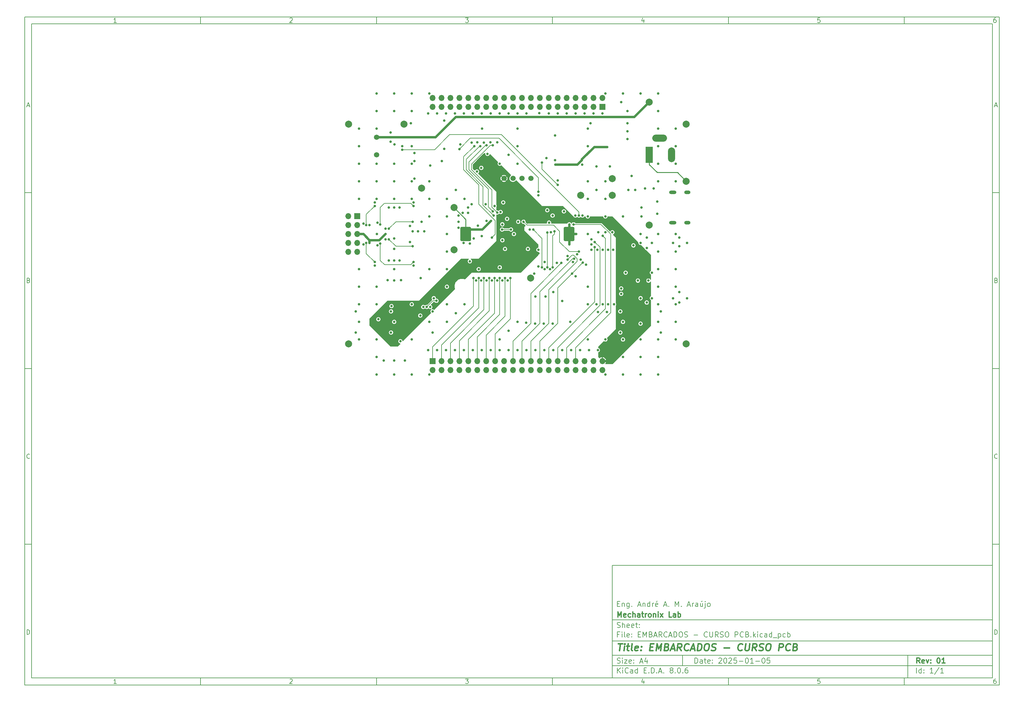
<source format=gbr>
%TF.GenerationSoftware,KiCad,Pcbnew,8.0.6*%
%TF.CreationDate,2025-01-05T13:15:26-03:00*%
%TF.ProjectId,EMBARCADOS - CURSO PCB,454d4241-5243-4414-944f-53202d204355,01*%
%TF.SameCoordinates,Original*%
%TF.FileFunction,Copper,L4,Bot*%
%TF.FilePolarity,Positive*%
%FSLAX46Y46*%
G04 Gerber Fmt 4.6, Leading zero omitted, Abs format (unit mm)*
G04 Created by KiCad (PCBNEW 8.0.6) date 2025-01-05 13:15:26*
%MOMM*%
%LPD*%
G01*
G04 APERTURE LIST*
G04 Aperture macros list*
%AMRoundRect*
0 Rectangle with rounded corners*
0 $1 Rounding radius*
0 $2 $3 $4 $5 $6 $7 $8 $9 X,Y pos of 4 corners*
0 Add a 4 corners polygon primitive as box body*
4,1,4,$2,$3,$4,$5,$6,$7,$8,$9,$2,$3,0*
0 Add four circle primitives for the rounded corners*
1,1,$1+$1,$2,$3*
1,1,$1+$1,$4,$5*
1,1,$1+$1,$6,$7*
1,1,$1+$1,$8,$9*
0 Add four rect primitives between the rounded corners*
20,1,$1+$1,$2,$3,$4,$5,0*
20,1,$1+$1,$4,$5,$6,$7,0*
20,1,$1+$1,$6,$7,$8,$9,0*
20,1,$1+$1,$8,$9,$2,$3,0*%
G04 Aperture macros list end*
%ADD10C,0.100000*%
%ADD11C,0.150000*%
%ADD12C,0.300000*%
%ADD13C,0.400000*%
%TA.AperFunction,ComponentPad*%
%ADD14C,2.000000*%
%TD*%
%TA.AperFunction,ComponentPad*%
%ADD15R,1.700000X1.700000*%
%TD*%
%TA.AperFunction,ComponentPad*%
%ADD16O,1.700000X1.700000*%
%TD*%
%TA.AperFunction,ComponentPad*%
%ADD17O,2.100000X1.000000*%
%TD*%
%TA.AperFunction,ComponentPad*%
%ADD18O,1.800000X1.000000*%
%TD*%
%TA.AperFunction,ComponentPad*%
%ADD19R,2.000000X4.600000*%
%TD*%
%TA.AperFunction,ComponentPad*%
%ADD20O,2.000000X4.200000*%
%TD*%
%TA.AperFunction,ComponentPad*%
%ADD21O,4.200000X2.000000*%
%TD*%
%TA.AperFunction,ComponentPad*%
%ADD22C,1.500000*%
%TD*%
%TA.AperFunction,SMDPad,CuDef*%
%ADD23RoundRect,0.250000X1.250000X1.750000X-1.250000X1.750000X-1.250000X-1.750000X1.250000X-1.750000X0*%
%TD*%
%TA.AperFunction,ViaPad*%
%ADD24C,0.700000*%
%TD*%
%TA.AperFunction,Conductor*%
%ADD25C,0.700000*%
%TD*%
%TA.AperFunction,Conductor*%
%ADD26C,0.250000*%
%TD*%
%TA.AperFunction,Conductor*%
%ADD27C,0.156464*%
%TD*%
%TA.AperFunction,Conductor*%
%ADD28C,0.151130*%
%TD*%
G04 APERTURE END LIST*
D10*
D11*
X177002200Y-166007200D02*
X285002200Y-166007200D01*
X285002200Y-198007200D01*
X177002200Y-198007200D01*
X177002200Y-166007200D01*
D10*
D11*
X10000000Y-10000000D02*
X287002200Y-10000000D01*
X287002200Y-200007200D01*
X10000000Y-200007200D01*
X10000000Y-10000000D01*
D10*
D11*
X12000000Y-12000000D02*
X285002200Y-12000000D01*
X285002200Y-198007200D01*
X12000000Y-198007200D01*
X12000000Y-12000000D01*
D10*
D11*
X60000000Y-12000000D02*
X60000000Y-10000000D01*
D10*
D11*
X110000000Y-12000000D02*
X110000000Y-10000000D01*
D10*
D11*
X160000000Y-12000000D02*
X160000000Y-10000000D01*
D10*
D11*
X210000000Y-12000000D02*
X210000000Y-10000000D01*
D10*
D11*
X260000000Y-12000000D02*
X260000000Y-10000000D01*
D10*
D11*
X36089160Y-11593604D02*
X35346303Y-11593604D01*
X35717731Y-11593604D02*
X35717731Y-10293604D01*
X35717731Y-10293604D02*
X35593922Y-10479319D01*
X35593922Y-10479319D02*
X35470112Y-10603128D01*
X35470112Y-10603128D02*
X35346303Y-10665033D01*
D10*
D11*
X85346303Y-10417414D02*
X85408207Y-10355509D01*
X85408207Y-10355509D02*
X85532017Y-10293604D01*
X85532017Y-10293604D02*
X85841541Y-10293604D01*
X85841541Y-10293604D02*
X85965350Y-10355509D01*
X85965350Y-10355509D02*
X86027255Y-10417414D01*
X86027255Y-10417414D02*
X86089160Y-10541223D01*
X86089160Y-10541223D02*
X86089160Y-10665033D01*
X86089160Y-10665033D02*
X86027255Y-10850747D01*
X86027255Y-10850747D02*
X85284398Y-11593604D01*
X85284398Y-11593604D02*
X86089160Y-11593604D01*
D10*
D11*
X135284398Y-10293604D02*
X136089160Y-10293604D01*
X136089160Y-10293604D02*
X135655826Y-10788842D01*
X135655826Y-10788842D02*
X135841541Y-10788842D01*
X135841541Y-10788842D02*
X135965350Y-10850747D01*
X135965350Y-10850747D02*
X136027255Y-10912652D01*
X136027255Y-10912652D02*
X136089160Y-11036461D01*
X136089160Y-11036461D02*
X136089160Y-11345985D01*
X136089160Y-11345985D02*
X136027255Y-11469795D01*
X136027255Y-11469795D02*
X135965350Y-11531700D01*
X135965350Y-11531700D02*
X135841541Y-11593604D01*
X135841541Y-11593604D02*
X135470112Y-11593604D01*
X135470112Y-11593604D02*
X135346303Y-11531700D01*
X135346303Y-11531700D02*
X135284398Y-11469795D01*
D10*
D11*
X185965350Y-10726938D02*
X185965350Y-11593604D01*
X185655826Y-10231700D02*
X185346303Y-11160271D01*
X185346303Y-11160271D02*
X186151064Y-11160271D01*
D10*
D11*
X236027255Y-10293604D02*
X235408207Y-10293604D01*
X235408207Y-10293604D02*
X235346303Y-10912652D01*
X235346303Y-10912652D02*
X235408207Y-10850747D01*
X235408207Y-10850747D02*
X235532017Y-10788842D01*
X235532017Y-10788842D02*
X235841541Y-10788842D01*
X235841541Y-10788842D02*
X235965350Y-10850747D01*
X235965350Y-10850747D02*
X236027255Y-10912652D01*
X236027255Y-10912652D02*
X236089160Y-11036461D01*
X236089160Y-11036461D02*
X236089160Y-11345985D01*
X236089160Y-11345985D02*
X236027255Y-11469795D01*
X236027255Y-11469795D02*
X235965350Y-11531700D01*
X235965350Y-11531700D02*
X235841541Y-11593604D01*
X235841541Y-11593604D02*
X235532017Y-11593604D01*
X235532017Y-11593604D02*
X235408207Y-11531700D01*
X235408207Y-11531700D02*
X235346303Y-11469795D01*
D10*
D11*
X285965350Y-10293604D02*
X285717731Y-10293604D01*
X285717731Y-10293604D02*
X285593922Y-10355509D01*
X285593922Y-10355509D02*
X285532017Y-10417414D01*
X285532017Y-10417414D02*
X285408207Y-10603128D01*
X285408207Y-10603128D02*
X285346303Y-10850747D01*
X285346303Y-10850747D02*
X285346303Y-11345985D01*
X285346303Y-11345985D02*
X285408207Y-11469795D01*
X285408207Y-11469795D02*
X285470112Y-11531700D01*
X285470112Y-11531700D02*
X285593922Y-11593604D01*
X285593922Y-11593604D02*
X285841541Y-11593604D01*
X285841541Y-11593604D02*
X285965350Y-11531700D01*
X285965350Y-11531700D02*
X286027255Y-11469795D01*
X286027255Y-11469795D02*
X286089160Y-11345985D01*
X286089160Y-11345985D02*
X286089160Y-11036461D01*
X286089160Y-11036461D02*
X286027255Y-10912652D01*
X286027255Y-10912652D02*
X285965350Y-10850747D01*
X285965350Y-10850747D02*
X285841541Y-10788842D01*
X285841541Y-10788842D02*
X285593922Y-10788842D01*
X285593922Y-10788842D02*
X285470112Y-10850747D01*
X285470112Y-10850747D02*
X285408207Y-10912652D01*
X285408207Y-10912652D02*
X285346303Y-11036461D01*
D10*
D11*
X60000000Y-198007200D02*
X60000000Y-200007200D01*
D10*
D11*
X110000000Y-198007200D02*
X110000000Y-200007200D01*
D10*
D11*
X160000000Y-198007200D02*
X160000000Y-200007200D01*
D10*
D11*
X210000000Y-198007200D02*
X210000000Y-200007200D01*
D10*
D11*
X260000000Y-198007200D02*
X260000000Y-200007200D01*
D10*
D11*
X36089160Y-199600804D02*
X35346303Y-199600804D01*
X35717731Y-199600804D02*
X35717731Y-198300804D01*
X35717731Y-198300804D02*
X35593922Y-198486519D01*
X35593922Y-198486519D02*
X35470112Y-198610328D01*
X35470112Y-198610328D02*
X35346303Y-198672233D01*
D10*
D11*
X85346303Y-198424614D02*
X85408207Y-198362709D01*
X85408207Y-198362709D02*
X85532017Y-198300804D01*
X85532017Y-198300804D02*
X85841541Y-198300804D01*
X85841541Y-198300804D02*
X85965350Y-198362709D01*
X85965350Y-198362709D02*
X86027255Y-198424614D01*
X86027255Y-198424614D02*
X86089160Y-198548423D01*
X86089160Y-198548423D02*
X86089160Y-198672233D01*
X86089160Y-198672233D02*
X86027255Y-198857947D01*
X86027255Y-198857947D02*
X85284398Y-199600804D01*
X85284398Y-199600804D02*
X86089160Y-199600804D01*
D10*
D11*
X135284398Y-198300804D02*
X136089160Y-198300804D01*
X136089160Y-198300804D02*
X135655826Y-198796042D01*
X135655826Y-198796042D02*
X135841541Y-198796042D01*
X135841541Y-198796042D02*
X135965350Y-198857947D01*
X135965350Y-198857947D02*
X136027255Y-198919852D01*
X136027255Y-198919852D02*
X136089160Y-199043661D01*
X136089160Y-199043661D02*
X136089160Y-199353185D01*
X136089160Y-199353185D02*
X136027255Y-199476995D01*
X136027255Y-199476995D02*
X135965350Y-199538900D01*
X135965350Y-199538900D02*
X135841541Y-199600804D01*
X135841541Y-199600804D02*
X135470112Y-199600804D01*
X135470112Y-199600804D02*
X135346303Y-199538900D01*
X135346303Y-199538900D02*
X135284398Y-199476995D01*
D10*
D11*
X185965350Y-198734138D02*
X185965350Y-199600804D01*
X185655826Y-198238900D02*
X185346303Y-199167471D01*
X185346303Y-199167471D02*
X186151064Y-199167471D01*
D10*
D11*
X236027255Y-198300804D02*
X235408207Y-198300804D01*
X235408207Y-198300804D02*
X235346303Y-198919852D01*
X235346303Y-198919852D02*
X235408207Y-198857947D01*
X235408207Y-198857947D02*
X235532017Y-198796042D01*
X235532017Y-198796042D02*
X235841541Y-198796042D01*
X235841541Y-198796042D02*
X235965350Y-198857947D01*
X235965350Y-198857947D02*
X236027255Y-198919852D01*
X236027255Y-198919852D02*
X236089160Y-199043661D01*
X236089160Y-199043661D02*
X236089160Y-199353185D01*
X236089160Y-199353185D02*
X236027255Y-199476995D01*
X236027255Y-199476995D02*
X235965350Y-199538900D01*
X235965350Y-199538900D02*
X235841541Y-199600804D01*
X235841541Y-199600804D02*
X235532017Y-199600804D01*
X235532017Y-199600804D02*
X235408207Y-199538900D01*
X235408207Y-199538900D02*
X235346303Y-199476995D01*
D10*
D11*
X285965350Y-198300804D02*
X285717731Y-198300804D01*
X285717731Y-198300804D02*
X285593922Y-198362709D01*
X285593922Y-198362709D02*
X285532017Y-198424614D01*
X285532017Y-198424614D02*
X285408207Y-198610328D01*
X285408207Y-198610328D02*
X285346303Y-198857947D01*
X285346303Y-198857947D02*
X285346303Y-199353185D01*
X285346303Y-199353185D02*
X285408207Y-199476995D01*
X285408207Y-199476995D02*
X285470112Y-199538900D01*
X285470112Y-199538900D02*
X285593922Y-199600804D01*
X285593922Y-199600804D02*
X285841541Y-199600804D01*
X285841541Y-199600804D02*
X285965350Y-199538900D01*
X285965350Y-199538900D02*
X286027255Y-199476995D01*
X286027255Y-199476995D02*
X286089160Y-199353185D01*
X286089160Y-199353185D02*
X286089160Y-199043661D01*
X286089160Y-199043661D02*
X286027255Y-198919852D01*
X286027255Y-198919852D02*
X285965350Y-198857947D01*
X285965350Y-198857947D02*
X285841541Y-198796042D01*
X285841541Y-198796042D02*
X285593922Y-198796042D01*
X285593922Y-198796042D02*
X285470112Y-198857947D01*
X285470112Y-198857947D02*
X285408207Y-198919852D01*
X285408207Y-198919852D02*
X285346303Y-199043661D01*
D10*
D11*
X10000000Y-60000000D02*
X12000000Y-60000000D01*
D10*
D11*
X10000000Y-110000000D02*
X12000000Y-110000000D01*
D10*
D11*
X10000000Y-160000000D02*
X12000000Y-160000000D01*
D10*
D11*
X10690476Y-35222176D02*
X11309523Y-35222176D01*
X10566666Y-35593604D02*
X10999999Y-34293604D01*
X10999999Y-34293604D02*
X11433333Y-35593604D01*
D10*
D11*
X11092857Y-84912652D02*
X11278571Y-84974557D01*
X11278571Y-84974557D02*
X11340476Y-85036461D01*
X11340476Y-85036461D02*
X11402380Y-85160271D01*
X11402380Y-85160271D02*
X11402380Y-85345985D01*
X11402380Y-85345985D02*
X11340476Y-85469795D01*
X11340476Y-85469795D02*
X11278571Y-85531700D01*
X11278571Y-85531700D02*
X11154761Y-85593604D01*
X11154761Y-85593604D02*
X10659523Y-85593604D01*
X10659523Y-85593604D02*
X10659523Y-84293604D01*
X10659523Y-84293604D02*
X11092857Y-84293604D01*
X11092857Y-84293604D02*
X11216666Y-84355509D01*
X11216666Y-84355509D02*
X11278571Y-84417414D01*
X11278571Y-84417414D02*
X11340476Y-84541223D01*
X11340476Y-84541223D02*
X11340476Y-84665033D01*
X11340476Y-84665033D02*
X11278571Y-84788842D01*
X11278571Y-84788842D02*
X11216666Y-84850747D01*
X11216666Y-84850747D02*
X11092857Y-84912652D01*
X11092857Y-84912652D02*
X10659523Y-84912652D01*
D10*
D11*
X11402380Y-135469795D02*
X11340476Y-135531700D01*
X11340476Y-135531700D02*
X11154761Y-135593604D01*
X11154761Y-135593604D02*
X11030952Y-135593604D01*
X11030952Y-135593604D02*
X10845238Y-135531700D01*
X10845238Y-135531700D02*
X10721428Y-135407890D01*
X10721428Y-135407890D02*
X10659523Y-135284080D01*
X10659523Y-135284080D02*
X10597619Y-135036461D01*
X10597619Y-135036461D02*
X10597619Y-134850747D01*
X10597619Y-134850747D02*
X10659523Y-134603128D01*
X10659523Y-134603128D02*
X10721428Y-134479319D01*
X10721428Y-134479319D02*
X10845238Y-134355509D01*
X10845238Y-134355509D02*
X11030952Y-134293604D01*
X11030952Y-134293604D02*
X11154761Y-134293604D01*
X11154761Y-134293604D02*
X11340476Y-134355509D01*
X11340476Y-134355509D02*
X11402380Y-134417414D01*
D10*
D11*
X10659523Y-185593604D02*
X10659523Y-184293604D01*
X10659523Y-184293604D02*
X10969047Y-184293604D01*
X10969047Y-184293604D02*
X11154761Y-184355509D01*
X11154761Y-184355509D02*
X11278571Y-184479319D01*
X11278571Y-184479319D02*
X11340476Y-184603128D01*
X11340476Y-184603128D02*
X11402380Y-184850747D01*
X11402380Y-184850747D02*
X11402380Y-185036461D01*
X11402380Y-185036461D02*
X11340476Y-185284080D01*
X11340476Y-185284080D02*
X11278571Y-185407890D01*
X11278571Y-185407890D02*
X11154761Y-185531700D01*
X11154761Y-185531700D02*
X10969047Y-185593604D01*
X10969047Y-185593604D02*
X10659523Y-185593604D01*
D10*
D11*
X287002200Y-60000000D02*
X285002200Y-60000000D01*
D10*
D11*
X287002200Y-110000000D02*
X285002200Y-110000000D01*
D10*
D11*
X287002200Y-160000000D02*
X285002200Y-160000000D01*
D10*
D11*
X285692676Y-35222176D02*
X286311723Y-35222176D01*
X285568866Y-35593604D02*
X286002199Y-34293604D01*
X286002199Y-34293604D02*
X286435533Y-35593604D01*
D10*
D11*
X286095057Y-84912652D02*
X286280771Y-84974557D01*
X286280771Y-84974557D02*
X286342676Y-85036461D01*
X286342676Y-85036461D02*
X286404580Y-85160271D01*
X286404580Y-85160271D02*
X286404580Y-85345985D01*
X286404580Y-85345985D02*
X286342676Y-85469795D01*
X286342676Y-85469795D02*
X286280771Y-85531700D01*
X286280771Y-85531700D02*
X286156961Y-85593604D01*
X286156961Y-85593604D02*
X285661723Y-85593604D01*
X285661723Y-85593604D02*
X285661723Y-84293604D01*
X285661723Y-84293604D02*
X286095057Y-84293604D01*
X286095057Y-84293604D02*
X286218866Y-84355509D01*
X286218866Y-84355509D02*
X286280771Y-84417414D01*
X286280771Y-84417414D02*
X286342676Y-84541223D01*
X286342676Y-84541223D02*
X286342676Y-84665033D01*
X286342676Y-84665033D02*
X286280771Y-84788842D01*
X286280771Y-84788842D02*
X286218866Y-84850747D01*
X286218866Y-84850747D02*
X286095057Y-84912652D01*
X286095057Y-84912652D02*
X285661723Y-84912652D01*
D10*
D11*
X286404580Y-135469795D02*
X286342676Y-135531700D01*
X286342676Y-135531700D02*
X286156961Y-135593604D01*
X286156961Y-135593604D02*
X286033152Y-135593604D01*
X286033152Y-135593604D02*
X285847438Y-135531700D01*
X285847438Y-135531700D02*
X285723628Y-135407890D01*
X285723628Y-135407890D02*
X285661723Y-135284080D01*
X285661723Y-135284080D02*
X285599819Y-135036461D01*
X285599819Y-135036461D02*
X285599819Y-134850747D01*
X285599819Y-134850747D02*
X285661723Y-134603128D01*
X285661723Y-134603128D02*
X285723628Y-134479319D01*
X285723628Y-134479319D02*
X285847438Y-134355509D01*
X285847438Y-134355509D02*
X286033152Y-134293604D01*
X286033152Y-134293604D02*
X286156961Y-134293604D01*
X286156961Y-134293604D02*
X286342676Y-134355509D01*
X286342676Y-134355509D02*
X286404580Y-134417414D01*
D10*
D11*
X285661723Y-185593604D02*
X285661723Y-184293604D01*
X285661723Y-184293604D02*
X285971247Y-184293604D01*
X285971247Y-184293604D02*
X286156961Y-184355509D01*
X286156961Y-184355509D02*
X286280771Y-184479319D01*
X286280771Y-184479319D02*
X286342676Y-184603128D01*
X286342676Y-184603128D02*
X286404580Y-184850747D01*
X286404580Y-184850747D02*
X286404580Y-185036461D01*
X286404580Y-185036461D02*
X286342676Y-185284080D01*
X286342676Y-185284080D02*
X286280771Y-185407890D01*
X286280771Y-185407890D02*
X286156961Y-185531700D01*
X286156961Y-185531700D02*
X285971247Y-185593604D01*
X285971247Y-185593604D02*
X285661723Y-185593604D01*
D10*
D11*
X200458026Y-193793328D02*
X200458026Y-192293328D01*
X200458026Y-192293328D02*
X200815169Y-192293328D01*
X200815169Y-192293328D02*
X201029455Y-192364757D01*
X201029455Y-192364757D02*
X201172312Y-192507614D01*
X201172312Y-192507614D02*
X201243741Y-192650471D01*
X201243741Y-192650471D02*
X201315169Y-192936185D01*
X201315169Y-192936185D02*
X201315169Y-193150471D01*
X201315169Y-193150471D02*
X201243741Y-193436185D01*
X201243741Y-193436185D02*
X201172312Y-193579042D01*
X201172312Y-193579042D02*
X201029455Y-193721900D01*
X201029455Y-193721900D02*
X200815169Y-193793328D01*
X200815169Y-193793328D02*
X200458026Y-193793328D01*
X202600884Y-193793328D02*
X202600884Y-193007614D01*
X202600884Y-193007614D02*
X202529455Y-192864757D01*
X202529455Y-192864757D02*
X202386598Y-192793328D01*
X202386598Y-192793328D02*
X202100884Y-192793328D01*
X202100884Y-192793328D02*
X201958026Y-192864757D01*
X202600884Y-193721900D02*
X202458026Y-193793328D01*
X202458026Y-193793328D02*
X202100884Y-193793328D01*
X202100884Y-193793328D02*
X201958026Y-193721900D01*
X201958026Y-193721900D02*
X201886598Y-193579042D01*
X201886598Y-193579042D02*
X201886598Y-193436185D01*
X201886598Y-193436185D02*
X201958026Y-193293328D01*
X201958026Y-193293328D02*
X202100884Y-193221900D01*
X202100884Y-193221900D02*
X202458026Y-193221900D01*
X202458026Y-193221900D02*
X202600884Y-193150471D01*
X203100884Y-192793328D02*
X203672312Y-192793328D01*
X203315169Y-192293328D02*
X203315169Y-193579042D01*
X203315169Y-193579042D02*
X203386598Y-193721900D01*
X203386598Y-193721900D02*
X203529455Y-193793328D01*
X203529455Y-193793328D02*
X203672312Y-193793328D01*
X204743741Y-193721900D02*
X204600884Y-193793328D01*
X204600884Y-193793328D02*
X204315170Y-193793328D01*
X204315170Y-193793328D02*
X204172312Y-193721900D01*
X204172312Y-193721900D02*
X204100884Y-193579042D01*
X204100884Y-193579042D02*
X204100884Y-193007614D01*
X204100884Y-193007614D02*
X204172312Y-192864757D01*
X204172312Y-192864757D02*
X204315170Y-192793328D01*
X204315170Y-192793328D02*
X204600884Y-192793328D01*
X204600884Y-192793328D02*
X204743741Y-192864757D01*
X204743741Y-192864757D02*
X204815170Y-193007614D01*
X204815170Y-193007614D02*
X204815170Y-193150471D01*
X204815170Y-193150471D02*
X204100884Y-193293328D01*
X205458026Y-193650471D02*
X205529455Y-193721900D01*
X205529455Y-193721900D02*
X205458026Y-193793328D01*
X205458026Y-193793328D02*
X205386598Y-193721900D01*
X205386598Y-193721900D02*
X205458026Y-193650471D01*
X205458026Y-193650471D02*
X205458026Y-193793328D01*
X205458026Y-192864757D02*
X205529455Y-192936185D01*
X205529455Y-192936185D02*
X205458026Y-193007614D01*
X205458026Y-193007614D02*
X205386598Y-192936185D01*
X205386598Y-192936185D02*
X205458026Y-192864757D01*
X205458026Y-192864757D02*
X205458026Y-193007614D01*
X207243741Y-192436185D02*
X207315169Y-192364757D01*
X207315169Y-192364757D02*
X207458027Y-192293328D01*
X207458027Y-192293328D02*
X207815169Y-192293328D01*
X207815169Y-192293328D02*
X207958027Y-192364757D01*
X207958027Y-192364757D02*
X208029455Y-192436185D01*
X208029455Y-192436185D02*
X208100884Y-192579042D01*
X208100884Y-192579042D02*
X208100884Y-192721900D01*
X208100884Y-192721900D02*
X208029455Y-192936185D01*
X208029455Y-192936185D02*
X207172312Y-193793328D01*
X207172312Y-193793328D02*
X208100884Y-193793328D01*
X209029455Y-192293328D02*
X209172312Y-192293328D01*
X209172312Y-192293328D02*
X209315169Y-192364757D01*
X209315169Y-192364757D02*
X209386598Y-192436185D01*
X209386598Y-192436185D02*
X209458026Y-192579042D01*
X209458026Y-192579042D02*
X209529455Y-192864757D01*
X209529455Y-192864757D02*
X209529455Y-193221900D01*
X209529455Y-193221900D02*
X209458026Y-193507614D01*
X209458026Y-193507614D02*
X209386598Y-193650471D01*
X209386598Y-193650471D02*
X209315169Y-193721900D01*
X209315169Y-193721900D02*
X209172312Y-193793328D01*
X209172312Y-193793328D02*
X209029455Y-193793328D01*
X209029455Y-193793328D02*
X208886598Y-193721900D01*
X208886598Y-193721900D02*
X208815169Y-193650471D01*
X208815169Y-193650471D02*
X208743740Y-193507614D01*
X208743740Y-193507614D02*
X208672312Y-193221900D01*
X208672312Y-193221900D02*
X208672312Y-192864757D01*
X208672312Y-192864757D02*
X208743740Y-192579042D01*
X208743740Y-192579042D02*
X208815169Y-192436185D01*
X208815169Y-192436185D02*
X208886598Y-192364757D01*
X208886598Y-192364757D02*
X209029455Y-192293328D01*
X210100883Y-192436185D02*
X210172311Y-192364757D01*
X210172311Y-192364757D02*
X210315169Y-192293328D01*
X210315169Y-192293328D02*
X210672311Y-192293328D01*
X210672311Y-192293328D02*
X210815169Y-192364757D01*
X210815169Y-192364757D02*
X210886597Y-192436185D01*
X210886597Y-192436185D02*
X210958026Y-192579042D01*
X210958026Y-192579042D02*
X210958026Y-192721900D01*
X210958026Y-192721900D02*
X210886597Y-192936185D01*
X210886597Y-192936185D02*
X210029454Y-193793328D01*
X210029454Y-193793328D02*
X210958026Y-193793328D01*
X212315168Y-192293328D02*
X211600882Y-192293328D01*
X211600882Y-192293328D02*
X211529454Y-193007614D01*
X211529454Y-193007614D02*
X211600882Y-192936185D01*
X211600882Y-192936185D02*
X211743740Y-192864757D01*
X211743740Y-192864757D02*
X212100882Y-192864757D01*
X212100882Y-192864757D02*
X212243740Y-192936185D01*
X212243740Y-192936185D02*
X212315168Y-193007614D01*
X212315168Y-193007614D02*
X212386597Y-193150471D01*
X212386597Y-193150471D02*
X212386597Y-193507614D01*
X212386597Y-193507614D02*
X212315168Y-193650471D01*
X212315168Y-193650471D02*
X212243740Y-193721900D01*
X212243740Y-193721900D02*
X212100882Y-193793328D01*
X212100882Y-193793328D02*
X211743740Y-193793328D01*
X211743740Y-193793328D02*
X211600882Y-193721900D01*
X211600882Y-193721900D02*
X211529454Y-193650471D01*
X213029453Y-193221900D02*
X214172311Y-193221900D01*
X215172311Y-192293328D02*
X215315168Y-192293328D01*
X215315168Y-192293328D02*
X215458025Y-192364757D01*
X215458025Y-192364757D02*
X215529454Y-192436185D01*
X215529454Y-192436185D02*
X215600882Y-192579042D01*
X215600882Y-192579042D02*
X215672311Y-192864757D01*
X215672311Y-192864757D02*
X215672311Y-193221900D01*
X215672311Y-193221900D02*
X215600882Y-193507614D01*
X215600882Y-193507614D02*
X215529454Y-193650471D01*
X215529454Y-193650471D02*
X215458025Y-193721900D01*
X215458025Y-193721900D02*
X215315168Y-193793328D01*
X215315168Y-193793328D02*
X215172311Y-193793328D01*
X215172311Y-193793328D02*
X215029454Y-193721900D01*
X215029454Y-193721900D02*
X214958025Y-193650471D01*
X214958025Y-193650471D02*
X214886596Y-193507614D01*
X214886596Y-193507614D02*
X214815168Y-193221900D01*
X214815168Y-193221900D02*
X214815168Y-192864757D01*
X214815168Y-192864757D02*
X214886596Y-192579042D01*
X214886596Y-192579042D02*
X214958025Y-192436185D01*
X214958025Y-192436185D02*
X215029454Y-192364757D01*
X215029454Y-192364757D02*
X215172311Y-192293328D01*
X217100882Y-193793328D02*
X216243739Y-193793328D01*
X216672310Y-193793328D02*
X216672310Y-192293328D01*
X216672310Y-192293328D02*
X216529453Y-192507614D01*
X216529453Y-192507614D02*
X216386596Y-192650471D01*
X216386596Y-192650471D02*
X216243739Y-192721900D01*
X217743738Y-193221900D02*
X218886596Y-193221900D01*
X219886596Y-192293328D02*
X220029453Y-192293328D01*
X220029453Y-192293328D02*
X220172310Y-192364757D01*
X220172310Y-192364757D02*
X220243739Y-192436185D01*
X220243739Y-192436185D02*
X220315167Y-192579042D01*
X220315167Y-192579042D02*
X220386596Y-192864757D01*
X220386596Y-192864757D02*
X220386596Y-193221900D01*
X220386596Y-193221900D02*
X220315167Y-193507614D01*
X220315167Y-193507614D02*
X220243739Y-193650471D01*
X220243739Y-193650471D02*
X220172310Y-193721900D01*
X220172310Y-193721900D02*
X220029453Y-193793328D01*
X220029453Y-193793328D02*
X219886596Y-193793328D01*
X219886596Y-193793328D02*
X219743739Y-193721900D01*
X219743739Y-193721900D02*
X219672310Y-193650471D01*
X219672310Y-193650471D02*
X219600881Y-193507614D01*
X219600881Y-193507614D02*
X219529453Y-193221900D01*
X219529453Y-193221900D02*
X219529453Y-192864757D01*
X219529453Y-192864757D02*
X219600881Y-192579042D01*
X219600881Y-192579042D02*
X219672310Y-192436185D01*
X219672310Y-192436185D02*
X219743739Y-192364757D01*
X219743739Y-192364757D02*
X219886596Y-192293328D01*
X221743738Y-192293328D02*
X221029452Y-192293328D01*
X221029452Y-192293328D02*
X220958024Y-193007614D01*
X220958024Y-193007614D02*
X221029452Y-192936185D01*
X221029452Y-192936185D02*
X221172310Y-192864757D01*
X221172310Y-192864757D02*
X221529452Y-192864757D01*
X221529452Y-192864757D02*
X221672310Y-192936185D01*
X221672310Y-192936185D02*
X221743738Y-193007614D01*
X221743738Y-193007614D02*
X221815167Y-193150471D01*
X221815167Y-193150471D02*
X221815167Y-193507614D01*
X221815167Y-193507614D02*
X221743738Y-193650471D01*
X221743738Y-193650471D02*
X221672310Y-193721900D01*
X221672310Y-193721900D02*
X221529452Y-193793328D01*
X221529452Y-193793328D02*
X221172310Y-193793328D01*
X221172310Y-193793328D02*
X221029452Y-193721900D01*
X221029452Y-193721900D02*
X220958024Y-193650471D01*
D10*
D11*
X177002200Y-194507200D02*
X285002200Y-194507200D01*
D10*
D11*
X178458026Y-196593328D02*
X178458026Y-195093328D01*
X179315169Y-196593328D02*
X178672312Y-195736185D01*
X179315169Y-195093328D02*
X178458026Y-195950471D01*
X179958026Y-196593328D02*
X179958026Y-195593328D01*
X179958026Y-195093328D02*
X179886598Y-195164757D01*
X179886598Y-195164757D02*
X179958026Y-195236185D01*
X179958026Y-195236185D02*
X180029455Y-195164757D01*
X180029455Y-195164757D02*
X179958026Y-195093328D01*
X179958026Y-195093328D02*
X179958026Y-195236185D01*
X181529455Y-196450471D02*
X181458027Y-196521900D01*
X181458027Y-196521900D02*
X181243741Y-196593328D01*
X181243741Y-196593328D02*
X181100884Y-196593328D01*
X181100884Y-196593328D02*
X180886598Y-196521900D01*
X180886598Y-196521900D02*
X180743741Y-196379042D01*
X180743741Y-196379042D02*
X180672312Y-196236185D01*
X180672312Y-196236185D02*
X180600884Y-195950471D01*
X180600884Y-195950471D02*
X180600884Y-195736185D01*
X180600884Y-195736185D02*
X180672312Y-195450471D01*
X180672312Y-195450471D02*
X180743741Y-195307614D01*
X180743741Y-195307614D02*
X180886598Y-195164757D01*
X180886598Y-195164757D02*
X181100884Y-195093328D01*
X181100884Y-195093328D02*
X181243741Y-195093328D01*
X181243741Y-195093328D02*
X181458027Y-195164757D01*
X181458027Y-195164757D02*
X181529455Y-195236185D01*
X182815170Y-196593328D02*
X182815170Y-195807614D01*
X182815170Y-195807614D02*
X182743741Y-195664757D01*
X182743741Y-195664757D02*
X182600884Y-195593328D01*
X182600884Y-195593328D02*
X182315170Y-195593328D01*
X182315170Y-195593328D02*
X182172312Y-195664757D01*
X182815170Y-196521900D02*
X182672312Y-196593328D01*
X182672312Y-196593328D02*
X182315170Y-196593328D01*
X182315170Y-196593328D02*
X182172312Y-196521900D01*
X182172312Y-196521900D02*
X182100884Y-196379042D01*
X182100884Y-196379042D02*
X182100884Y-196236185D01*
X182100884Y-196236185D02*
X182172312Y-196093328D01*
X182172312Y-196093328D02*
X182315170Y-196021900D01*
X182315170Y-196021900D02*
X182672312Y-196021900D01*
X182672312Y-196021900D02*
X182815170Y-195950471D01*
X184172313Y-196593328D02*
X184172313Y-195093328D01*
X184172313Y-196521900D02*
X184029455Y-196593328D01*
X184029455Y-196593328D02*
X183743741Y-196593328D01*
X183743741Y-196593328D02*
X183600884Y-196521900D01*
X183600884Y-196521900D02*
X183529455Y-196450471D01*
X183529455Y-196450471D02*
X183458027Y-196307614D01*
X183458027Y-196307614D02*
X183458027Y-195879042D01*
X183458027Y-195879042D02*
X183529455Y-195736185D01*
X183529455Y-195736185D02*
X183600884Y-195664757D01*
X183600884Y-195664757D02*
X183743741Y-195593328D01*
X183743741Y-195593328D02*
X184029455Y-195593328D01*
X184029455Y-195593328D02*
X184172313Y-195664757D01*
X186029455Y-195807614D02*
X186529455Y-195807614D01*
X186743741Y-196593328D02*
X186029455Y-196593328D01*
X186029455Y-196593328D02*
X186029455Y-195093328D01*
X186029455Y-195093328D02*
X186743741Y-195093328D01*
X187386598Y-196450471D02*
X187458027Y-196521900D01*
X187458027Y-196521900D02*
X187386598Y-196593328D01*
X187386598Y-196593328D02*
X187315170Y-196521900D01*
X187315170Y-196521900D02*
X187386598Y-196450471D01*
X187386598Y-196450471D02*
X187386598Y-196593328D01*
X188100884Y-196593328D02*
X188100884Y-195093328D01*
X188100884Y-195093328D02*
X188458027Y-195093328D01*
X188458027Y-195093328D02*
X188672313Y-195164757D01*
X188672313Y-195164757D02*
X188815170Y-195307614D01*
X188815170Y-195307614D02*
X188886599Y-195450471D01*
X188886599Y-195450471D02*
X188958027Y-195736185D01*
X188958027Y-195736185D02*
X188958027Y-195950471D01*
X188958027Y-195950471D02*
X188886599Y-196236185D01*
X188886599Y-196236185D02*
X188815170Y-196379042D01*
X188815170Y-196379042D02*
X188672313Y-196521900D01*
X188672313Y-196521900D02*
X188458027Y-196593328D01*
X188458027Y-196593328D02*
X188100884Y-196593328D01*
X189600884Y-196450471D02*
X189672313Y-196521900D01*
X189672313Y-196521900D02*
X189600884Y-196593328D01*
X189600884Y-196593328D02*
X189529456Y-196521900D01*
X189529456Y-196521900D02*
X189600884Y-196450471D01*
X189600884Y-196450471D02*
X189600884Y-196593328D01*
X190243742Y-196164757D02*
X190958028Y-196164757D01*
X190100885Y-196593328D02*
X190600885Y-195093328D01*
X190600885Y-195093328D02*
X191100885Y-196593328D01*
X191600884Y-196450471D02*
X191672313Y-196521900D01*
X191672313Y-196521900D02*
X191600884Y-196593328D01*
X191600884Y-196593328D02*
X191529456Y-196521900D01*
X191529456Y-196521900D02*
X191600884Y-196450471D01*
X191600884Y-196450471D02*
X191600884Y-196593328D01*
X193672313Y-195736185D02*
X193529456Y-195664757D01*
X193529456Y-195664757D02*
X193458027Y-195593328D01*
X193458027Y-195593328D02*
X193386599Y-195450471D01*
X193386599Y-195450471D02*
X193386599Y-195379042D01*
X193386599Y-195379042D02*
X193458027Y-195236185D01*
X193458027Y-195236185D02*
X193529456Y-195164757D01*
X193529456Y-195164757D02*
X193672313Y-195093328D01*
X193672313Y-195093328D02*
X193958027Y-195093328D01*
X193958027Y-195093328D02*
X194100885Y-195164757D01*
X194100885Y-195164757D02*
X194172313Y-195236185D01*
X194172313Y-195236185D02*
X194243742Y-195379042D01*
X194243742Y-195379042D02*
X194243742Y-195450471D01*
X194243742Y-195450471D02*
X194172313Y-195593328D01*
X194172313Y-195593328D02*
X194100885Y-195664757D01*
X194100885Y-195664757D02*
X193958027Y-195736185D01*
X193958027Y-195736185D02*
X193672313Y-195736185D01*
X193672313Y-195736185D02*
X193529456Y-195807614D01*
X193529456Y-195807614D02*
X193458027Y-195879042D01*
X193458027Y-195879042D02*
X193386599Y-196021900D01*
X193386599Y-196021900D02*
X193386599Y-196307614D01*
X193386599Y-196307614D02*
X193458027Y-196450471D01*
X193458027Y-196450471D02*
X193529456Y-196521900D01*
X193529456Y-196521900D02*
X193672313Y-196593328D01*
X193672313Y-196593328D02*
X193958027Y-196593328D01*
X193958027Y-196593328D02*
X194100885Y-196521900D01*
X194100885Y-196521900D02*
X194172313Y-196450471D01*
X194172313Y-196450471D02*
X194243742Y-196307614D01*
X194243742Y-196307614D02*
X194243742Y-196021900D01*
X194243742Y-196021900D02*
X194172313Y-195879042D01*
X194172313Y-195879042D02*
X194100885Y-195807614D01*
X194100885Y-195807614D02*
X193958027Y-195736185D01*
X194886598Y-196450471D02*
X194958027Y-196521900D01*
X194958027Y-196521900D02*
X194886598Y-196593328D01*
X194886598Y-196593328D02*
X194815170Y-196521900D01*
X194815170Y-196521900D02*
X194886598Y-196450471D01*
X194886598Y-196450471D02*
X194886598Y-196593328D01*
X195886599Y-195093328D02*
X196029456Y-195093328D01*
X196029456Y-195093328D02*
X196172313Y-195164757D01*
X196172313Y-195164757D02*
X196243742Y-195236185D01*
X196243742Y-195236185D02*
X196315170Y-195379042D01*
X196315170Y-195379042D02*
X196386599Y-195664757D01*
X196386599Y-195664757D02*
X196386599Y-196021900D01*
X196386599Y-196021900D02*
X196315170Y-196307614D01*
X196315170Y-196307614D02*
X196243742Y-196450471D01*
X196243742Y-196450471D02*
X196172313Y-196521900D01*
X196172313Y-196521900D02*
X196029456Y-196593328D01*
X196029456Y-196593328D02*
X195886599Y-196593328D01*
X195886599Y-196593328D02*
X195743742Y-196521900D01*
X195743742Y-196521900D02*
X195672313Y-196450471D01*
X195672313Y-196450471D02*
X195600884Y-196307614D01*
X195600884Y-196307614D02*
X195529456Y-196021900D01*
X195529456Y-196021900D02*
X195529456Y-195664757D01*
X195529456Y-195664757D02*
X195600884Y-195379042D01*
X195600884Y-195379042D02*
X195672313Y-195236185D01*
X195672313Y-195236185D02*
X195743742Y-195164757D01*
X195743742Y-195164757D02*
X195886599Y-195093328D01*
X197029455Y-196450471D02*
X197100884Y-196521900D01*
X197100884Y-196521900D02*
X197029455Y-196593328D01*
X197029455Y-196593328D02*
X196958027Y-196521900D01*
X196958027Y-196521900D02*
X197029455Y-196450471D01*
X197029455Y-196450471D02*
X197029455Y-196593328D01*
X198386599Y-195093328D02*
X198100884Y-195093328D01*
X198100884Y-195093328D02*
X197958027Y-195164757D01*
X197958027Y-195164757D02*
X197886599Y-195236185D01*
X197886599Y-195236185D02*
X197743741Y-195450471D01*
X197743741Y-195450471D02*
X197672313Y-195736185D01*
X197672313Y-195736185D02*
X197672313Y-196307614D01*
X197672313Y-196307614D02*
X197743741Y-196450471D01*
X197743741Y-196450471D02*
X197815170Y-196521900D01*
X197815170Y-196521900D02*
X197958027Y-196593328D01*
X197958027Y-196593328D02*
X198243741Y-196593328D01*
X198243741Y-196593328D02*
X198386599Y-196521900D01*
X198386599Y-196521900D02*
X198458027Y-196450471D01*
X198458027Y-196450471D02*
X198529456Y-196307614D01*
X198529456Y-196307614D02*
X198529456Y-195950471D01*
X198529456Y-195950471D02*
X198458027Y-195807614D01*
X198458027Y-195807614D02*
X198386599Y-195736185D01*
X198386599Y-195736185D02*
X198243741Y-195664757D01*
X198243741Y-195664757D02*
X197958027Y-195664757D01*
X197958027Y-195664757D02*
X197815170Y-195736185D01*
X197815170Y-195736185D02*
X197743741Y-195807614D01*
X197743741Y-195807614D02*
X197672313Y-195950471D01*
D10*
D11*
X177002200Y-191507200D02*
X285002200Y-191507200D01*
D10*
D12*
X264413853Y-193785528D02*
X263913853Y-193071242D01*
X263556710Y-193785528D02*
X263556710Y-192285528D01*
X263556710Y-192285528D02*
X264128139Y-192285528D01*
X264128139Y-192285528D02*
X264270996Y-192356957D01*
X264270996Y-192356957D02*
X264342425Y-192428385D01*
X264342425Y-192428385D02*
X264413853Y-192571242D01*
X264413853Y-192571242D02*
X264413853Y-192785528D01*
X264413853Y-192785528D02*
X264342425Y-192928385D01*
X264342425Y-192928385D02*
X264270996Y-192999814D01*
X264270996Y-192999814D02*
X264128139Y-193071242D01*
X264128139Y-193071242D02*
X263556710Y-193071242D01*
X265628139Y-193714100D02*
X265485282Y-193785528D01*
X265485282Y-193785528D02*
X265199568Y-193785528D01*
X265199568Y-193785528D02*
X265056710Y-193714100D01*
X265056710Y-193714100D02*
X264985282Y-193571242D01*
X264985282Y-193571242D02*
X264985282Y-192999814D01*
X264985282Y-192999814D02*
X265056710Y-192856957D01*
X265056710Y-192856957D02*
X265199568Y-192785528D01*
X265199568Y-192785528D02*
X265485282Y-192785528D01*
X265485282Y-192785528D02*
X265628139Y-192856957D01*
X265628139Y-192856957D02*
X265699568Y-192999814D01*
X265699568Y-192999814D02*
X265699568Y-193142671D01*
X265699568Y-193142671D02*
X264985282Y-193285528D01*
X266199567Y-192785528D02*
X266556710Y-193785528D01*
X266556710Y-193785528D02*
X266913853Y-192785528D01*
X267485281Y-193642671D02*
X267556710Y-193714100D01*
X267556710Y-193714100D02*
X267485281Y-193785528D01*
X267485281Y-193785528D02*
X267413853Y-193714100D01*
X267413853Y-193714100D02*
X267485281Y-193642671D01*
X267485281Y-193642671D02*
X267485281Y-193785528D01*
X267485281Y-192856957D02*
X267556710Y-192928385D01*
X267556710Y-192928385D02*
X267485281Y-192999814D01*
X267485281Y-192999814D02*
X267413853Y-192928385D01*
X267413853Y-192928385D02*
X267485281Y-192856957D01*
X267485281Y-192856957D02*
X267485281Y-192999814D01*
X269628139Y-192285528D02*
X269770996Y-192285528D01*
X269770996Y-192285528D02*
X269913853Y-192356957D01*
X269913853Y-192356957D02*
X269985282Y-192428385D01*
X269985282Y-192428385D02*
X270056710Y-192571242D01*
X270056710Y-192571242D02*
X270128139Y-192856957D01*
X270128139Y-192856957D02*
X270128139Y-193214100D01*
X270128139Y-193214100D02*
X270056710Y-193499814D01*
X270056710Y-193499814D02*
X269985282Y-193642671D01*
X269985282Y-193642671D02*
X269913853Y-193714100D01*
X269913853Y-193714100D02*
X269770996Y-193785528D01*
X269770996Y-193785528D02*
X269628139Y-193785528D01*
X269628139Y-193785528D02*
X269485282Y-193714100D01*
X269485282Y-193714100D02*
X269413853Y-193642671D01*
X269413853Y-193642671D02*
X269342424Y-193499814D01*
X269342424Y-193499814D02*
X269270996Y-193214100D01*
X269270996Y-193214100D02*
X269270996Y-192856957D01*
X269270996Y-192856957D02*
X269342424Y-192571242D01*
X269342424Y-192571242D02*
X269413853Y-192428385D01*
X269413853Y-192428385D02*
X269485282Y-192356957D01*
X269485282Y-192356957D02*
X269628139Y-192285528D01*
X271556710Y-193785528D02*
X270699567Y-193785528D01*
X271128138Y-193785528D02*
X271128138Y-192285528D01*
X271128138Y-192285528D02*
X270985281Y-192499814D01*
X270985281Y-192499814D02*
X270842424Y-192642671D01*
X270842424Y-192642671D02*
X270699567Y-192714100D01*
D10*
D11*
X178386598Y-193721900D02*
X178600884Y-193793328D01*
X178600884Y-193793328D02*
X178958026Y-193793328D01*
X178958026Y-193793328D02*
X179100884Y-193721900D01*
X179100884Y-193721900D02*
X179172312Y-193650471D01*
X179172312Y-193650471D02*
X179243741Y-193507614D01*
X179243741Y-193507614D02*
X179243741Y-193364757D01*
X179243741Y-193364757D02*
X179172312Y-193221900D01*
X179172312Y-193221900D02*
X179100884Y-193150471D01*
X179100884Y-193150471D02*
X178958026Y-193079042D01*
X178958026Y-193079042D02*
X178672312Y-193007614D01*
X178672312Y-193007614D02*
X178529455Y-192936185D01*
X178529455Y-192936185D02*
X178458026Y-192864757D01*
X178458026Y-192864757D02*
X178386598Y-192721900D01*
X178386598Y-192721900D02*
X178386598Y-192579042D01*
X178386598Y-192579042D02*
X178458026Y-192436185D01*
X178458026Y-192436185D02*
X178529455Y-192364757D01*
X178529455Y-192364757D02*
X178672312Y-192293328D01*
X178672312Y-192293328D02*
X179029455Y-192293328D01*
X179029455Y-192293328D02*
X179243741Y-192364757D01*
X179886597Y-193793328D02*
X179886597Y-192793328D01*
X179886597Y-192293328D02*
X179815169Y-192364757D01*
X179815169Y-192364757D02*
X179886597Y-192436185D01*
X179886597Y-192436185D02*
X179958026Y-192364757D01*
X179958026Y-192364757D02*
X179886597Y-192293328D01*
X179886597Y-192293328D02*
X179886597Y-192436185D01*
X180458026Y-192793328D02*
X181243741Y-192793328D01*
X181243741Y-192793328D02*
X180458026Y-193793328D01*
X180458026Y-193793328D02*
X181243741Y-193793328D01*
X182386598Y-193721900D02*
X182243741Y-193793328D01*
X182243741Y-193793328D02*
X181958027Y-193793328D01*
X181958027Y-193793328D02*
X181815169Y-193721900D01*
X181815169Y-193721900D02*
X181743741Y-193579042D01*
X181743741Y-193579042D02*
X181743741Y-193007614D01*
X181743741Y-193007614D02*
X181815169Y-192864757D01*
X181815169Y-192864757D02*
X181958027Y-192793328D01*
X181958027Y-192793328D02*
X182243741Y-192793328D01*
X182243741Y-192793328D02*
X182386598Y-192864757D01*
X182386598Y-192864757D02*
X182458027Y-193007614D01*
X182458027Y-193007614D02*
X182458027Y-193150471D01*
X182458027Y-193150471D02*
X181743741Y-193293328D01*
X183100883Y-193650471D02*
X183172312Y-193721900D01*
X183172312Y-193721900D02*
X183100883Y-193793328D01*
X183100883Y-193793328D02*
X183029455Y-193721900D01*
X183029455Y-193721900D02*
X183100883Y-193650471D01*
X183100883Y-193650471D02*
X183100883Y-193793328D01*
X183100883Y-192864757D02*
X183172312Y-192936185D01*
X183172312Y-192936185D02*
X183100883Y-193007614D01*
X183100883Y-193007614D02*
X183029455Y-192936185D01*
X183029455Y-192936185D02*
X183100883Y-192864757D01*
X183100883Y-192864757D02*
X183100883Y-193007614D01*
X184886598Y-193364757D02*
X185600884Y-193364757D01*
X184743741Y-193793328D02*
X185243741Y-192293328D01*
X185243741Y-192293328D02*
X185743741Y-193793328D01*
X186886598Y-192793328D02*
X186886598Y-193793328D01*
X186529455Y-192221900D02*
X186172312Y-193293328D01*
X186172312Y-193293328D02*
X187100883Y-193293328D01*
D10*
D11*
X263458026Y-196593328D02*
X263458026Y-195093328D01*
X264815170Y-196593328D02*
X264815170Y-195093328D01*
X264815170Y-196521900D02*
X264672312Y-196593328D01*
X264672312Y-196593328D02*
X264386598Y-196593328D01*
X264386598Y-196593328D02*
X264243741Y-196521900D01*
X264243741Y-196521900D02*
X264172312Y-196450471D01*
X264172312Y-196450471D02*
X264100884Y-196307614D01*
X264100884Y-196307614D02*
X264100884Y-195879042D01*
X264100884Y-195879042D02*
X264172312Y-195736185D01*
X264172312Y-195736185D02*
X264243741Y-195664757D01*
X264243741Y-195664757D02*
X264386598Y-195593328D01*
X264386598Y-195593328D02*
X264672312Y-195593328D01*
X264672312Y-195593328D02*
X264815170Y-195664757D01*
X265529455Y-196450471D02*
X265600884Y-196521900D01*
X265600884Y-196521900D02*
X265529455Y-196593328D01*
X265529455Y-196593328D02*
X265458027Y-196521900D01*
X265458027Y-196521900D02*
X265529455Y-196450471D01*
X265529455Y-196450471D02*
X265529455Y-196593328D01*
X265529455Y-195664757D02*
X265600884Y-195736185D01*
X265600884Y-195736185D02*
X265529455Y-195807614D01*
X265529455Y-195807614D02*
X265458027Y-195736185D01*
X265458027Y-195736185D02*
X265529455Y-195664757D01*
X265529455Y-195664757D02*
X265529455Y-195807614D01*
X268172313Y-196593328D02*
X267315170Y-196593328D01*
X267743741Y-196593328D02*
X267743741Y-195093328D01*
X267743741Y-195093328D02*
X267600884Y-195307614D01*
X267600884Y-195307614D02*
X267458027Y-195450471D01*
X267458027Y-195450471D02*
X267315170Y-195521900D01*
X269886598Y-195021900D02*
X268600884Y-196950471D01*
X271172313Y-196593328D02*
X270315170Y-196593328D01*
X270743741Y-196593328D02*
X270743741Y-195093328D01*
X270743741Y-195093328D02*
X270600884Y-195307614D01*
X270600884Y-195307614D02*
X270458027Y-195450471D01*
X270458027Y-195450471D02*
X270315170Y-195521900D01*
D10*
D11*
X177002200Y-187507200D02*
X285002200Y-187507200D01*
D10*
D13*
X178693928Y-188211638D02*
X179836785Y-188211638D01*
X179015357Y-190211638D02*
X179265357Y-188211638D01*
X180253452Y-190211638D02*
X180420119Y-188878304D01*
X180503452Y-188211638D02*
X180396309Y-188306876D01*
X180396309Y-188306876D02*
X180479643Y-188402114D01*
X180479643Y-188402114D02*
X180586786Y-188306876D01*
X180586786Y-188306876D02*
X180503452Y-188211638D01*
X180503452Y-188211638D02*
X180479643Y-188402114D01*
X181086786Y-188878304D02*
X181848690Y-188878304D01*
X181455833Y-188211638D02*
X181241548Y-189925923D01*
X181241548Y-189925923D02*
X181312976Y-190116400D01*
X181312976Y-190116400D02*
X181491548Y-190211638D01*
X181491548Y-190211638D02*
X181682024Y-190211638D01*
X182634405Y-190211638D02*
X182455833Y-190116400D01*
X182455833Y-190116400D02*
X182384405Y-189925923D01*
X182384405Y-189925923D02*
X182598690Y-188211638D01*
X184170119Y-190116400D02*
X183967738Y-190211638D01*
X183967738Y-190211638D02*
X183586785Y-190211638D01*
X183586785Y-190211638D02*
X183408214Y-190116400D01*
X183408214Y-190116400D02*
X183336785Y-189925923D01*
X183336785Y-189925923D02*
X183432024Y-189164019D01*
X183432024Y-189164019D02*
X183551071Y-188973542D01*
X183551071Y-188973542D02*
X183753452Y-188878304D01*
X183753452Y-188878304D02*
X184134404Y-188878304D01*
X184134404Y-188878304D02*
X184312976Y-188973542D01*
X184312976Y-188973542D02*
X184384404Y-189164019D01*
X184384404Y-189164019D02*
X184360595Y-189354495D01*
X184360595Y-189354495D02*
X183384404Y-189544971D01*
X185134405Y-190021161D02*
X185217738Y-190116400D01*
X185217738Y-190116400D02*
X185110595Y-190211638D01*
X185110595Y-190211638D02*
X185027262Y-190116400D01*
X185027262Y-190116400D02*
X185134405Y-190021161D01*
X185134405Y-190021161D02*
X185110595Y-190211638D01*
X185265357Y-188973542D02*
X185348690Y-189068780D01*
X185348690Y-189068780D02*
X185241548Y-189164019D01*
X185241548Y-189164019D02*
X185158214Y-189068780D01*
X185158214Y-189068780D02*
X185265357Y-188973542D01*
X185265357Y-188973542D02*
X185241548Y-189164019D01*
X187717739Y-189164019D02*
X188384405Y-189164019D01*
X188539167Y-190211638D02*
X187586786Y-190211638D01*
X187586786Y-190211638D02*
X187836786Y-188211638D01*
X187836786Y-188211638D02*
X188789167Y-188211638D01*
X189396310Y-190211638D02*
X189646310Y-188211638D01*
X189646310Y-188211638D02*
X190134405Y-189640209D01*
X190134405Y-189640209D02*
X190979644Y-188211638D01*
X190979644Y-188211638D02*
X190729644Y-190211638D01*
X192479643Y-189164019D02*
X192753453Y-189259257D01*
X192753453Y-189259257D02*
X192836786Y-189354495D01*
X192836786Y-189354495D02*
X192908215Y-189544971D01*
X192908215Y-189544971D02*
X192872500Y-189830685D01*
X192872500Y-189830685D02*
X192753453Y-190021161D01*
X192753453Y-190021161D02*
X192646310Y-190116400D01*
X192646310Y-190116400D02*
X192443929Y-190211638D01*
X192443929Y-190211638D02*
X191682024Y-190211638D01*
X191682024Y-190211638D02*
X191932024Y-188211638D01*
X191932024Y-188211638D02*
X192598691Y-188211638D01*
X192598691Y-188211638D02*
X192777262Y-188306876D01*
X192777262Y-188306876D02*
X192860596Y-188402114D01*
X192860596Y-188402114D02*
X192932024Y-188592590D01*
X192932024Y-188592590D02*
X192908215Y-188783066D01*
X192908215Y-188783066D02*
X192789167Y-188973542D01*
X192789167Y-188973542D02*
X192682024Y-189068780D01*
X192682024Y-189068780D02*
X192479643Y-189164019D01*
X192479643Y-189164019D02*
X191812977Y-189164019D01*
X193658215Y-189640209D02*
X194610596Y-189640209D01*
X193396310Y-190211638D02*
X194312977Y-188211638D01*
X194312977Y-188211638D02*
X194729643Y-190211638D01*
X196539167Y-190211638D02*
X195991548Y-189259257D01*
X195396310Y-190211638D02*
X195646310Y-188211638D01*
X195646310Y-188211638D02*
X196408215Y-188211638D01*
X196408215Y-188211638D02*
X196586786Y-188306876D01*
X196586786Y-188306876D02*
X196670120Y-188402114D01*
X196670120Y-188402114D02*
X196741548Y-188592590D01*
X196741548Y-188592590D02*
X196705834Y-188878304D01*
X196705834Y-188878304D02*
X196586786Y-189068780D01*
X196586786Y-189068780D02*
X196479644Y-189164019D01*
X196479644Y-189164019D02*
X196277263Y-189259257D01*
X196277263Y-189259257D02*
X195515358Y-189259257D01*
X198562977Y-190021161D02*
X198455834Y-190116400D01*
X198455834Y-190116400D02*
X198158215Y-190211638D01*
X198158215Y-190211638D02*
X197967739Y-190211638D01*
X197967739Y-190211638D02*
X197693929Y-190116400D01*
X197693929Y-190116400D02*
X197527263Y-189925923D01*
X197527263Y-189925923D02*
X197455834Y-189735447D01*
X197455834Y-189735447D02*
X197408215Y-189354495D01*
X197408215Y-189354495D02*
X197443929Y-189068780D01*
X197443929Y-189068780D02*
X197586786Y-188687828D01*
X197586786Y-188687828D02*
X197705834Y-188497352D01*
X197705834Y-188497352D02*
X197920120Y-188306876D01*
X197920120Y-188306876D02*
X198217739Y-188211638D01*
X198217739Y-188211638D02*
X198408215Y-188211638D01*
X198408215Y-188211638D02*
X198682025Y-188306876D01*
X198682025Y-188306876D02*
X198765358Y-188402114D01*
X199372501Y-189640209D02*
X200324882Y-189640209D01*
X199110596Y-190211638D02*
X200027263Y-188211638D01*
X200027263Y-188211638D02*
X200443929Y-190211638D01*
X201110596Y-190211638D02*
X201360596Y-188211638D01*
X201360596Y-188211638D02*
X201836787Y-188211638D01*
X201836787Y-188211638D02*
X202110596Y-188306876D01*
X202110596Y-188306876D02*
X202277263Y-188497352D01*
X202277263Y-188497352D02*
X202348691Y-188687828D01*
X202348691Y-188687828D02*
X202396311Y-189068780D01*
X202396311Y-189068780D02*
X202360596Y-189354495D01*
X202360596Y-189354495D02*
X202217739Y-189735447D01*
X202217739Y-189735447D02*
X202098691Y-189925923D01*
X202098691Y-189925923D02*
X201884406Y-190116400D01*
X201884406Y-190116400D02*
X201586787Y-190211638D01*
X201586787Y-190211638D02*
X201110596Y-190211638D01*
X203741549Y-188211638D02*
X204122501Y-188211638D01*
X204122501Y-188211638D02*
X204301072Y-188306876D01*
X204301072Y-188306876D02*
X204467739Y-188497352D01*
X204467739Y-188497352D02*
X204515358Y-188878304D01*
X204515358Y-188878304D02*
X204432025Y-189544971D01*
X204432025Y-189544971D02*
X204289168Y-189925923D01*
X204289168Y-189925923D02*
X204074882Y-190116400D01*
X204074882Y-190116400D02*
X203872501Y-190211638D01*
X203872501Y-190211638D02*
X203491549Y-190211638D01*
X203491549Y-190211638D02*
X203312977Y-190116400D01*
X203312977Y-190116400D02*
X203146311Y-189925923D01*
X203146311Y-189925923D02*
X203098691Y-189544971D01*
X203098691Y-189544971D02*
X203182025Y-188878304D01*
X203182025Y-188878304D02*
X203324882Y-188497352D01*
X203324882Y-188497352D02*
X203539168Y-188306876D01*
X203539168Y-188306876D02*
X203741549Y-188211638D01*
X205122501Y-190116400D02*
X205396310Y-190211638D01*
X205396310Y-190211638D02*
X205872501Y-190211638D01*
X205872501Y-190211638D02*
X206074882Y-190116400D01*
X206074882Y-190116400D02*
X206182025Y-190021161D01*
X206182025Y-190021161D02*
X206301072Y-189830685D01*
X206301072Y-189830685D02*
X206324882Y-189640209D01*
X206324882Y-189640209D02*
X206253453Y-189449733D01*
X206253453Y-189449733D02*
X206170120Y-189354495D01*
X206170120Y-189354495D02*
X205991549Y-189259257D01*
X205991549Y-189259257D02*
X205622501Y-189164019D01*
X205622501Y-189164019D02*
X205443929Y-189068780D01*
X205443929Y-189068780D02*
X205360596Y-188973542D01*
X205360596Y-188973542D02*
X205289168Y-188783066D01*
X205289168Y-188783066D02*
X205312977Y-188592590D01*
X205312977Y-188592590D02*
X205432025Y-188402114D01*
X205432025Y-188402114D02*
X205539168Y-188306876D01*
X205539168Y-188306876D02*
X205741549Y-188211638D01*
X205741549Y-188211638D02*
X206217739Y-188211638D01*
X206217739Y-188211638D02*
X206491549Y-188306876D01*
X208729644Y-189449733D02*
X210253454Y-189449733D01*
X213801073Y-190021161D02*
X213693930Y-190116400D01*
X213693930Y-190116400D02*
X213396311Y-190211638D01*
X213396311Y-190211638D02*
X213205835Y-190211638D01*
X213205835Y-190211638D02*
X212932025Y-190116400D01*
X212932025Y-190116400D02*
X212765359Y-189925923D01*
X212765359Y-189925923D02*
X212693930Y-189735447D01*
X212693930Y-189735447D02*
X212646311Y-189354495D01*
X212646311Y-189354495D02*
X212682025Y-189068780D01*
X212682025Y-189068780D02*
X212824882Y-188687828D01*
X212824882Y-188687828D02*
X212943930Y-188497352D01*
X212943930Y-188497352D02*
X213158216Y-188306876D01*
X213158216Y-188306876D02*
X213455835Y-188211638D01*
X213455835Y-188211638D02*
X213646311Y-188211638D01*
X213646311Y-188211638D02*
X213920121Y-188306876D01*
X213920121Y-188306876D02*
X214003454Y-188402114D01*
X214884406Y-188211638D02*
X214682025Y-189830685D01*
X214682025Y-189830685D02*
X214753454Y-190021161D01*
X214753454Y-190021161D02*
X214836787Y-190116400D01*
X214836787Y-190116400D02*
X215015359Y-190211638D01*
X215015359Y-190211638D02*
X215396311Y-190211638D01*
X215396311Y-190211638D02*
X215598692Y-190116400D01*
X215598692Y-190116400D02*
X215705835Y-190021161D01*
X215705835Y-190021161D02*
X215824882Y-189830685D01*
X215824882Y-189830685D02*
X216027263Y-188211638D01*
X217872501Y-190211638D02*
X217324882Y-189259257D01*
X216729644Y-190211638D02*
X216979644Y-188211638D01*
X216979644Y-188211638D02*
X217741549Y-188211638D01*
X217741549Y-188211638D02*
X217920120Y-188306876D01*
X217920120Y-188306876D02*
X218003454Y-188402114D01*
X218003454Y-188402114D02*
X218074882Y-188592590D01*
X218074882Y-188592590D02*
X218039168Y-188878304D01*
X218039168Y-188878304D02*
X217920120Y-189068780D01*
X217920120Y-189068780D02*
X217812978Y-189164019D01*
X217812978Y-189164019D02*
X217610597Y-189259257D01*
X217610597Y-189259257D02*
X216848692Y-189259257D01*
X218646311Y-190116400D02*
X218920120Y-190211638D01*
X218920120Y-190211638D02*
X219396311Y-190211638D01*
X219396311Y-190211638D02*
X219598692Y-190116400D01*
X219598692Y-190116400D02*
X219705835Y-190021161D01*
X219705835Y-190021161D02*
X219824882Y-189830685D01*
X219824882Y-189830685D02*
X219848692Y-189640209D01*
X219848692Y-189640209D02*
X219777263Y-189449733D01*
X219777263Y-189449733D02*
X219693930Y-189354495D01*
X219693930Y-189354495D02*
X219515359Y-189259257D01*
X219515359Y-189259257D02*
X219146311Y-189164019D01*
X219146311Y-189164019D02*
X218967739Y-189068780D01*
X218967739Y-189068780D02*
X218884406Y-188973542D01*
X218884406Y-188973542D02*
X218812978Y-188783066D01*
X218812978Y-188783066D02*
X218836787Y-188592590D01*
X218836787Y-188592590D02*
X218955835Y-188402114D01*
X218955835Y-188402114D02*
X219062978Y-188306876D01*
X219062978Y-188306876D02*
X219265359Y-188211638D01*
X219265359Y-188211638D02*
X219741549Y-188211638D01*
X219741549Y-188211638D02*
X220015359Y-188306876D01*
X221265359Y-188211638D02*
X221646311Y-188211638D01*
X221646311Y-188211638D02*
X221824882Y-188306876D01*
X221824882Y-188306876D02*
X221991549Y-188497352D01*
X221991549Y-188497352D02*
X222039168Y-188878304D01*
X222039168Y-188878304D02*
X221955835Y-189544971D01*
X221955835Y-189544971D02*
X221812978Y-189925923D01*
X221812978Y-189925923D02*
X221598692Y-190116400D01*
X221598692Y-190116400D02*
X221396311Y-190211638D01*
X221396311Y-190211638D02*
X221015359Y-190211638D01*
X221015359Y-190211638D02*
X220836787Y-190116400D01*
X220836787Y-190116400D02*
X220670121Y-189925923D01*
X220670121Y-189925923D02*
X220622501Y-189544971D01*
X220622501Y-189544971D02*
X220705835Y-188878304D01*
X220705835Y-188878304D02*
X220848692Y-188497352D01*
X220848692Y-188497352D02*
X221062978Y-188306876D01*
X221062978Y-188306876D02*
X221265359Y-188211638D01*
X224253454Y-190211638D02*
X224503454Y-188211638D01*
X224503454Y-188211638D02*
X225265359Y-188211638D01*
X225265359Y-188211638D02*
X225443930Y-188306876D01*
X225443930Y-188306876D02*
X225527264Y-188402114D01*
X225527264Y-188402114D02*
X225598692Y-188592590D01*
X225598692Y-188592590D02*
X225562978Y-188878304D01*
X225562978Y-188878304D02*
X225443930Y-189068780D01*
X225443930Y-189068780D02*
X225336788Y-189164019D01*
X225336788Y-189164019D02*
X225134407Y-189259257D01*
X225134407Y-189259257D02*
X224372502Y-189259257D01*
X227420121Y-190021161D02*
X227312978Y-190116400D01*
X227312978Y-190116400D02*
X227015359Y-190211638D01*
X227015359Y-190211638D02*
X226824883Y-190211638D01*
X226824883Y-190211638D02*
X226551073Y-190116400D01*
X226551073Y-190116400D02*
X226384407Y-189925923D01*
X226384407Y-189925923D02*
X226312978Y-189735447D01*
X226312978Y-189735447D02*
X226265359Y-189354495D01*
X226265359Y-189354495D02*
X226301073Y-189068780D01*
X226301073Y-189068780D02*
X226443930Y-188687828D01*
X226443930Y-188687828D02*
X226562978Y-188497352D01*
X226562978Y-188497352D02*
X226777264Y-188306876D01*
X226777264Y-188306876D02*
X227074883Y-188211638D01*
X227074883Y-188211638D02*
X227265359Y-188211638D01*
X227265359Y-188211638D02*
X227539169Y-188306876D01*
X227539169Y-188306876D02*
X227622502Y-188402114D01*
X229051073Y-189164019D02*
X229324883Y-189259257D01*
X229324883Y-189259257D02*
X229408216Y-189354495D01*
X229408216Y-189354495D02*
X229479645Y-189544971D01*
X229479645Y-189544971D02*
X229443930Y-189830685D01*
X229443930Y-189830685D02*
X229324883Y-190021161D01*
X229324883Y-190021161D02*
X229217740Y-190116400D01*
X229217740Y-190116400D02*
X229015359Y-190211638D01*
X229015359Y-190211638D02*
X228253454Y-190211638D01*
X228253454Y-190211638D02*
X228503454Y-188211638D01*
X228503454Y-188211638D02*
X229170121Y-188211638D01*
X229170121Y-188211638D02*
X229348692Y-188306876D01*
X229348692Y-188306876D02*
X229432026Y-188402114D01*
X229432026Y-188402114D02*
X229503454Y-188592590D01*
X229503454Y-188592590D02*
X229479645Y-188783066D01*
X229479645Y-188783066D02*
X229360597Y-188973542D01*
X229360597Y-188973542D02*
X229253454Y-189068780D01*
X229253454Y-189068780D02*
X229051073Y-189164019D01*
X229051073Y-189164019D02*
X228384407Y-189164019D01*
D10*
D11*
X178958026Y-185607614D02*
X178458026Y-185607614D01*
X178458026Y-186393328D02*
X178458026Y-184893328D01*
X178458026Y-184893328D02*
X179172312Y-184893328D01*
X179743740Y-186393328D02*
X179743740Y-185393328D01*
X179743740Y-184893328D02*
X179672312Y-184964757D01*
X179672312Y-184964757D02*
X179743740Y-185036185D01*
X179743740Y-185036185D02*
X179815169Y-184964757D01*
X179815169Y-184964757D02*
X179743740Y-184893328D01*
X179743740Y-184893328D02*
X179743740Y-185036185D01*
X180672312Y-186393328D02*
X180529455Y-186321900D01*
X180529455Y-186321900D02*
X180458026Y-186179042D01*
X180458026Y-186179042D02*
X180458026Y-184893328D01*
X181815169Y-186321900D02*
X181672312Y-186393328D01*
X181672312Y-186393328D02*
X181386598Y-186393328D01*
X181386598Y-186393328D02*
X181243740Y-186321900D01*
X181243740Y-186321900D02*
X181172312Y-186179042D01*
X181172312Y-186179042D02*
X181172312Y-185607614D01*
X181172312Y-185607614D02*
X181243740Y-185464757D01*
X181243740Y-185464757D02*
X181386598Y-185393328D01*
X181386598Y-185393328D02*
X181672312Y-185393328D01*
X181672312Y-185393328D02*
X181815169Y-185464757D01*
X181815169Y-185464757D02*
X181886598Y-185607614D01*
X181886598Y-185607614D02*
X181886598Y-185750471D01*
X181886598Y-185750471D02*
X181172312Y-185893328D01*
X182529454Y-186250471D02*
X182600883Y-186321900D01*
X182600883Y-186321900D02*
X182529454Y-186393328D01*
X182529454Y-186393328D02*
X182458026Y-186321900D01*
X182458026Y-186321900D02*
X182529454Y-186250471D01*
X182529454Y-186250471D02*
X182529454Y-186393328D01*
X182529454Y-185464757D02*
X182600883Y-185536185D01*
X182600883Y-185536185D02*
X182529454Y-185607614D01*
X182529454Y-185607614D02*
X182458026Y-185536185D01*
X182458026Y-185536185D02*
X182529454Y-185464757D01*
X182529454Y-185464757D02*
X182529454Y-185607614D01*
X184386597Y-185607614D02*
X184886597Y-185607614D01*
X185100883Y-186393328D02*
X184386597Y-186393328D01*
X184386597Y-186393328D02*
X184386597Y-184893328D01*
X184386597Y-184893328D02*
X185100883Y-184893328D01*
X185743740Y-186393328D02*
X185743740Y-184893328D01*
X185743740Y-184893328D02*
X186243740Y-185964757D01*
X186243740Y-185964757D02*
X186743740Y-184893328D01*
X186743740Y-184893328D02*
X186743740Y-186393328D01*
X187958026Y-185607614D02*
X188172312Y-185679042D01*
X188172312Y-185679042D02*
X188243741Y-185750471D01*
X188243741Y-185750471D02*
X188315169Y-185893328D01*
X188315169Y-185893328D02*
X188315169Y-186107614D01*
X188315169Y-186107614D02*
X188243741Y-186250471D01*
X188243741Y-186250471D02*
X188172312Y-186321900D01*
X188172312Y-186321900D02*
X188029455Y-186393328D01*
X188029455Y-186393328D02*
X187458026Y-186393328D01*
X187458026Y-186393328D02*
X187458026Y-184893328D01*
X187458026Y-184893328D02*
X187958026Y-184893328D01*
X187958026Y-184893328D02*
X188100884Y-184964757D01*
X188100884Y-184964757D02*
X188172312Y-185036185D01*
X188172312Y-185036185D02*
X188243741Y-185179042D01*
X188243741Y-185179042D02*
X188243741Y-185321900D01*
X188243741Y-185321900D02*
X188172312Y-185464757D01*
X188172312Y-185464757D02*
X188100884Y-185536185D01*
X188100884Y-185536185D02*
X187958026Y-185607614D01*
X187958026Y-185607614D02*
X187458026Y-185607614D01*
X188886598Y-185964757D02*
X189600884Y-185964757D01*
X188743741Y-186393328D02*
X189243741Y-184893328D01*
X189243741Y-184893328D02*
X189743741Y-186393328D01*
X191100883Y-186393328D02*
X190600883Y-185679042D01*
X190243740Y-186393328D02*
X190243740Y-184893328D01*
X190243740Y-184893328D02*
X190815169Y-184893328D01*
X190815169Y-184893328D02*
X190958026Y-184964757D01*
X190958026Y-184964757D02*
X191029455Y-185036185D01*
X191029455Y-185036185D02*
X191100883Y-185179042D01*
X191100883Y-185179042D02*
X191100883Y-185393328D01*
X191100883Y-185393328D02*
X191029455Y-185536185D01*
X191029455Y-185536185D02*
X190958026Y-185607614D01*
X190958026Y-185607614D02*
X190815169Y-185679042D01*
X190815169Y-185679042D02*
X190243740Y-185679042D01*
X192600883Y-186250471D02*
X192529455Y-186321900D01*
X192529455Y-186321900D02*
X192315169Y-186393328D01*
X192315169Y-186393328D02*
X192172312Y-186393328D01*
X192172312Y-186393328D02*
X191958026Y-186321900D01*
X191958026Y-186321900D02*
X191815169Y-186179042D01*
X191815169Y-186179042D02*
X191743740Y-186036185D01*
X191743740Y-186036185D02*
X191672312Y-185750471D01*
X191672312Y-185750471D02*
X191672312Y-185536185D01*
X191672312Y-185536185D02*
X191743740Y-185250471D01*
X191743740Y-185250471D02*
X191815169Y-185107614D01*
X191815169Y-185107614D02*
X191958026Y-184964757D01*
X191958026Y-184964757D02*
X192172312Y-184893328D01*
X192172312Y-184893328D02*
X192315169Y-184893328D01*
X192315169Y-184893328D02*
X192529455Y-184964757D01*
X192529455Y-184964757D02*
X192600883Y-185036185D01*
X193172312Y-185964757D02*
X193886598Y-185964757D01*
X193029455Y-186393328D02*
X193529455Y-184893328D01*
X193529455Y-184893328D02*
X194029455Y-186393328D01*
X194529454Y-186393328D02*
X194529454Y-184893328D01*
X194529454Y-184893328D02*
X194886597Y-184893328D01*
X194886597Y-184893328D02*
X195100883Y-184964757D01*
X195100883Y-184964757D02*
X195243740Y-185107614D01*
X195243740Y-185107614D02*
X195315169Y-185250471D01*
X195315169Y-185250471D02*
X195386597Y-185536185D01*
X195386597Y-185536185D02*
X195386597Y-185750471D01*
X195386597Y-185750471D02*
X195315169Y-186036185D01*
X195315169Y-186036185D02*
X195243740Y-186179042D01*
X195243740Y-186179042D02*
X195100883Y-186321900D01*
X195100883Y-186321900D02*
X194886597Y-186393328D01*
X194886597Y-186393328D02*
X194529454Y-186393328D01*
X196315169Y-184893328D02*
X196600883Y-184893328D01*
X196600883Y-184893328D02*
X196743740Y-184964757D01*
X196743740Y-184964757D02*
X196886597Y-185107614D01*
X196886597Y-185107614D02*
X196958026Y-185393328D01*
X196958026Y-185393328D02*
X196958026Y-185893328D01*
X196958026Y-185893328D02*
X196886597Y-186179042D01*
X196886597Y-186179042D02*
X196743740Y-186321900D01*
X196743740Y-186321900D02*
X196600883Y-186393328D01*
X196600883Y-186393328D02*
X196315169Y-186393328D01*
X196315169Y-186393328D02*
X196172312Y-186321900D01*
X196172312Y-186321900D02*
X196029454Y-186179042D01*
X196029454Y-186179042D02*
X195958026Y-185893328D01*
X195958026Y-185893328D02*
X195958026Y-185393328D01*
X195958026Y-185393328D02*
X196029454Y-185107614D01*
X196029454Y-185107614D02*
X196172312Y-184964757D01*
X196172312Y-184964757D02*
X196315169Y-184893328D01*
X197529455Y-186321900D02*
X197743741Y-186393328D01*
X197743741Y-186393328D02*
X198100883Y-186393328D01*
X198100883Y-186393328D02*
X198243741Y-186321900D01*
X198243741Y-186321900D02*
X198315169Y-186250471D01*
X198315169Y-186250471D02*
X198386598Y-186107614D01*
X198386598Y-186107614D02*
X198386598Y-185964757D01*
X198386598Y-185964757D02*
X198315169Y-185821900D01*
X198315169Y-185821900D02*
X198243741Y-185750471D01*
X198243741Y-185750471D02*
X198100883Y-185679042D01*
X198100883Y-185679042D02*
X197815169Y-185607614D01*
X197815169Y-185607614D02*
X197672312Y-185536185D01*
X197672312Y-185536185D02*
X197600883Y-185464757D01*
X197600883Y-185464757D02*
X197529455Y-185321900D01*
X197529455Y-185321900D02*
X197529455Y-185179042D01*
X197529455Y-185179042D02*
X197600883Y-185036185D01*
X197600883Y-185036185D02*
X197672312Y-184964757D01*
X197672312Y-184964757D02*
X197815169Y-184893328D01*
X197815169Y-184893328D02*
X198172312Y-184893328D01*
X198172312Y-184893328D02*
X198386598Y-184964757D01*
X200172311Y-185821900D02*
X201315169Y-185821900D01*
X204029454Y-186250471D02*
X203958026Y-186321900D01*
X203958026Y-186321900D02*
X203743740Y-186393328D01*
X203743740Y-186393328D02*
X203600883Y-186393328D01*
X203600883Y-186393328D02*
X203386597Y-186321900D01*
X203386597Y-186321900D02*
X203243740Y-186179042D01*
X203243740Y-186179042D02*
X203172311Y-186036185D01*
X203172311Y-186036185D02*
X203100883Y-185750471D01*
X203100883Y-185750471D02*
X203100883Y-185536185D01*
X203100883Y-185536185D02*
X203172311Y-185250471D01*
X203172311Y-185250471D02*
X203243740Y-185107614D01*
X203243740Y-185107614D02*
X203386597Y-184964757D01*
X203386597Y-184964757D02*
X203600883Y-184893328D01*
X203600883Y-184893328D02*
X203743740Y-184893328D01*
X203743740Y-184893328D02*
X203958026Y-184964757D01*
X203958026Y-184964757D02*
X204029454Y-185036185D01*
X204672311Y-184893328D02*
X204672311Y-186107614D01*
X204672311Y-186107614D02*
X204743740Y-186250471D01*
X204743740Y-186250471D02*
X204815169Y-186321900D01*
X204815169Y-186321900D02*
X204958026Y-186393328D01*
X204958026Y-186393328D02*
X205243740Y-186393328D01*
X205243740Y-186393328D02*
X205386597Y-186321900D01*
X205386597Y-186321900D02*
X205458026Y-186250471D01*
X205458026Y-186250471D02*
X205529454Y-186107614D01*
X205529454Y-186107614D02*
X205529454Y-184893328D01*
X207100883Y-186393328D02*
X206600883Y-185679042D01*
X206243740Y-186393328D02*
X206243740Y-184893328D01*
X206243740Y-184893328D02*
X206815169Y-184893328D01*
X206815169Y-184893328D02*
X206958026Y-184964757D01*
X206958026Y-184964757D02*
X207029455Y-185036185D01*
X207029455Y-185036185D02*
X207100883Y-185179042D01*
X207100883Y-185179042D02*
X207100883Y-185393328D01*
X207100883Y-185393328D02*
X207029455Y-185536185D01*
X207029455Y-185536185D02*
X206958026Y-185607614D01*
X206958026Y-185607614D02*
X206815169Y-185679042D01*
X206815169Y-185679042D02*
X206243740Y-185679042D01*
X207672312Y-186321900D02*
X207886598Y-186393328D01*
X207886598Y-186393328D02*
X208243740Y-186393328D01*
X208243740Y-186393328D02*
X208386598Y-186321900D01*
X208386598Y-186321900D02*
X208458026Y-186250471D01*
X208458026Y-186250471D02*
X208529455Y-186107614D01*
X208529455Y-186107614D02*
X208529455Y-185964757D01*
X208529455Y-185964757D02*
X208458026Y-185821900D01*
X208458026Y-185821900D02*
X208386598Y-185750471D01*
X208386598Y-185750471D02*
X208243740Y-185679042D01*
X208243740Y-185679042D02*
X207958026Y-185607614D01*
X207958026Y-185607614D02*
X207815169Y-185536185D01*
X207815169Y-185536185D02*
X207743740Y-185464757D01*
X207743740Y-185464757D02*
X207672312Y-185321900D01*
X207672312Y-185321900D02*
X207672312Y-185179042D01*
X207672312Y-185179042D02*
X207743740Y-185036185D01*
X207743740Y-185036185D02*
X207815169Y-184964757D01*
X207815169Y-184964757D02*
X207958026Y-184893328D01*
X207958026Y-184893328D02*
X208315169Y-184893328D01*
X208315169Y-184893328D02*
X208529455Y-184964757D01*
X209458026Y-184893328D02*
X209743740Y-184893328D01*
X209743740Y-184893328D02*
X209886597Y-184964757D01*
X209886597Y-184964757D02*
X210029454Y-185107614D01*
X210029454Y-185107614D02*
X210100883Y-185393328D01*
X210100883Y-185393328D02*
X210100883Y-185893328D01*
X210100883Y-185893328D02*
X210029454Y-186179042D01*
X210029454Y-186179042D02*
X209886597Y-186321900D01*
X209886597Y-186321900D02*
X209743740Y-186393328D01*
X209743740Y-186393328D02*
X209458026Y-186393328D01*
X209458026Y-186393328D02*
X209315169Y-186321900D01*
X209315169Y-186321900D02*
X209172311Y-186179042D01*
X209172311Y-186179042D02*
X209100883Y-185893328D01*
X209100883Y-185893328D02*
X209100883Y-185393328D01*
X209100883Y-185393328D02*
X209172311Y-185107614D01*
X209172311Y-185107614D02*
X209315169Y-184964757D01*
X209315169Y-184964757D02*
X209458026Y-184893328D01*
X211886597Y-186393328D02*
X211886597Y-184893328D01*
X211886597Y-184893328D02*
X212458026Y-184893328D01*
X212458026Y-184893328D02*
X212600883Y-184964757D01*
X212600883Y-184964757D02*
X212672312Y-185036185D01*
X212672312Y-185036185D02*
X212743740Y-185179042D01*
X212743740Y-185179042D02*
X212743740Y-185393328D01*
X212743740Y-185393328D02*
X212672312Y-185536185D01*
X212672312Y-185536185D02*
X212600883Y-185607614D01*
X212600883Y-185607614D02*
X212458026Y-185679042D01*
X212458026Y-185679042D02*
X211886597Y-185679042D01*
X214243740Y-186250471D02*
X214172312Y-186321900D01*
X214172312Y-186321900D02*
X213958026Y-186393328D01*
X213958026Y-186393328D02*
X213815169Y-186393328D01*
X213815169Y-186393328D02*
X213600883Y-186321900D01*
X213600883Y-186321900D02*
X213458026Y-186179042D01*
X213458026Y-186179042D02*
X213386597Y-186036185D01*
X213386597Y-186036185D02*
X213315169Y-185750471D01*
X213315169Y-185750471D02*
X213315169Y-185536185D01*
X213315169Y-185536185D02*
X213386597Y-185250471D01*
X213386597Y-185250471D02*
X213458026Y-185107614D01*
X213458026Y-185107614D02*
X213600883Y-184964757D01*
X213600883Y-184964757D02*
X213815169Y-184893328D01*
X213815169Y-184893328D02*
X213958026Y-184893328D01*
X213958026Y-184893328D02*
X214172312Y-184964757D01*
X214172312Y-184964757D02*
X214243740Y-185036185D01*
X215386597Y-185607614D02*
X215600883Y-185679042D01*
X215600883Y-185679042D02*
X215672312Y-185750471D01*
X215672312Y-185750471D02*
X215743740Y-185893328D01*
X215743740Y-185893328D02*
X215743740Y-186107614D01*
X215743740Y-186107614D02*
X215672312Y-186250471D01*
X215672312Y-186250471D02*
X215600883Y-186321900D01*
X215600883Y-186321900D02*
X215458026Y-186393328D01*
X215458026Y-186393328D02*
X214886597Y-186393328D01*
X214886597Y-186393328D02*
X214886597Y-184893328D01*
X214886597Y-184893328D02*
X215386597Y-184893328D01*
X215386597Y-184893328D02*
X215529455Y-184964757D01*
X215529455Y-184964757D02*
X215600883Y-185036185D01*
X215600883Y-185036185D02*
X215672312Y-185179042D01*
X215672312Y-185179042D02*
X215672312Y-185321900D01*
X215672312Y-185321900D02*
X215600883Y-185464757D01*
X215600883Y-185464757D02*
X215529455Y-185536185D01*
X215529455Y-185536185D02*
X215386597Y-185607614D01*
X215386597Y-185607614D02*
X214886597Y-185607614D01*
X216386597Y-186250471D02*
X216458026Y-186321900D01*
X216458026Y-186321900D02*
X216386597Y-186393328D01*
X216386597Y-186393328D02*
X216315169Y-186321900D01*
X216315169Y-186321900D02*
X216386597Y-186250471D01*
X216386597Y-186250471D02*
X216386597Y-186393328D01*
X217100883Y-186393328D02*
X217100883Y-184893328D01*
X217243741Y-185821900D02*
X217672312Y-186393328D01*
X217672312Y-185393328D02*
X217100883Y-185964757D01*
X218315169Y-186393328D02*
X218315169Y-185393328D01*
X218315169Y-184893328D02*
X218243741Y-184964757D01*
X218243741Y-184964757D02*
X218315169Y-185036185D01*
X218315169Y-185036185D02*
X218386598Y-184964757D01*
X218386598Y-184964757D02*
X218315169Y-184893328D01*
X218315169Y-184893328D02*
X218315169Y-185036185D01*
X219672313Y-186321900D02*
X219529455Y-186393328D01*
X219529455Y-186393328D02*
X219243741Y-186393328D01*
X219243741Y-186393328D02*
X219100884Y-186321900D01*
X219100884Y-186321900D02*
X219029455Y-186250471D01*
X219029455Y-186250471D02*
X218958027Y-186107614D01*
X218958027Y-186107614D02*
X218958027Y-185679042D01*
X218958027Y-185679042D02*
X219029455Y-185536185D01*
X219029455Y-185536185D02*
X219100884Y-185464757D01*
X219100884Y-185464757D02*
X219243741Y-185393328D01*
X219243741Y-185393328D02*
X219529455Y-185393328D01*
X219529455Y-185393328D02*
X219672313Y-185464757D01*
X220958027Y-186393328D02*
X220958027Y-185607614D01*
X220958027Y-185607614D02*
X220886598Y-185464757D01*
X220886598Y-185464757D02*
X220743741Y-185393328D01*
X220743741Y-185393328D02*
X220458027Y-185393328D01*
X220458027Y-185393328D02*
X220315169Y-185464757D01*
X220958027Y-186321900D02*
X220815169Y-186393328D01*
X220815169Y-186393328D02*
X220458027Y-186393328D01*
X220458027Y-186393328D02*
X220315169Y-186321900D01*
X220315169Y-186321900D02*
X220243741Y-186179042D01*
X220243741Y-186179042D02*
X220243741Y-186036185D01*
X220243741Y-186036185D02*
X220315169Y-185893328D01*
X220315169Y-185893328D02*
X220458027Y-185821900D01*
X220458027Y-185821900D02*
X220815169Y-185821900D01*
X220815169Y-185821900D02*
X220958027Y-185750471D01*
X222315170Y-186393328D02*
X222315170Y-184893328D01*
X222315170Y-186321900D02*
X222172312Y-186393328D01*
X222172312Y-186393328D02*
X221886598Y-186393328D01*
X221886598Y-186393328D02*
X221743741Y-186321900D01*
X221743741Y-186321900D02*
X221672312Y-186250471D01*
X221672312Y-186250471D02*
X221600884Y-186107614D01*
X221600884Y-186107614D02*
X221600884Y-185679042D01*
X221600884Y-185679042D02*
X221672312Y-185536185D01*
X221672312Y-185536185D02*
X221743741Y-185464757D01*
X221743741Y-185464757D02*
X221886598Y-185393328D01*
X221886598Y-185393328D02*
X222172312Y-185393328D01*
X222172312Y-185393328D02*
X222315170Y-185464757D01*
X222672313Y-186536185D02*
X223815170Y-186536185D01*
X224172312Y-185393328D02*
X224172312Y-186893328D01*
X224172312Y-185464757D02*
X224315170Y-185393328D01*
X224315170Y-185393328D02*
X224600884Y-185393328D01*
X224600884Y-185393328D02*
X224743741Y-185464757D01*
X224743741Y-185464757D02*
X224815170Y-185536185D01*
X224815170Y-185536185D02*
X224886598Y-185679042D01*
X224886598Y-185679042D02*
X224886598Y-186107614D01*
X224886598Y-186107614D02*
X224815170Y-186250471D01*
X224815170Y-186250471D02*
X224743741Y-186321900D01*
X224743741Y-186321900D02*
X224600884Y-186393328D01*
X224600884Y-186393328D02*
X224315170Y-186393328D01*
X224315170Y-186393328D02*
X224172312Y-186321900D01*
X226172313Y-186321900D02*
X226029455Y-186393328D01*
X226029455Y-186393328D02*
X225743741Y-186393328D01*
X225743741Y-186393328D02*
X225600884Y-186321900D01*
X225600884Y-186321900D02*
X225529455Y-186250471D01*
X225529455Y-186250471D02*
X225458027Y-186107614D01*
X225458027Y-186107614D02*
X225458027Y-185679042D01*
X225458027Y-185679042D02*
X225529455Y-185536185D01*
X225529455Y-185536185D02*
X225600884Y-185464757D01*
X225600884Y-185464757D02*
X225743741Y-185393328D01*
X225743741Y-185393328D02*
X226029455Y-185393328D01*
X226029455Y-185393328D02*
X226172313Y-185464757D01*
X226815169Y-186393328D02*
X226815169Y-184893328D01*
X226815169Y-185464757D02*
X226958027Y-185393328D01*
X226958027Y-185393328D02*
X227243741Y-185393328D01*
X227243741Y-185393328D02*
X227386598Y-185464757D01*
X227386598Y-185464757D02*
X227458027Y-185536185D01*
X227458027Y-185536185D02*
X227529455Y-185679042D01*
X227529455Y-185679042D02*
X227529455Y-186107614D01*
X227529455Y-186107614D02*
X227458027Y-186250471D01*
X227458027Y-186250471D02*
X227386598Y-186321900D01*
X227386598Y-186321900D02*
X227243741Y-186393328D01*
X227243741Y-186393328D02*
X226958027Y-186393328D01*
X226958027Y-186393328D02*
X226815169Y-186321900D01*
D10*
D11*
X177002200Y-181507200D02*
X285002200Y-181507200D01*
D10*
D11*
X178386598Y-183621900D02*
X178600884Y-183693328D01*
X178600884Y-183693328D02*
X178958026Y-183693328D01*
X178958026Y-183693328D02*
X179100884Y-183621900D01*
X179100884Y-183621900D02*
X179172312Y-183550471D01*
X179172312Y-183550471D02*
X179243741Y-183407614D01*
X179243741Y-183407614D02*
X179243741Y-183264757D01*
X179243741Y-183264757D02*
X179172312Y-183121900D01*
X179172312Y-183121900D02*
X179100884Y-183050471D01*
X179100884Y-183050471D02*
X178958026Y-182979042D01*
X178958026Y-182979042D02*
X178672312Y-182907614D01*
X178672312Y-182907614D02*
X178529455Y-182836185D01*
X178529455Y-182836185D02*
X178458026Y-182764757D01*
X178458026Y-182764757D02*
X178386598Y-182621900D01*
X178386598Y-182621900D02*
X178386598Y-182479042D01*
X178386598Y-182479042D02*
X178458026Y-182336185D01*
X178458026Y-182336185D02*
X178529455Y-182264757D01*
X178529455Y-182264757D02*
X178672312Y-182193328D01*
X178672312Y-182193328D02*
X179029455Y-182193328D01*
X179029455Y-182193328D02*
X179243741Y-182264757D01*
X179886597Y-183693328D02*
X179886597Y-182193328D01*
X180529455Y-183693328D02*
X180529455Y-182907614D01*
X180529455Y-182907614D02*
X180458026Y-182764757D01*
X180458026Y-182764757D02*
X180315169Y-182693328D01*
X180315169Y-182693328D02*
X180100883Y-182693328D01*
X180100883Y-182693328D02*
X179958026Y-182764757D01*
X179958026Y-182764757D02*
X179886597Y-182836185D01*
X181815169Y-183621900D02*
X181672312Y-183693328D01*
X181672312Y-183693328D02*
X181386598Y-183693328D01*
X181386598Y-183693328D02*
X181243740Y-183621900D01*
X181243740Y-183621900D02*
X181172312Y-183479042D01*
X181172312Y-183479042D02*
X181172312Y-182907614D01*
X181172312Y-182907614D02*
X181243740Y-182764757D01*
X181243740Y-182764757D02*
X181386598Y-182693328D01*
X181386598Y-182693328D02*
X181672312Y-182693328D01*
X181672312Y-182693328D02*
X181815169Y-182764757D01*
X181815169Y-182764757D02*
X181886598Y-182907614D01*
X181886598Y-182907614D02*
X181886598Y-183050471D01*
X181886598Y-183050471D02*
X181172312Y-183193328D01*
X183100883Y-183621900D02*
X182958026Y-183693328D01*
X182958026Y-183693328D02*
X182672312Y-183693328D01*
X182672312Y-183693328D02*
X182529454Y-183621900D01*
X182529454Y-183621900D02*
X182458026Y-183479042D01*
X182458026Y-183479042D02*
X182458026Y-182907614D01*
X182458026Y-182907614D02*
X182529454Y-182764757D01*
X182529454Y-182764757D02*
X182672312Y-182693328D01*
X182672312Y-182693328D02*
X182958026Y-182693328D01*
X182958026Y-182693328D02*
X183100883Y-182764757D01*
X183100883Y-182764757D02*
X183172312Y-182907614D01*
X183172312Y-182907614D02*
X183172312Y-183050471D01*
X183172312Y-183050471D02*
X182458026Y-183193328D01*
X183600883Y-182693328D02*
X184172311Y-182693328D01*
X183815168Y-182193328D02*
X183815168Y-183479042D01*
X183815168Y-183479042D02*
X183886597Y-183621900D01*
X183886597Y-183621900D02*
X184029454Y-183693328D01*
X184029454Y-183693328D02*
X184172311Y-183693328D01*
X184672311Y-183550471D02*
X184743740Y-183621900D01*
X184743740Y-183621900D02*
X184672311Y-183693328D01*
X184672311Y-183693328D02*
X184600883Y-183621900D01*
X184600883Y-183621900D02*
X184672311Y-183550471D01*
X184672311Y-183550471D02*
X184672311Y-183693328D01*
X184672311Y-182764757D02*
X184743740Y-182836185D01*
X184743740Y-182836185D02*
X184672311Y-182907614D01*
X184672311Y-182907614D02*
X184600883Y-182836185D01*
X184600883Y-182836185D02*
X184672311Y-182764757D01*
X184672311Y-182764757D02*
X184672311Y-182907614D01*
D10*
D12*
X178556710Y-180685528D02*
X178556710Y-179185528D01*
X178556710Y-179185528D02*
X179056710Y-180256957D01*
X179056710Y-180256957D02*
X179556710Y-179185528D01*
X179556710Y-179185528D02*
X179556710Y-180685528D01*
X180842425Y-180614100D02*
X180699568Y-180685528D01*
X180699568Y-180685528D02*
X180413854Y-180685528D01*
X180413854Y-180685528D02*
X180270996Y-180614100D01*
X180270996Y-180614100D02*
X180199568Y-180471242D01*
X180199568Y-180471242D02*
X180199568Y-179899814D01*
X180199568Y-179899814D02*
X180270996Y-179756957D01*
X180270996Y-179756957D02*
X180413854Y-179685528D01*
X180413854Y-179685528D02*
X180699568Y-179685528D01*
X180699568Y-179685528D02*
X180842425Y-179756957D01*
X180842425Y-179756957D02*
X180913854Y-179899814D01*
X180913854Y-179899814D02*
X180913854Y-180042671D01*
X180913854Y-180042671D02*
X180199568Y-180185528D01*
X182199568Y-180614100D02*
X182056710Y-180685528D01*
X182056710Y-180685528D02*
X181770996Y-180685528D01*
X181770996Y-180685528D02*
X181628139Y-180614100D01*
X181628139Y-180614100D02*
X181556710Y-180542671D01*
X181556710Y-180542671D02*
X181485282Y-180399814D01*
X181485282Y-180399814D02*
X181485282Y-179971242D01*
X181485282Y-179971242D02*
X181556710Y-179828385D01*
X181556710Y-179828385D02*
X181628139Y-179756957D01*
X181628139Y-179756957D02*
X181770996Y-179685528D01*
X181770996Y-179685528D02*
X182056710Y-179685528D01*
X182056710Y-179685528D02*
X182199568Y-179756957D01*
X182842424Y-180685528D02*
X182842424Y-179185528D01*
X183485282Y-180685528D02*
X183485282Y-179899814D01*
X183485282Y-179899814D02*
X183413853Y-179756957D01*
X183413853Y-179756957D02*
X183270996Y-179685528D01*
X183270996Y-179685528D02*
X183056710Y-179685528D01*
X183056710Y-179685528D02*
X182913853Y-179756957D01*
X182913853Y-179756957D02*
X182842424Y-179828385D01*
X184842425Y-180685528D02*
X184842425Y-179899814D01*
X184842425Y-179899814D02*
X184770996Y-179756957D01*
X184770996Y-179756957D02*
X184628139Y-179685528D01*
X184628139Y-179685528D02*
X184342425Y-179685528D01*
X184342425Y-179685528D02*
X184199567Y-179756957D01*
X184842425Y-180614100D02*
X184699567Y-180685528D01*
X184699567Y-180685528D02*
X184342425Y-180685528D01*
X184342425Y-180685528D02*
X184199567Y-180614100D01*
X184199567Y-180614100D02*
X184128139Y-180471242D01*
X184128139Y-180471242D02*
X184128139Y-180328385D01*
X184128139Y-180328385D02*
X184199567Y-180185528D01*
X184199567Y-180185528D02*
X184342425Y-180114100D01*
X184342425Y-180114100D02*
X184699567Y-180114100D01*
X184699567Y-180114100D02*
X184842425Y-180042671D01*
X185342425Y-179685528D02*
X185913853Y-179685528D01*
X185556710Y-179185528D02*
X185556710Y-180471242D01*
X185556710Y-180471242D02*
X185628139Y-180614100D01*
X185628139Y-180614100D02*
X185770996Y-180685528D01*
X185770996Y-180685528D02*
X185913853Y-180685528D01*
X186413853Y-180685528D02*
X186413853Y-179685528D01*
X186413853Y-179971242D02*
X186485282Y-179828385D01*
X186485282Y-179828385D02*
X186556711Y-179756957D01*
X186556711Y-179756957D02*
X186699568Y-179685528D01*
X186699568Y-179685528D02*
X186842425Y-179685528D01*
X187556710Y-180685528D02*
X187413853Y-180614100D01*
X187413853Y-180614100D02*
X187342424Y-180542671D01*
X187342424Y-180542671D02*
X187270996Y-180399814D01*
X187270996Y-180399814D02*
X187270996Y-179971242D01*
X187270996Y-179971242D02*
X187342424Y-179828385D01*
X187342424Y-179828385D02*
X187413853Y-179756957D01*
X187413853Y-179756957D02*
X187556710Y-179685528D01*
X187556710Y-179685528D02*
X187770996Y-179685528D01*
X187770996Y-179685528D02*
X187913853Y-179756957D01*
X187913853Y-179756957D02*
X187985282Y-179828385D01*
X187985282Y-179828385D02*
X188056710Y-179971242D01*
X188056710Y-179971242D02*
X188056710Y-180399814D01*
X188056710Y-180399814D02*
X187985282Y-180542671D01*
X187985282Y-180542671D02*
X187913853Y-180614100D01*
X187913853Y-180614100D02*
X187770996Y-180685528D01*
X187770996Y-180685528D02*
X187556710Y-180685528D01*
X188699567Y-179685528D02*
X188699567Y-180685528D01*
X188699567Y-179828385D02*
X188770996Y-179756957D01*
X188770996Y-179756957D02*
X188913853Y-179685528D01*
X188913853Y-179685528D02*
X189128139Y-179685528D01*
X189128139Y-179685528D02*
X189270996Y-179756957D01*
X189270996Y-179756957D02*
X189342425Y-179899814D01*
X189342425Y-179899814D02*
X189342425Y-180685528D01*
X190056710Y-180685528D02*
X190056710Y-179685528D01*
X190056710Y-179185528D02*
X189985282Y-179256957D01*
X189985282Y-179256957D02*
X190056710Y-179328385D01*
X190056710Y-179328385D02*
X190128139Y-179256957D01*
X190128139Y-179256957D02*
X190056710Y-179185528D01*
X190056710Y-179185528D02*
X190056710Y-179328385D01*
X190628139Y-180685528D02*
X191413854Y-179685528D01*
X190628139Y-179685528D02*
X191413854Y-180685528D01*
X193842425Y-180685528D02*
X193128139Y-180685528D01*
X193128139Y-180685528D02*
X193128139Y-179185528D01*
X194985283Y-180685528D02*
X194985283Y-179899814D01*
X194985283Y-179899814D02*
X194913854Y-179756957D01*
X194913854Y-179756957D02*
X194770997Y-179685528D01*
X194770997Y-179685528D02*
X194485283Y-179685528D01*
X194485283Y-179685528D02*
X194342425Y-179756957D01*
X194985283Y-180614100D02*
X194842425Y-180685528D01*
X194842425Y-180685528D02*
X194485283Y-180685528D01*
X194485283Y-180685528D02*
X194342425Y-180614100D01*
X194342425Y-180614100D02*
X194270997Y-180471242D01*
X194270997Y-180471242D02*
X194270997Y-180328385D01*
X194270997Y-180328385D02*
X194342425Y-180185528D01*
X194342425Y-180185528D02*
X194485283Y-180114100D01*
X194485283Y-180114100D02*
X194842425Y-180114100D01*
X194842425Y-180114100D02*
X194985283Y-180042671D01*
X195699568Y-180685528D02*
X195699568Y-179185528D01*
X195699568Y-179756957D02*
X195842426Y-179685528D01*
X195842426Y-179685528D02*
X196128140Y-179685528D01*
X196128140Y-179685528D02*
X196270997Y-179756957D01*
X196270997Y-179756957D02*
X196342426Y-179828385D01*
X196342426Y-179828385D02*
X196413854Y-179971242D01*
X196413854Y-179971242D02*
X196413854Y-180399814D01*
X196413854Y-180399814D02*
X196342426Y-180542671D01*
X196342426Y-180542671D02*
X196270997Y-180614100D01*
X196270997Y-180614100D02*
X196128140Y-180685528D01*
X196128140Y-180685528D02*
X195842426Y-180685528D01*
X195842426Y-180685528D02*
X195699568Y-180614100D01*
D10*
D11*
X178458026Y-176907614D02*
X178958026Y-176907614D01*
X179172312Y-177693328D02*
X178458026Y-177693328D01*
X178458026Y-177693328D02*
X178458026Y-176193328D01*
X178458026Y-176193328D02*
X179172312Y-176193328D01*
X179815169Y-176693328D02*
X179815169Y-177693328D01*
X179815169Y-176836185D02*
X179886598Y-176764757D01*
X179886598Y-176764757D02*
X180029455Y-176693328D01*
X180029455Y-176693328D02*
X180243741Y-176693328D01*
X180243741Y-176693328D02*
X180386598Y-176764757D01*
X180386598Y-176764757D02*
X180458027Y-176907614D01*
X180458027Y-176907614D02*
X180458027Y-177693328D01*
X181815170Y-176693328D02*
X181815170Y-177907614D01*
X181815170Y-177907614D02*
X181743741Y-178050471D01*
X181743741Y-178050471D02*
X181672312Y-178121900D01*
X181672312Y-178121900D02*
X181529455Y-178193328D01*
X181529455Y-178193328D02*
X181315170Y-178193328D01*
X181315170Y-178193328D02*
X181172312Y-178121900D01*
X181815170Y-177621900D02*
X181672312Y-177693328D01*
X181672312Y-177693328D02*
X181386598Y-177693328D01*
X181386598Y-177693328D02*
X181243741Y-177621900D01*
X181243741Y-177621900D02*
X181172312Y-177550471D01*
X181172312Y-177550471D02*
X181100884Y-177407614D01*
X181100884Y-177407614D02*
X181100884Y-176979042D01*
X181100884Y-176979042D02*
X181172312Y-176836185D01*
X181172312Y-176836185D02*
X181243741Y-176764757D01*
X181243741Y-176764757D02*
X181386598Y-176693328D01*
X181386598Y-176693328D02*
X181672312Y-176693328D01*
X181672312Y-176693328D02*
X181815170Y-176764757D01*
X182529455Y-177550471D02*
X182600884Y-177621900D01*
X182600884Y-177621900D02*
X182529455Y-177693328D01*
X182529455Y-177693328D02*
X182458027Y-177621900D01*
X182458027Y-177621900D02*
X182529455Y-177550471D01*
X182529455Y-177550471D02*
X182529455Y-177693328D01*
X184315170Y-177264757D02*
X185029456Y-177264757D01*
X184172313Y-177693328D02*
X184672313Y-176193328D01*
X184672313Y-176193328D02*
X185172313Y-177693328D01*
X185672312Y-176693328D02*
X185672312Y-177693328D01*
X185672312Y-176836185D02*
X185743741Y-176764757D01*
X185743741Y-176764757D02*
X185886598Y-176693328D01*
X185886598Y-176693328D02*
X186100884Y-176693328D01*
X186100884Y-176693328D02*
X186243741Y-176764757D01*
X186243741Y-176764757D02*
X186315170Y-176907614D01*
X186315170Y-176907614D02*
X186315170Y-177693328D01*
X187672313Y-177693328D02*
X187672313Y-176193328D01*
X187672313Y-177621900D02*
X187529455Y-177693328D01*
X187529455Y-177693328D02*
X187243741Y-177693328D01*
X187243741Y-177693328D02*
X187100884Y-177621900D01*
X187100884Y-177621900D02*
X187029455Y-177550471D01*
X187029455Y-177550471D02*
X186958027Y-177407614D01*
X186958027Y-177407614D02*
X186958027Y-176979042D01*
X186958027Y-176979042D02*
X187029455Y-176836185D01*
X187029455Y-176836185D02*
X187100884Y-176764757D01*
X187100884Y-176764757D02*
X187243741Y-176693328D01*
X187243741Y-176693328D02*
X187529455Y-176693328D01*
X187529455Y-176693328D02*
X187672313Y-176764757D01*
X188386598Y-177693328D02*
X188386598Y-176693328D01*
X188386598Y-176979042D02*
X188458027Y-176836185D01*
X188458027Y-176836185D02*
X188529456Y-176764757D01*
X188529456Y-176764757D02*
X188672313Y-176693328D01*
X188672313Y-176693328D02*
X188815170Y-176693328D01*
X189886598Y-177621900D02*
X189743741Y-177693328D01*
X189743741Y-177693328D02*
X189458027Y-177693328D01*
X189458027Y-177693328D02*
X189315169Y-177621900D01*
X189315169Y-177621900D02*
X189243741Y-177479042D01*
X189243741Y-177479042D02*
X189243741Y-176907614D01*
X189243741Y-176907614D02*
X189315169Y-176764757D01*
X189315169Y-176764757D02*
X189458027Y-176693328D01*
X189458027Y-176693328D02*
X189743741Y-176693328D01*
X189743741Y-176693328D02*
X189886598Y-176764757D01*
X189886598Y-176764757D02*
X189958027Y-176907614D01*
X189958027Y-176907614D02*
X189958027Y-177050471D01*
X189958027Y-177050471D02*
X189243741Y-177193328D01*
X189743741Y-176121900D02*
X189529455Y-176336185D01*
X191672312Y-177264757D02*
X192386598Y-177264757D01*
X191529455Y-177693328D02*
X192029455Y-176193328D01*
X192029455Y-176193328D02*
X192529455Y-177693328D01*
X193029454Y-177550471D02*
X193100883Y-177621900D01*
X193100883Y-177621900D02*
X193029454Y-177693328D01*
X193029454Y-177693328D02*
X192958026Y-177621900D01*
X192958026Y-177621900D02*
X193029454Y-177550471D01*
X193029454Y-177550471D02*
X193029454Y-177693328D01*
X194886597Y-177693328D02*
X194886597Y-176193328D01*
X194886597Y-176193328D02*
X195386597Y-177264757D01*
X195386597Y-177264757D02*
X195886597Y-176193328D01*
X195886597Y-176193328D02*
X195886597Y-177693328D01*
X196600883Y-177550471D02*
X196672312Y-177621900D01*
X196672312Y-177621900D02*
X196600883Y-177693328D01*
X196600883Y-177693328D02*
X196529455Y-177621900D01*
X196529455Y-177621900D02*
X196600883Y-177550471D01*
X196600883Y-177550471D02*
X196600883Y-177693328D01*
X198386598Y-177264757D02*
X199100884Y-177264757D01*
X198243741Y-177693328D02*
X198743741Y-176193328D01*
X198743741Y-176193328D02*
X199243741Y-177693328D01*
X199743740Y-177693328D02*
X199743740Y-176693328D01*
X199743740Y-176979042D02*
X199815169Y-176836185D01*
X199815169Y-176836185D02*
X199886598Y-176764757D01*
X199886598Y-176764757D02*
X200029455Y-176693328D01*
X200029455Y-176693328D02*
X200172312Y-176693328D01*
X201315169Y-177693328D02*
X201315169Y-176907614D01*
X201315169Y-176907614D02*
X201243740Y-176764757D01*
X201243740Y-176764757D02*
X201100883Y-176693328D01*
X201100883Y-176693328D02*
X200815169Y-176693328D01*
X200815169Y-176693328D02*
X200672311Y-176764757D01*
X201315169Y-177621900D02*
X201172311Y-177693328D01*
X201172311Y-177693328D02*
X200815169Y-177693328D01*
X200815169Y-177693328D02*
X200672311Y-177621900D01*
X200672311Y-177621900D02*
X200600883Y-177479042D01*
X200600883Y-177479042D02*
X200600883Y-177336185D01*
X200600883Y-177336185D02*
X200672311Y-177193328D01*
X200672311Y-177193328D02*
X200815169Y-177121900D01*
X200815169Y-177121900D02*
X201172311Y-177121900D01*
X201172311Y-177121900D02*
X201315169Y-177050471D01*
X202672312Y-176693328D02*
X202672312Y-177693328D01*
X202029454Y-176693328D02*
X202029454Y-177479042D01*
X202029454Y-177479042D02*
X202100883Y-177621900D01*
X202100883Y-177621900D02*
X202243740Y-177693328D01*
X202243740Y-177693328D02*
X202458026Y-177693328D01*
X202458026Y-177693328D02*
X202600883Y-177621900D01*
X202600883Y-177621900D02*
X202672312Y-177550471D01*
X202529454Y-176121900D02*
X202315169Y-176336185D01*
X203386597Y-176693328D02*
X203386597Y-177979042D01*
X203386597Y-177979042D02*
X203315169Y-178121900D01*
X203315169Y-178121900D02*
X203172312Y-178193328D01*
X203172312Y-178193328D02*
X203100883Y-178193328D01*
X203386597Y-176193328D02*
X203315169Y-176264757D01*
X203315169Y-176264757D02*
X203386597Y-176336185D01*
X203386597Y-176336185D02*
X203458026Y-176264757D01*
X203458026Y-176264757D02*
X203386597Y-176193328D01*
X203386597Y-176193328D02*
X203386597Y-176336185D01*
X204315169Y-177693328D02*
X204172312Y-177621900D01*
X204172312Y-177621900D02*
X204100883Y-177550471D01*
X204100883Y-177550471D02*
X204029455Y-177407614D01*
X204029455Y-177407614D02*
X204029455Y-176979042D01*
X204029455Y-176979042D02*
X204100883Y-176836185D01*
X204100883Y-176836185D02*
X204172312Y-176764757D01*
X204172312Y-176764757D02*
X204315169Y-176693328D01*
X204315169Y-176693328D02*
X204529455Y-176693328D01*
X204529455Y-176693328D02*
X204672312Y-176764757D01*
X204672312Y-176764757D02*
X204743741Y-176836185D01*
X204743741Y-176836185D02*
X204815169Y-176979042D01*
X204815169Y-176979042D02*
X204815169Y-177407614D01*
X204815169Y-177407614D02*
X204743741Y-177550471D01*
X204743741Y-177550471D02*
X204672312Y-177621900D01*
X204672312Y-177621900D02*
X204529455Y-177693328D01*
X204529455Y-177693328D02*
X204315169Y-177693328D01*
D10*
D11*
X197002200Y-191507200D02*
X197002200Y-194507200D01*
D10*
D11*
X261002200Y-191507200D02*
X261002200Y-198007200D01*
D14*
%TO.P,TP14,1,1*%
%TO.N,GND*%
X102020000Y-102990625D03*
%TD*%
%TO.P,TP5,1,1*%
%TO.N,+VSEL*%
X177020000Y-55990625D03*
%TD*%
D15*
%TO.P,J1,1,Pin_1*%
%TO.N,+3.3V*%
X174150000Y-35625000D03*
D16*
%TO.P,J1,2,Pin_2*%
%TO.N,GND*%
X174150000Y-33085000D03*
%TO.P,J1,3,Pin_3*%
X171610000Y-35625000D03*
%TO.P,J1,4,Pin_4*%
X171610000Y-33085000D03*
%TO.P,J1,5,Pin_5*%
%TO.N,/IO/SWDIO CONN*%
X169070000Y-35625000D03*
%TO.P,J1,6,Pin_6*%
%TO.N,GND*%
X169070000Y-33085000D03*
%TO.P,J1,7,Pin_7*%
%TO.N,/IO/SWCLK CONN*%
X166530000Y-35625000D03*
%TO.P,J1,8,Pin_8*%
%TO.N,GND*%
X166530000Y-33085000D03*
%TO.P,J1,9,Pin_9*%
%TO.N,/IO/SWO CONN*%
X163990000Y-35625000D03*
%TO.P,J1,10,Pin_10*%
%TO.N,GND*%
X163990000Y-33085000D03*
%TO.P,J1,11,Pin_11*%
%TO.N,/IO/NRST CONN*%
X161450000Y-35625000D03*
%TO.P,J1,12,Pin_12*%
%TO.N,GND*%
X161450000Y-33085000D03*
%TO.P,J1,13,Pin_13*%
%TO.N,DEBUG TX*%
X158910000Y-35625000D03*
%TO.P,J1,14,Pin_14*%
%TO.N,GND*%
X158910000Y-33085000D03*
%TO.P,J1,15,Pin_15*%
%TO.N,/IO/RX CONN*%
X156370000Y-35625000D03*
%TO.P,J1,16,Pin_16*%
%TO.N,GND*%
X156370000Y-33085000D03*
%TO.P,J1,17,Pin_17*%
%TO.N,I2C SDA 3.3V*%
X153830000Y-35625000D03*
%TO.P,J1,18,Pin_18*%
%TO.N,GND*%
X153830000Y-33085000D03*
%TO.P,J1,19,Pin_19*%
%TO.N,I2C SCL 3.3V*%
X151290000Y-35625000D03*
%TO.P,J1,20,Pin_20*%
%TO.N,GND*%
X151290000Y-33085000D03*
%TO.P,J1,21,Pin_21*%
%TO.N,PC3*%
X148750000Y-35625000D03*
%TO.P,J1,22,Pin_22*%
%TO.N,GND*%
X148750000Y-33085000D03*
%TO.P,J1,23,Pin_23*%
%TO.N,PC2*%
X146210000Y-35625000D03*
%TO.P,J1,24,Pin_24*%
%TO.N,GND*%
X146210000Y-33085000D03*
%TO.P,J1,25,Pin_25*%
%TO.N,PC1*%
X143670000Y-35625000D03*
%TO.P,J1,26,Pin_26*%
%TO.N,GND*%
X143670000Y-33085000D03*
%TO.P,J1,27,Pin_27*%
%TO.N,PC0*%
X141130000Y-35625000D03*
%TO.P,J1,28,Pin_28*%
%TO.N,GND*%
X141130000Y-33085000D03*
%TO.P,J1,29,Pin_29*%
X138590000Y-35625000D03*
%TO.P,J1,30,Pin_30*%
X138590000Y-33085000D03*
%TO.P,J1,31,Pin_31*%
%TO.N,I2C SDA 5V*%
X136050000Y-35625000D03*
%TO.P,J1,32,Pin_32*%
%TO.N,GND*%
X136050000Y-33085000D03*
%TO.P,J1,33,Pin_33*%
%TO.N,I2C SCL 5V*%
X133510000Y-35625000D03*
%TO.P,J1,34,Pin_34*%
%TO.N,GND*%
X133510000Y-33085000D03*
%TO.P,J1,35,Pin_35*%
%TO.N,NEOPIXEL DIN*%
X130970000Y-35625000D03*
%TO.P,J1,36,Pin_36*%
%TO.N,GND*%
X130970000Y-33085000D03*
%TO.P,J1,37,Pin_37*%
%TO.N,NEOPIXEL DOUT*%
X128430000Y-35625000D03*
%TO.P,J1,38,Pin_38*%
%TO.N,GND*%
X128430000Y-33085000D03*
%TO.P,J1,39,Pin_39*%
%TO.N,+5V*%
X125890000Y-35625000D03*
%TO.P,J1,40,Pin_40*%
%TO.N,GND*%
X125890000Y-33085000D03*
%TD*%
D17*
%TO.P,J3,S1,SHIELD*%
%TO.N,GND*%
X194145000Y-68560625D03*
D18*
X198345000Y-68560625D03*
D17*
X194145000Y-59920625D03*
D18*
X198345000Y-59920625D03*
%TD*%
D14*
%TO.P,TP10,1,1*%
%TO.N,+3VBAT*%
X132020000Y-64240625D03*
%TD*%
D15*
%TO.P,J4,1,Pin_1*%
%TO.N,A0*%
X104520000Y-66660625D03*
D16*
%TO.P,J4,2,Pin_2*%
%TO.N,GND*%
X101980000Y-66660625D03*
%TO.P,J4,3,Pin_3*%
%TO.N,A1*%
X104520000Y-69200625D03*
%TO.P,J4,4,Pin_4*%
%TO.N,GND*%
X101980000Y-69200625D03*
%TO.P,J4,5,Pin_5*%
%TO.N,+5VA*%
X104520000Y-71740625D03*
%TO.P,J4,6,Pin_6*%
%TO.N,GND*%
X101980000Y-71740625D03*
%TO.P,J4,7,Pin_7*%
%TO.N,A2*%
X104520000Y-74280625D03*
%TO.P,J4,8,Pin_8*%
%TO.N,GND*%
X101980000Y-74280625D03*
%TO.P,J4,9,Pin_9*%
%TO.N,A3*%
X104520000Y-76820625D03*
%TO.P,J4,10,Pin_10*%
%TO.N,GND*%
X101980000Y-76820625D03*
%TD*%
D14*
%TO.P,TP8,1,1*%
%TO.N,+3.3V*%
X168020000Y-60740625D03*
%TD*%
%TO.P,TP9,1,1*%
%TO.N,+VBUSF*%
X177020000Y-60740625D03*
%TD*%
D15*
%TO.P,J6,1,Pin_1*%
%TO.N,PA0*%
X125890000Y-107856250D03*
D16*
%TO.P,J6,2,Pin_2*%
%TO.N,GND*%
X125890000Y-110396250D03*
%TO.P,J6,3,Pin_3*%
%TO.N,PA1*%
X128430000Y-107856250D03*
%TO.P,J6,4,Pin_4*%
%TO.N,GND*%
X128430000Y-110396250D03*
%TO.P,J6,5,Pin_5*%
%TO.N,PA2*%
X130970000Y-107856250D03*
%TO.P,J6,6,Pin_6*%
%TO.N,GND*%
X130970000Y-110396250D03*
%TO.P,J6,7,Pin_7*%
%TO.N,PA3*%
X133510000Y-107856250D03*
%TO.P,J6,8,Pin_8*%
%TO.N,GND*%
X133510000Y-110396250D03*
%TO.P,J6,9,Pin_9*%
%TO.N,PA4*%
X136050000Y-107856250D03*
%TO.P,J6,10,Pin_10*%
%TO.N,GND*%
X136050000Y-110396250D03*
%TO.P,J6,11,Pin_11*%
%TO.N,PA5*%
X138590000Y-107856250D03*
%TO.P,J6,12,Pin_12*%
%TO.N,GND*%
X138590000Y-110396250D03*
%TO.P,J6,13,Pin_13*%
%TO.N,PA6*%
X141130000Y-107856250D03*
%TO.P,J6,14,Pin_14*%
%TO.N,GND*%
X141130000Y-110396250D03*
%TO.P,J6,15,Pin_15*%
%TO.N,PA7*%
X143670000Y-107856250D03*
%TO.P,J6,16,Pin_16*%
%TO.N,GND*%
X143670000Y-110396250D03*
%TO.P,J6,17,Pin_17*%
X146210000Y-107856250D03*
%TO.P,J6,18,Pin_18*%
X146210000Y-110396250D03*
%TO.P,J6,19,Pin_19*%
%TO.N,SPI MISO*%
X148750000Y-107856250D03*
%TO.P,J6,20,Pin_20*%
%TO.N,GND*%
X148750000Y-110396250D03*
%TO.P,J6,21,Pin_21*%
%TO.N,SPI MOSI*%
X151290000Y-107856250D03*
%TO.P,J6,22,Pin_22*%
%TO.N,GND*%
X151290000Y-110396250D03*
%TO.P,J6,23,Pin_23*%
%TO.N,SPI SCK*%
X153830000Y-107856250D03*
%TO.P,J6,24,Pin_24*%
%TO.N,GND*%
X153830000Y-110396250D03*
%TO.P,J6,25,Pin_25*%
%TO.N,SPI NSS*%
X156370000Y-107856250D03*
%TO.P,J6,26,Pin_26*%
%TO.N,GND*%
X156370000Y-110396250D03*
%TO.P,J6,27,Pin_27*%
%TO.N,PWM RED*%
X158910000Y-107856250D03*
%TO.P,J6,28,Pin_28*%
%TO.N,GND*%
X158910000Y-110396250D03*
%TO.P,J6,29,Pin_29*%
%TO.N,PWM GREEN*%
X161450000Y-107856250D03*
%TO.P,J6,30,Pin_30*%
%TO.N,GND*%
X161450000Y-110396250D03*
%TO.P,J6,31,Pin_31*%
%TO.N,PWM BLUE*%
X163990000Y-107856250D03*
%TO.P,J6,32,Pin_32*%
%TO.N,GND*%
X163990000Y-110396250D03*
%TO.P,J6,33,Pin_33*%
%TO.N,PWM BUZZER*%
X166530000Y-107856250D03*
%TO.P,J6,34,Pin_34*%
%TO.N,GND*%
X166530000Y-110396250D03*
%TO.P,J6,35,Pin_35*%
%TO.N,USB OTG ID*%
X169070000Y-107856250D03*
%TO.P,J6,36,Pin_36*%
%TO.N,GND*%
X169070000Y-110396250D03*
%TO.P,J6,37,Pin_37*%
X171610000Y-107856250D03*
%TO.P,J6,38,Pin_38*%
X171610000Y-110396250D03*
%TO.P,J6,39,Pin_39*%
%TO.N,+3.3V*%
X174150000Y-107856250D03*
%TO.P,J6,40,Pin_40*%
%TO.N,GND*%
X174150000Y-110396250D03*
%TD*%
D14*
%TO.P,TP12,1,1*%
%TO.N,+3.3VA*%
X132020000Y-76240625D03*
%TD*%
%TO.P,TP6,1,1*%
%TO.N,+VEXT*%
X198020000Y-56740625D03*
%TD*%
D19*
%TO.P,J2,1*%
%TO.N,+VEXT*%
X187520000Y-49240625D03*
D20*
%TO.P,J2,2*%
%TO.N,GND*%
X193820000Y-49240625D03*
D21*
%TO.P,J2,3*%
%TO.N,unconnected-(J2-Pad3)*%
X190420000Y-44440625D03*
%TD*%
D14*
%TO.P,TP4,1,1*%
%TO.N,GND*%
X198020000Y-40490625D03*
%TD*%
D22*
%TO.P,U6,1,VCC*%
%TO.N,+3.3V*%
X146210000Y-55940625D03*
%TO.P,U6,2,GND*%
%TO.N,GND*%
X148750000Y-55940625D03*
%TO.P,U6,3,SCL*%
%TO.N,I2C SCL 3.3V*%
X151290000Y-55940625D03*
%TO.P,U6,4,SDA*%
%TO.N,I2C SDA 3.3V*%
X153830000Y-55940625D03*
%TD*%
D14*
%TO.P,TP13,1,1*%
%TO.N,+VCORE*%
X153770000Y-84240625D03*
%TD*%
%TO.P,TP15,1,1*%
%TO.N,GND*%
X198020000Y-102990625D03*
%TD*%
%TO.P,TP7,1,1*%
%TO.N,+5VA*%
X122770000Y-58740625D03*
%TD*%
%TO.P,TP11,1,1*%
%TO.N,+VBUS*%
X187520000Y-69240625D03*
%TD*%
%TO.P,TP2,1,1*%
%TO.N,GND*%
X102020000Y-40490625D03*
%TD*%
%TO.P,TP3,1,1*%
%TO.N,+5V*%
X117770000Y-40490625D03*
%TD*%
%TO.P,TP1,1,1*%
%TO.N,+VBOOST*%
X187520000Y-34240625D03*
%TD*%
D23*
%TO.P,BT1,1,+*%
%TO.N,+3VBAT*%
X135370000Y-71740625D03*
%TO.P,BT1,2,-*%
%TO.N,GND*%
X164670000Y-71740625D03*
%TD*%
D22*
%TO.P,LS1,1,1*%
%TO.N,+VBOOST*%
X110020000Y-44240625D03*
%TO.P,LS1,2,2*%
%TO.N,/INTERFACE/BUZZER DRAIN*%
X110020000Y-49240625D03*
%TD*%
D24*
%TO.N,GND*%
X188270000Y-74240625D03*
X109520000Y-62740625D03*
X175020000Y-31740625D03*
X198270000Y-74240625D03*
X142400000Y-37450625D03*
X190020000Y-56740625D03*
X185020000Y-106740625D03*
X173020000Y-71240625D03*
X166530000Y-37450625D03*
X115020000Y-81740625D03*
X115020000Y-64240625D03*
X125020000Y-81740625D03*
X134780000Y-37450625D03*
X158520000Y-64990625D03*
X134520000Y-65740625D03*
X190020000Y-101740625D03*
X168008602Y-78990625D03*
X120020000Y-111740625D03*
X145270000Y-65490625D03*
X171020000Y-76240625D03*
X183020000Y-74990625D03*
X119520000Y-73990625D03*
X175020000Y-111740625D03*
X185020000Y-31740625D03*
X130020000Y-96740625D03*
X143520000Y-63740625D03*
X169070000Y-37450625D03*
X144940000Y-104760625D03*
X115020000Y-51740625D03*
X195020000Y-81740625D03*
X186770000Y-75740625D03*
X105020000Y-96740625D03*
X180020000Y-66740625D03*
X190020000Y-76740625D03*
X175020000Y-101740625D03*
X150020000Y-51740625D03*
X172520000Y-52490625D03*
X142391768Y-45705625D03*
X125270000Y-52240625D03*
X113520000Y-79240625D03*
X120770000Y-48740625D03*
X185020000Y-89990625D03*
X190770000Y-99740625D03*
X132240000Y-104760625D03*
X181520000Y-59240625D03*
X105020000Y-46740625D03*
X179270000Y-93740625D03*
X116920000Y-84890625D03*
X165260000Y-104760625D03*
X120770000Y-50990625D03*
X130020000Y-71740625D03*
X146020000Y-62740625D03*
X109520000Y-80740625D03*
X189770000Y-65990625D03*
X177520000Y-91740625D03*
X156020000Y-76240625D03*
X105020000Y-61740625D03*
X141270000Y-84990625D03*
X165020000Y-96740625D03*
X128520000Y-50990625D03*
X170020000Y-101740625D03*
X168435000Y-52055625D03*
X134780000Y-104760625D03*
X142400000Y-104760625D03*
X160020000Y-97240625D03*
X130020000Y-76740625D03*
X158275000Y-50150625D03*
X122770000Y-68240625D03*
X185270000Y-64240625D03*
X160770000Y-43740625D03*
X161270000Y-79990625D03*
X120020000Y-91740625D03*
X141020000Y-63240625D03*
X125920000Y-93740625D03*
X179520000Y-88740625D03*
X190020000Y-46740625D03*
X115020000Y-107740625D03*
X156282960Y-37363585D03*
X190020000Y-71740625D03*
X150020000Y-96740625D03*
X172880000Y-104760625D03*
X156020000Y-80990625D03*
X172770000Y-76240625D03*
X195020000Y-86740625D03*
X124620000Y-37450625D03*
X125270000Y-92490625D03*
X115020000Y-96740625D03*
X115020000Y-61740625D03*
X130020000Y-91740625D03*
X129270000Y-39490625D03*
X159270000Y-81740625D03*
X112020000Y-107740625D03*
X157640000Y-104760625D03*
X170020000Y-41740625D03*
X177020000Y-71240625D03*
X110270000Y-68490625D03*
X153520000Y-70490625D03*
X152560000Y-104760625D03*
X122420000Y-94940625D03*
X181270000Y-36740625D03*
X135020000Y-91740625D03*
X190020000Y-51740625D03*
X195020000Y-51740625D03*
X125020000Y-31740625D03*
X152520000Y-96990625D03*
X105020000Y-81740625D03*
X159020000Y-68490625D03*
X195020000Y-96740625D03*
X181270000Y-44740625D03*
X176270000Y-52490625D03*
X110020000Y-56740625D03*
X130020000Y-66740625D03*
X195020000Y-76740625D03*
X155100000Y-89520625D03*
X139770000Y-52918125D03*
X164770000Y-68990625D03*
X115020000Y-111740625D03*
X167800000Y-104760625D03*
X186770000Y-72740625D03*
X175020000Y-71240625D03*
X147480000Y-104760625D03*
X105020000Y-51740625D03*
X105020000Y-101740625D03*
X172520000Y-59240625D03*
X160180000Y-104760625D03*
X120020000Y-101740625D03*
X181270000Y-42490625D03*
X182520000Y-55240625D03*
X139860000Y-104760625D03*
X166530000Y-83805625D03*
X180020000Y-101740625D03*
X175770000Y-91740625D03*
X190020000Y-86740625D03*
X188770000Y-58790625D03*
X133270000Y-69990625D03*
X162720000Y-104760625D03*
X119520000Y-69490625D03*
X166770000Y-71740625D03*
X190020000Y-96740625D03*
X198270000Y-89990625D03*
X110020000Y-86740625D03*
X139770000Y-84990625D03*
X146520000Y-75990625D03*
X104120000Y-93740625D03*
X164770000Y-74740625D03*
X155100000Y-104760625D03*
X117332500Y-46740625D03*
X137320000Y-104760625D03*
X140495000Y-45740625D03*
X147480000Y-37450625D03*
X124620000Y-104760625D03*
X142770000Y-84990625D03*
X112520000Y-73240625D03*
X175420000Y-93965625D03*
X125020000Y-66740625D03*
X132240000Y-37450625D03*
X160020000Y-66490625D03*
X190020000Y-81740625D03*
X188270000Y-82740625D03*
X132520000Y-59240625D03*
X125020000Y-111740625D03*
X194270000Y-89990625D03*
X185020000Y-74240625D03*
X145020000Y-51740625D03*
X105020000Y-41740625D03*
X137320000Y-37450625D03*
X170770000Y-40240625D03*
X139882500Y-72353125D03*
X177270000Y-76240625D03*
X125020000Y-96740625D03*
X174270000Y-76240625D03*
X170020000Y-56740625D03*
X183520000Y-59240625D03*
X145770000Y-84990625D03*
X110020000Y-91740625D03*
X115020000Y-31740625D03*
X170020000Y-91740625D03*
X139860000Y-37450625D03*
X170020000Y-71740625D03*
X161450000Y-37450625D03*
X147520000Y-49240625D03*
X164270000Y-77990625D03*
X147270000Y-84990625D03*
X116770000Y-102240625D03*
X145759598Y-68990625D03*
X116520000Y-79240625D03*
X126270000Y-89990625D03*
X104120000Y-99740625D03*
X190020000Y-41740625D03*
X120020000Y-46740625D03*
X190020000Y-31740625D03*
X170020000Y-61740625D03*
X175020000Y-66740625D03*
X147520000Y-99240625D03*
X122520000Y-84240625D03*
X110270000Y-74990625D03*
X147091286Y-67419339D03*
X130020000Y-81740625D03*
X190770000Y-93740625D03*
X125020000Y-56740625D03*
X113520000Y-64240625D03*
X110020000Y-36740625D03*
X119770000Y-40240625D03*
X129270000Y-47490625D03*
X185270000Y-66740625D03*
X114120000Y-99740625D03*
X158910000Y-37450625D03*
X134770000Y-74290625D03*
X125020000Y-61740625D03*
X140020000Y-41740625D03*
X180020000Y-111740625D03*
X145020000Y-101740625D03*
X179270000Y-99740625D03*
X110020000Y-31740625D03*
X196020000Y-91240625D03*
X138520000Y-53990625D03*
X115020000Y-75990625D03*
X170340000Y-104760625D03*
X112520000Y-70240625D03*
X156020000Y-60740625D03*
X110020000Y-106740625D03*
X116520000Y-64240625D03*
X162720000Y-90790625D03*
X179520000Y-87240625D03*
X188270000Y-89990625D03*
X115020000Y-56740625D03*
X184270000Y-84990625D03*
X138590000Y-45705625D03*
X190020000Y-106740625D03*
X194270000Y-74240625D03*
X185020000Y-97240625D03*
X163990000Y-37450625D03*
X187270000Y-84990625D03*
X137574000Y-73010625D03*
X170020000Y-46740625D03*
X115020000Y-72990625D03*
X170020000Y-66740625D03*
X196020000Y-72740625D03*
X190020000Y-91740625D03*
X106270000Y-74740625D03*
X150270000Y-68240625D03*
X137020000Y-45740625D03*
X141270000Y-67990625D03*
X132520000Y-94240625D03*
X157770000Y-81740625D03*
X157520000Y-97240625D03*
X129700000Y-104760625D03*
X105020000Y-86740625D03*
X115020000Y-79240625D03*
X195020000Y-91740625D03*
X171020000Y-74740625D03*
X120770000Y-55990625D03*
X144305000Y-45705625D03*
X137020000Y-63240625D03*
X136020000Y-65740625D03*
X120520000Y-80740625D03*
X154770000Y-82990625D03*
X125920000Y-99740625D03*
X115020000Y-36740625D03*
X138270000Y-84990625D03*
X120020000Y-31740625D03*
X110020000Y-61740625D03*
X179520000Y-34240625D03*
X135020000Y-61740625D03*
X150020000Y-104760625D03*
X168520000Y-66490625D03*
X108020000Y-69240625D03*
X153020000Y-75990625D03*
X106270000Y-68740625D03*
X149020000Y-71740625D03*
X185020000Y-111740625D03*
X171020000Y-73240625D03*
X185020000Y-71740625D03*
X150020000Y-37450625D03*
X157770000Y-79740625D03*
X195020000Y-56740625D03*
X133770000Y-46240625D03*
X136520000Y-74490625D03*
X159520000Y-71240625D03*
X141531397Y-48979228D03*
X150020000Y-46740625D03*
X180020000Y-96740625D03*
X181270000Y-40240625D03*
X180020000Y-106740625D03*
X174150000Y-37450625D03*
X186270000Y-58790625D03*
X105020000Y-56740625D03*
X120020000Y-51740625D03*
X175770000Y-76240625D03*
X127160000Y-104760625D03*
X145770000Y-73490625D03*
X110020000Y-41740625D03*
X175020000Y-61740625D03*
X120270000Y-70990625D03*
X175020000Y-56740625D03*
X174241688Y-91723961D03*
X169520000Y-80490625D03*
X166520000Y-66490625D03*
X133270000Y-68240625D03*
X195020000Y-101740625D03*
X171610000Y-37450625D03*
X158020000Y-89520625D03*
X115082500Y-46290625D03*
X113120000Y-84890625D03*
X114270000Y-92240625D03*
X165770000Y-79740625D03*
X172880000Y-93965625D03*
X115020000Y-84990625D03*
X160770000Y-50785625D03*
X110020000Y-101740625D03*
X130020000Y-61740625D03*
X136045000Y-64215625D03*
X144940000Y-37450625D03*
X144270000Y-84990625D03*
X150020000Y-41740625D03*
X186770000Y-91240625D03*
X195020000Y-71740625D03*
X121770000Y-70990625D03*
X161520000Y-56490625D03*
X114120000Y-93740625D03*
X123520000Y-70990625D03*
X195020000Y-41740625D03*
X145020000Y-81240625D03*
X118020000Y-107740625D03*
X170020000Y-86740625D03*
X190020000Y-111740625D03*
X190020000Y-36740625D03*
X130020000Y-86740625D03*
X138770000Y-69362393D03*
X110020000Y-51740625D03*
X195020000Y-46740625D03*
X133270000Y-66490625D03*
X120020000Y-36740625D03*
X113957500Y-45490625D03*
X155020000Y-97240625D03*
X139020000Y-81740625D03*
X180770000Y-82740625D03*
X172520000Y-91740625D03*
X123270000Y-92490625D03*
X120020000Y-61740625D03*
X105020000Y-91740625D03*
X120520000Y-62740625D03*
X196020000Y-88240625D03*
X136520000Y-79490625D03*
X152560000Y-37450625D03*
X113970000Y-42878125D03*
X120020000Y-56740625D03*
X196020000Y-75240625D03*
X185020000Y-101740625D03*
X163236544Y-65296875D03*
X127160000Y-37450625D03*
X110020000Y-111740625D03*
X167020000Y-77490625D03*
X160180000Y-88250625D03*
X129700000Y-37450625D03*
X110520000Y-95990625D03*
X180020000Y-31740625D03*
X110070000Y-71740625D03*
X189770000Y-62490625D03*
%TO.N,+3VBAT*%
X142520000Y-67990625D03*
%TO.N,+3.3V*%
X161770000Y-65353125D03*
X160815000Y-52055625D03*
X158882500Y-66103125D03*
X147520000Y-75990625D03*
X168380000Y-50785625D03*
X175520000Y-46990625D03*
X180520000Y-88740625D03*
X114270000Y-91240625D03*
X156020000Y-77240625D03*
X187270000Y-82790625D03*
X182020000Y-74990625D03*
X145020000Y-62740625D03*
X121520000Y-94740625D03*
X139520000Y-80740625D03*
X115845000Y-102240625D03*
X185020000Y-95915625D03*
X109520000Y-95990625D03*
X184270000Y-82790625D03*
X154020000Y-75990625D03*
X137770000Y-53240625D03*
X146020000Y-81240625D03*
X140520000Y-49240625D03*
X180520000Y-87240625D03*
%TO.N,+VBOOST*%
X126820000Y-44240625D03*
%TO.N,+5VA*%
X108020000Y-74240625D03*
X112520000Y-71740625D03*
%TO.N,AIN1*%
X120270000Y-68240625D03*
X113520000Y-70240625D03*
%TO.N,AIN2*%
X113520000Y-73240625D03*
X120270000Y-75240625D03*
%TO.N,NRST*%
X148223548Y-70452173D03*
X161450000Y-57770625D03*
X157005000Y-51420625D03*
X145669999Y-70452173D03*
%TO.N,A1*%
X107070000Y-69240625D03*
X109520000Y-63740625D03*
%TO.N,A0*%
X120520000Y-63740625D03*
X111020000Y-68990625D03*
%TO.N,A3*%
X111020000Y-74490625D03*
X120520000Y-79740625D03*
%TO.N,A2*%
X109520000Y-79740625D03*
X107070000Y-74240625D03*
%TO.N,NEOPIXEL DIN*%
X156020000Y-59740625D03*
X133520000Y-47610625D03*
%TO.N,PWM GREEN*%
X172020000Y-73990625D03*
%TO.N,PWM RED*%
X172020000Y-75490625D03*
%TO.N,PWM BLUE*%
X174270000Y-72240625D03*
%TO.N,PA6*%
X146520000Y-84240625D03*
%TO.N,PA1*%
X139020000Y-84240625D03*
%TO.N,SPI SCK*%
X164270000Y-78990625D03*
%TO.N,SPI MOSI*%
X166136656Y-78745737D03*
%TO.N,USB OTG ID*%
X154520000Y-70490625D03*
X157020000Y-81240625D03*
%TO.N,PA2*%
X140520000Y-84240625D03*
%TO.N,PWM BUZZER*%
X117332500Y-47740625D03*
X167520000Y-66490625D03*
X166020000Y-68990625D03*
%TO.N,SPI NSS*%
X165520000Y-82990625D03*
X168645000Y-79865625D03*
%TO.N,PA3*%
X142020000Y-84240625D03*
%TO.N,PA7*%
X148020000Y-84240625D03*
%TO.N,PA5*%
X145020000Y-84240625D03*
%TO.N,PA4*%
X143520000Y-84240625D03*
%TO.N,PA0*%
X137520000Y-84240625D03*
%TO.N,SPI MISO*%
X162520000Y-79990625D03*
%TO.N,PC0*%
X143270000Y-66490625D03*
X139520000Y-46740625D03*
%TO.N,PC3*%
X142770000Y-72740625D03*
X137770000Y-46740625D03*
%TO.N,PC1*%
X143020000Y-65269224D03*
X141270000Y-46490625D03*
%TO.N,PC2*%
X143020000Y-46490625D03*
X144270000Y-65630769D03*
%TO.N,SD CARD ~{IN}*%
X151770000Y-68240625D03*
X167520000Y-76740625D03*
%TO.N,BUTTON RIGHT*%
X124270000Y-92490625D03*
X127020000Y-90740625D03*
%TO.N,BUTTON 1*%
X158520000Y-81240625D03*
X158520000Y-71359161D03*
%TO.N,BUTTON 2*%
X160520000Y-70990625D03*
X160020000Y-81240625D03*
%TD*%
D25*
%TO.N,GND*%
X164770000Y-71640625D02*
X164670000Y-71740625D01*
X164770000Y-71840625D02*
X164670000Y-71740625D01*
X164770000Y-74740625D02*
X164770000Y-71840625D01*
X164670000Y-71740625D02*
X166770000Y-71740625D01*
X164770000Y-68990625D02*
X164770000Y-71640625D01*
%TO.N,+3VBAT*%
X140042793Y-70490625D02*
X142520000Y-68013418D01*
D26*
X132020000Y-64240625D02*
X135370000Y-67590625D01*
D25*
X135370000Y-71740625D02*
X134120000Y-72990625D01*
X135370000Y-71740625D02*
X136620000Y-70490625D01*
X136620000Y-70490625D02*
X140042793Y-70490625D01*
D26*
X135370000Y-67590625D02*
X135370000Y-71740625D01*
D25*
X142520000Y-68013418D02*
X142520000Y-67990625D01*
%TO.N,+3.3V*%
X146020000Y-80740625D02*
X146020000Y-80240625D01*
X146020000Y-80240625D02*
X150020000Y-76240625D01*
X145020000Y-62740625D02*
X145020000Y-61587979D01*
X183595000Y-95915625D02*
X182020000Y-97490625D01*
X168380000Y-50490625D02*
X171880000Y-46990625D01*
X109520000Y-96740625D02*
X115020000Y-102240625D01*
X121520000Y-94740625D02*
X118781397Y-94740625D01*
X149020000Y-63438125D02*
X149020000Y-67428715D01*
X142770000Y-55990625D02*
X142770000Y-51490625D01*
X180520000Y-86490625D02*
X184270000Y-82740625D01*
X151020000Y-77240625D02*
X156020000Y-77240625D01*
X182020000Y-74240625D02*
X182020000Y-74990625D01*
X182020000Y-101990625D02*
X176154375Y-107856250D01*
X145020000Y-61587979D02*
X145382207Y-61225772D01*
X137770000Y-51990625D02*
X140520000Y-49240625D01*
X150020000Y-76240625D02*
X150020000Y-69740625D01*
X145020000Y-62740625D02*
X145020000Y-58240625D01*
X133020000Y-80740625D02*
X121520000Y-92240625D01*
X180520000Y-88740625D02*
X185020000Y-93240625D01*
X182020000Y-74990625D02*
X182020000Y-80490625D01*
X161770000Y-65353125D02*
X164157500Y-67740625D01*
X145020000Y-58240625D02*
X142770000Y-55990625D01*
X182020000Y-80490625D02*
X184270000Y-82740625D01*
X109520000Y-95240625D02*
X109520000Y-96740625D01*
X168380000Y-50785625D02*
X168380000Y-50490625D01*
X137770000Y-53240625D02*
X137770000Y-51990625D01*
X140020000Y-80240625D02*
X146020000Y-80240625D01*
X176154375Y-107856250D02*
X174150000Y-107856250D01*
X118781397Y-94740625D02*
X115281397Y-91240625D01*
X167110000Y-52055625D02*
X160815000Y-52055625D01*
X121520000Y-92240625D02*
X121520000Y-94740625D01*
X115281397Y-91240625D02*
X113520000Y-91240625D01*
X115020000Y-102240625D02*
X115845000Y-102240625D01*
X182020000Y-97490625D02*
X182020000Y-101990625D01*
X184270000Y-82740625D02*
X184270000Y-82790625D01*
X146020000Y-80740625D02*
X146020000Y-81240625D01*
X168380000Y-50785625D02*
X167110000Y-52055625D01*
X149020000Y-67428715D02*
X150345590Y-66103125D01*
X150020000Y-69740625D02*
X149020000Y-68740625D01*
X185020000Y-95915625D02*
X183595000Y-95915625D01*
X150020000Y-76240625D02*
X151020000Y-77240625D01*
X150345590Y-66103125D02*
X158882500Y-66103125D01*
X149020000Y-67428715D02*
X149020000Y-68740625D01*
X146807647Y-61225772D02*
X149020000Y-63438125D01*
X180520000Y-88740625D02*
X180520000Y-87240625D01*
X185020000Y-93240625D02*
X185020000Y-95915625D01*
X139520000Y-80740625D02*
X133020000Y-80740625D01*
X139520000Y-80740625D02*
X140020000Y-80240625D01*
X145382207Y-61225772D02*
X146807647Y-61225772D01*
X171880000Y-46990625D02*
X175520000Y-46990625D01*
X164157500Y-67740625D02*
X175520000Y-67740625D01*
X175520000Y-67740625D02*
X182020000Y-74240625D01*
X180520000Y-87240625D02*
X180520000Y-86490625D01*
X142770000Y-51490625D02*
X140520000Y-49240625D01*
X184270000Y-82790625D02*
X187270000Y-82790625D01*
X113520000Y-91240625D02*
X109520000Y-95240625D01*
%TO.N,+VBOOST*%
X132570000Y-38490625D02*
X183270000Y-38490625D01*
X183270000Y-38490625D02*
X187520000Y-34240625D01*
X126820000Y-44240625D02*
X132570000Y-38490625D01*
X126820000Y-44240625D02*
X110020000Y-44240625D01*
%TO.N,+5VA*%
X110770000Y-73490625D02*
X112520000Y-71740625D01*
X108020000Y-73490625D02*
X108020000Y-74240625D01*
X106270000Y-71740625D02*
X108020000Y-73490625D01*
X108020000Y-73490625D02*
X110770000Y-73490625D01*
X104520000Y-71740625D02*
X106270000Y-71740625D01*
D27*
%TO.N,AIN1*%
X115520000Y-68240625D02*
X113520000Y-70240625D01*
X120270000Y-68240625D02*
X115520000Y-68240625D01*
%TO.N,AIN2*%
X113520000Y-73240625D02*
X115520000Y-75240625D01*
X115520000Y-75240625D02*
X120270000Y-75240625D01*
%TO.N,NRST*%
X145669999Y-70452173D02*
X148223548Y-70452173D01*
X148242000Y-70470625D02*
X148223548Y-70452173D01*
X157005000Y-53325625D02*
X161450000Y-57770625D01*
X157005000Y-51420625D02*
X157005000Y-53325625D01*
D26*
%TO.N,+VEXT*%
X189770000Y-54240625D02*
X187520000Y-51990625D01*
X195520000Y-54240625D02*
X189770000Y-54240625D01*
X187520000Y-51990625D02*
X187520000Y-49240625D01*
X198020000Y-56740625D02*
X195520000Y-54240625D01*
D27*
%TO.N,A1*%
X107070000Y-69240625D02*
X107070000Y-66190625D01*
X107070000Y-66190625D02*
X109520000Y-63740625D01*
%TO.N,A0*%
X111020000Y-68990625D02*
X111020000Y-64190625D01*
X119770000Y-62990625D02*
X120520000Y-63740625D01*
X111020000Y-64190625D02*
X112220000Y-62990625D01*
X112220000Y-62990625D02*
X119770000Y-62990625D01*
%TO.N,A3*%
X112270000Y-80490625D02*
X119770000Y-80490625D01*
X111020000Y-74490625D02*
X111020000Y-79240625D01*
X111020000Y-79240625D02*
X112270000Y-80490625D01*
X119770000Y-80490625D02*
X120520000Y-79740625D01*
%TO.N,A2*%
X107070000Y-77290625D02*
X109520000Y-79740625D01*
X107070000Y-74240625D02*
X107070000Y-77290625D01*
X109520000Y-79490625D02*
X109520000Y-79740625D01*
%TO.N,NEOPIXEL DIN*%
X133520000Y-47600625D02*
X133520000Y-47610625D01*
X156020000Y-55740625D02*
X144770000Y-44490625D01*
X156020000Y-59740625D02*
X156020000Y-55740625D01*
X136630000Y-44490625D02*
X133520000Y-47600625D01*
X144770000Y-44490625D02*
X136630000Y-44490625D01*
%TO.N,PWM GREEN*%
X161450000Y-104083125D02*
X161450000Y-107856250D01*
X172020000Y-73990625D02*
X173520000Y-75490625D01*
X173520000Y-92013125D02*
X161450000Y-104083125D01*
X173520000Y-75490625D02*
X173520000Y-92013125D01*
%TO.N,PWM RED*%
X172020000Y-91015625D02*
X158910000Y-104125625D01*
X172020000Y-75490625D02*
X172020000Y-91015625D01*
X158910000Y-104125625D02*
X158910000Y-107856250D01*
%TO.N,PWM BLUE*%
X175020000Y-72990625D02*
X175020000Y-93033125D01*
X175020000Y-93033125D02*
X163990000Y-104063125D01*
X163990000Y-104063125D02*
X163990000Y-107856250D01*
X174270000Y-72240625D02*
X175020000Y-72990625D01*
%TO.N,PA6*%
X146520000Y-84240625D02*
X146520000Y-95115625D01*
X141130000Y-100505625D02*
X141130000Y-107856250D01*
X146520000Y-95115625D02*
X141130000Y-100505625D01*
%TO.N,PA1*%
X139020000Y-84240625D02*
X139020000Y-92740625D01*
X139020000Y-92740625D02*
X128430000Y-103330625D01*
X128430000Y-103330625D02*
X128430000Y-107856250D01*
%TO.N,SPI SCK*%
X153830000Y-102220625D02*
X158910000Y-97140625D01*
X158910000Y-87600625D02*
X167020000Y-79490625D01*
X153830000Y-107856250D02*
X153830000Y-102220625D01*
X158910000Y-97140625D02*
X158910000Y-87600625D01*
X165520000Y-77740625D02*
X164270000Y-78990625D01*
X166020000Y-77740625D02*
X165520000Y-77740625D01*
X167020000Y-79490625D02*
X167020000Y-78740625D01*
X167020000Y-78740625D02*
X166020000Y-77740625D01*
%TO.N,SPI MOSI*%
X165764888Y-78745737D02*
X156370000Y-88140625D01*
X156370000Y-88140625D02*
X156370000Y-97140625D01*
X166136656Y-78745737D02*
X165764888Y-78745737D01*
X156370000Y-97140625D02*
X151290000Y-102220625D01*
X151290000Y-102220625D02*
X151290000Y-107856250D01*
D28*
%TO.N,USB OTG ID*%
X157020000Y-72990625D02*
X154520000Y-70490625D01*
X157020000Y-81240625D02*
X157020000Y-72990625D01*
D27*
%TO.N,PA2*%
X140520000Y-93240625D02*
X130970000Y-102790625D01*
X130970000Y-102790625D02*
X130970000Y-107856250D01*
X140520000Y-84240625D02*
X140520000Y-93240625D01*
%TO.N,PWM BUZZER*%
X130773232Y-43487393D02*
X145516768Y-43487393D01*
X167520000Y-65490625D02*
X167520000Y-66490625D01*
X126520000Y-47740625D02*
X130773232Y-43487393D01*
X166020000Y-68990625D02*
X173770000Y-68990625D01*
X166530000Y-104043125D02*
X166530000Y-107856250D01*
X117332500Y-47740625D02*
X126520000Y-47740625D01*
X145516768Y-43487393D02*
X167520000Y-65490625D01*
X173770000Y-68990625D02*
X176520000Y-71740625D01*
X176520000Y-94053125D02*
X166530000Y-104043125D01*
X176520000Y-71740625D02*
X176520000Y-94053125D01*
%TO.N,SPI NSS*%
X168645000Y-79865625D02*
X165520000Y-82990625D01*
X161450000Y-87060625D02*
X165520000Y-82990625D01*
X161450000Y-97140625D02*
X161450000Y-87060625D01*
X156370000Y-107856250D02*
X156370000Y-102220625D01*
X156370000Y-102220625D02*
X161450000Y-97140625D01*
%TO.N,PA3*%
X142020000Y-93615625D02*
X133510000Y-102125625D01*
X133510000Y-102125625D02*
X133510000Y-107856250D01*
X142020000Y-84240625D02*
X142020000Y-93615625D01*
%TO.N,PA7*%
X148020000Y-95865625D02*
X143670000Y-100215625D01*
X143670000Y-100215625D02*
X143670000Y-107856250D01*
X148020000Y-84240625D02*
X148020000Y-95865625D01*
%TO.N,PA5*%
X145020000Y-94615625D02*
X138590000Y-101045625D01*
X145020000Y-84240625D02*
X145020000Y-94615625D01*
X138590000Y-101045625D02*
X138590000Y-107856250D01*
%TO.N,PA4*%
X143520000Y-94240625D02*
X136050000Y-101710625D01*
X136050000Y-101710625D02*
X136050000Y-107856250D01*
X143520000Y-84240625D02*
X143520000Y-94240625D01*
%TO.N,PA0*%
X125890000Y-103870625D02*
X137520000Y-92240625D01*
X137520000Y-92240625D02*
X137520000Y-84240625D01*
X125890000Y-107856250D02*
X125890000Y-103870625D01*
%TO.N,SPI MISO*%
X153830000Y-97140625D02*
X148750000Y-102220625D01*
X148750000Y-102220625D02*
X148750000Y-107856250D01*
X162520000Y-79990625D02*
X153830000Y-88680625D01*
X153830000Y-88680625D02*
X153830000Y-97140625D01*
%TO.N,PC0*%
X140270000Y-63490625D02*
X143270000Y-66490625D01*
X139520000Y-46740625D02*
X139270000Y-46740625D01*
X135520000Y-50490625D02*
X135520000Y-53490625D01*
X135520000Y-53490625D02*
X140270000Y-58240625D01*
X140270000Y-58240625D02*
X140270000Y-63490625D01*
X139270000Y-46740625D02*
X135520000Y-50490625D01*
%TO.N,PC3*%
X143670000Y-71840625D02*
X142770000Y-72740625D01*
X134770000Y-53490625D02*
X139020000Y-57740625D01*
X134770000Y-49740625D02*
X134770000Y-53490625D01*
X139020000Y-63240625D02*
X143670000Y-67890625D01*
X143670000Y-67890625D02*
X143670000Y-71840625D01*
X139020000Y-57740625D02*
X139020000Y-63240625D01*
X137770000Y-46740625D02*
X134770000Y-49740625D01*
%TO.N,PC1*%
X136270000Y-51240625D02*
X136270000Y-53490625D01*
X141270000Y-46490625D02*
X141020000Y-46490625D01*
X141770000Y-64019224D02*
X143020000Y-65269224D01*
X136270000Y-53490625D02*
X141770000Y-58990625D01*
X141770000Y-58990625D02*
X141770000Y-64019224D01*
X141020000Y-46490625D02*
X136270000Y-51240625D01*
%TO.N,PC2*%
X142770000Y-59240625D02*
X142770000Y-64130769D01*
X137020000Y-51852171D02*
X137020000Y-53490625D01*
X142770000Y-64130769D02*
X144270000Y-65630769D01*
X137020000Y-53490625D02*
X142770000Y-59240625D01*
X142381546Y-46490625D02*
X137020000Y-51852171D01*
X143020000Y-46490625D02*
X142381546Y-46490625D01*
%TO.N,SD CARD ~{IN}*%
X152770000Y-69240625D02*
X160270000Y-69240625D01*
X151770000Y-68240625D02*
X152770000Y-69240625D01*
X162020000Y-73990625D02*
X164770000Y-76740625D01*
X160270000Y-69240625D02*
X162020000Y-70990625D01*
X164770000Y-76740625D02*
X167520000Y-76740625D01*
X162020000Y-70990625D02*
X162020000Y-73990625D01*
%TO.N,BUTTON RIGHT*%
X124270000Y-92490625D02*
X126020000Y-90740625D01*
X126020000Y-90740625D02*
X127020000Y-90740625D01*
%TO.N,BUTTON 1*%
X158520000Y-71359161D02*
X158520000Y-81240625D01*
%TO.N,BUTTON 2*%
X160020000Y-72240625D02*
X160020000Y-81240625D01*
X160520000Y-70990625D02*
X160520000Y-71740625D01*
X160520000Y-71740625D02*
X160020000Y-72240625D01*
%TD*%
%TA.AperFunction,Conductor*%
%TO.N,+3.3V*%
G36*
X140882772Y-48760310D02*
G01*
X140928527Y-48813114D01*
X140938672Y-48880810D01*
X140925715Y-48979227D01*
X140925715Y-48979229D01*
X140946352Y-49135988D01*
X140946353Y-49135990D01*
X141006861Y-49282069D01*
X141103115Y-49407510D01*
X141228556Y-49503764D01*
X141374635Y-49564272D01*
X141453016Y-49574591D01*
X141531396Y-49584910D01*
X141531397Y-49584910D01*
X141531398Y-49584910D01*
X141583651Y-49578030D01*
X141688159Y-49564272D01*
X141834238Y-49503764D01*
X141959679Y-49407510D01*
X142055933Y-49282069D01*
X142116441Y-49135990D01*
X142118396Y-49121137D01*
X142146661Y-49057241D01*
X142204985Y-49018769D01*
X142274850Y-49017937D01*
X142329016Y-49049641D01*
X144514823Y-51235448D01*
X144548308Y-51296771D01*
X144543324Y-51366463D01*
X144525519Y-51398614D01*
X144495464Y-51437783D01*
X144434956Y-51583862D01*
X144434955Y-51583864D01*
X144414318Y-51740623D01*
X144414318Y-51740626D01*
X144434955Y-51897385D01*
X144434956Y-51897387D01*
X144494053Y-52040061D01*
X144495464Y-52043466D01*
X144591718Y-52168907D01*
X144717159Y-52265161D01*
X144863238Y-52325669D01*
X144919538Y-52333081D01*
X145019999Y-52346307D01*
X145020000Y-52346307D01*
X145020001Y-52346307D01*
X145072254Y-52339427D01*
X145176762Y-52325669D01*
X145322841Y-52265161D01*
X145362008Y-52235106D01*
X145427177Y-52209912D01*
X145495622Y-52223950D01*
X145525176Y-52245801D01*
X148200520Y-54921145D01*
X148234005Y-54982468D01*
X148229021Y-55052160D01*
X148191504Y-55104679D01*
X148039116Y-55229741D01*
X147914090Y-55382085D01*
X147914086Y-55382092D01*
X147821188Y-55555891D01*
X147763975Y-55744495D01*
X147744659Y-55940625D01*
X147763975Y-56136754D01*
X147763976Y-56136757D01*
X147811513Y-56293466D01*
X147821188Y-56325358D01*
X147914086Y-56499157D01*
X147914090Y-56499164D01*
X148039116Y-56651508D01*
X148191460Y-56776534D01*
X148191467Y-56776538D01*
X148365266Y-56869436D01*
X148365269Y-56869436D01*
X148365273Y-56869439D01*
X148553868Y-56926649D01*
X148750000Y-56945966D01*
X148946132Y-56926649D01*
X149134727Y-56869439D01*
X149308538Y-56776535D01*
X149460883Y-56651508D01*
X149585910Y-56499163D01*
X149585910Y-56499161D01*
X149585945Y-56499120D01*
X149643690Y-56459786D01*
X149713535Y-56457915D01*
X149769479Y-56490104D01*
X157020000Y-63740625D01*
X162968638Y-63740625D01*
X163035677Y-63760310D01*
X163056319Y-63776944D01*
X165923308Y-66643933D01*
X165950188Y-66684161D01*
X165976605Y-66747936D01*
X165995464Y-66793466D01*
X166091718Y-66918907D01*
X166217159Y-67015161D01*
X166363238Y-67075669D01*
X166441619Y-67085988D01*
X166519999Y-67096307D01*
X166520000Y-67096307D01*
X166520001Y-67096307D01*
X166582369Y-67088096D01*
X166676762Y-67075669D01*
X166822841Y-67015161D01*
X166944515Y-66921796D01*
X167009683Y-66896604D01*
X167078127Y-66910642D01*
X167095478Y-66921792D01*
X167217159Y-67015161D01*
X167363238Y-67075669D01*
X167441619Y-67085988D01*
X167519999Y-67096307D01*
X167520000Y-67096307D01*
X167520001Y-67096307D01*
X167582369Y-67088096D01*
X167676762Y-67075669D01*
X167822841Y-67015161D01*
X167944515Y-66921796D01*
X168009683Y-66896604D01*
X168078127Y-66910642D01*
X168095478Y-66921792D01*
X168217159Y-67015161D01*
X168363238Y-67075669D01*
X168441619Y-67085988D01*
X168519999Y-67096307D01*
X168520000Y-67096307D01*
X168520001Y-67096307D01*
X168582369Y-67088096D01*
X168676762Y-67075669D01*
X168822841Y-67015161D01*
X168948282Y-66918907D01*
X169044536Y-66793466D01*
X169044537Y-66793464D01*
X169047856Y-66789139D01*
X169104284Y-66747936D01*
X169146232Y-66740625D01*
X169305573Y-66740625D01*
X169372612Y-66760310D01*
X169418367Y-66813114D01*
X169428511Y-66848438D01*
X169434956Y-66897387D01*
X169495464Y-67043466D01*
X169591718Y-67168907D01*
X169717159Y-67265161D01*
X169863238Y-67325669D01*
X169941619Y-67335988D01*
X170019999Y-67346307D01*
X170020000Y-67346307D01*
X170020001Y-67346307D01*
X170072254Y-67339427D01*
X170176762Y-67325669D01*
X170322841Y-67265161D01*
X170448282Y-67168907D01*
X170544536Y-67043466D01*
X170605044Y-66897387D01*
X170611488Y-66848438D01*
X170639755Y-66784543D01*
X170698079Y-66746072D01*
X170734427Y-66740625D01*
X174305573Y-66740625D01*
X174372612Y-66760310D01*
X174418367Y-66813114D01*
X174428511Y-66848438D01*
X174434956Y-66897387D01*
X174495464Y-67043466D01*
X174591718Y-67168907D01*
X174717159Y-67265161D01*
X174863238Y-67325669D01*
X174941619Y-67335988D01*
X175019999Y-67346307D01*
X175020000Y-67346307D01*
X175020001Y-67346307D01*
X175072254Y-67339427D01*
X175176762Y-67325669D01*
X175322841Y-67265161D01*
X175448282Y-67168907D01*
X175544536Y-67043466D01*
X175605044Y-66897387D01*
X175611488Y-66848438D01*
X175639755Y-66784543D01*
X175698079Y-66746072D01*
X175734427Y-66740625D01*
X176968638Y-66740625D01*
X177035677Y-66760310D01*
X177056319Y-66776944D01*
X184383372Y-74103997D01*
X184416857Y-74165320D01*
X184418631Y-74207860D01*
X184414318Y-74240626D01*
X184434955Y-74397385D01*
X184434956Y-74397387D01*
X184473576Y-74490625D01*
X184495464Y-74543466D01*
X184591718Y-74668907D01*
X184717159Y-74765161D01*
X184863238Y-74825669D01*
X184925478Y-74833863D01*
X185019999Y-74846307D01*
X185020000Y-74846307D01*
X185020001Y-74846307D01*
X185039732Y-74843709D01*
X185052760Y-74841994D01*
X185121795Y-74852759D01*
X185156627Y-74877252D01*
X186173308Y-75893933D01*
X186200188Y-75934161D01*
X186223577Y-75990626D01*
X186245464Y-76043466D01*
X186341718Y-76168907D01*
X186467159Y-76265161D01*
X186576462Y-76310436D01*
X186616690Y-76337315D01*
X187983681Y-77704306D01*
X188017166Y-77765629D01*
X188020000Y-77791987D01*
X188020000Y-82114392D01*
X188000315Y-82181431D01*
X187971487Y-82212768D01*
X187841718Y-82312343D01*
X187745463Y-82437785D01*
X187684956Y-82583862D01*
X187684955Y-82583864D01*
X187664318Y-82740623D01*
X187664318Y-82740625D01*
X187684955Y-82897385D01*
X187684956Y-82897387D01*
X187723576Y-82990625D01*
X187745464Y-83043466D01*
X187841717Y-83168906D01*
X187841719Y-83168908D01*
X187971486Y-83268481D01*
X188012689Y-83324909D01*
X188020000Y-83366857D01*
X188020000Y-84616322D01*
X188000315Y-84683361D01*
X187947511Y-84729116D01*
X187878353Y-84739060D01*
X187814797Y-84710035D01*
X187797624Y-84691809D01*
X187753826Y-84634730D01*
X187698282Y-84562343D01*
X187572841Y-84466089D01*
X187563797Y-84462343D01*
X187426762Y-84405581D01*
X187426760Y-84405580D01*
X187270001Y-84384943D01*
X187269999Y-84384943D01*
X187113239Y-84405580D01*
X187113237Y-84405581D01*
X186967160Y-84466088D01*
X186841718Y-84562343D01*
X186745463Y-84687785D01*
X186684956Y-84833862D01*
X186684955Y-84833864D01*
X186664318Y-84990623D01*
X186664318Y-84990626D01*
X186684955Y-85147385D01*
X186684956Y-85147387D01*
X186745464Y-85293466D01*
X186841718Y-85418907D01*
X186967159Y-85515161D01*
X187113238Y-85575669D01*
X187191619Y-85585988D01*
X187269999Y-85596307D01*
X187270000Y-85596307D01*
X187270001Y-85596307D01*
X187322254Y-85589427D01*
X187426762Y-85575669D01*
X187572841Y-85515161D01*
X187698282Y-85418907D01*
X187794536Y-85293466D01*
X187794536Y-85293464D01*
X187797624Y-85289441D01*
X187854052Y-85248238D01*
X187923798Y-85244083D01*
X187984718Y-85278295D01*
X188017471Y-85340012D01*
X188020000Y-85364927D01*
X188020000Y-89364392D01*
X188000315Y-89431431D01*
X187971487Y-89462768D01*
X187841718Y-89562343D01*
X187745463Y-89687785D01*
X187684956Y-89833862D01*
X187684955Y-89833864D01*
X187664318Y-89990623D01*
X187664318Y-89990626D01*
X187684955Y-90147385D01*
X187684956Y-90147387D01*
X187745464Y-90293466D01*
X187759949Y-90312343D01*
X187841719Y-90418908D01*
X187971486Y-90518481D01*
X188012689Y-90574909D01*
X188020000Y-90616857D01*
X188020000Y-97689263D01*
X188000315Y-97756302D01*
X187983681Y-97776944D01*
X177056319Y-108704306D01*
X176994996Y-108737791D01*
X176968638Y-108740625D01*
X175109593Y-108740625D01*
X175042554Y-108720940D01*
X174996799Y-108668136D01*
X174986855Y-108598978D01*
X175010639Y-108541898D01*
X175089245Y-108437806D01*
X175180113Y-108255319D01*
X175180116Y-108255313D01*
X175235902Y-108059242D01*
X175235902Y-108059239D01*
X175243130Y-107981250D01*
X174634144Y-107981250D01*
X174650000Y-107922076D01*
X174650000Y-107790424D01*
X174634144Y-107731250D01*
X175243130Y-107731250D01*
X175243130Y-107731249D01*
X175235902Y-107653260D01*
X175235902Y-107653257D01*
X175180116Y-107457186D01*
X175180113Y-107457180D01*
X175089245Y-107274693D01*
X174966391Y-107112007D01*
X174815739Y-106974671D01*
X174642415Y-106867352D01*
X174452321Y-106793710D01*
X174275000Y-106760562D01*
X174275000Y-107372105D01*
X174215826Y-107356250D01*
X174084174Y-107356250D01*
X174025000Y-107372105D01*
X174025000Y-106760562D01*
X173847678Y-106793710D01*
X173657584Y-106867352D01*
X173484260Y-106974671D01*
X173484259Y-106974671D01*
X173451328Y-107004692D01*
X173388523Y-107035309D01*
X173319136Y-107027110D01*
X173280110Y-107000735D01*
X173056319Y-106776944D01*
X173022834Y-106715621D01*
X173020000Y-106689263D01*
X173020000Y-105435466D01*
X173039685Y-105368427D01*
X173092489Y-105322672D01*
X173096547Y-105320905D01*
X173182841Y-105285161D01*
X173308282Y-105188907D01*
X173404536Y-105063466D01*
X173465044Y-104917387D01*
X173485682Y-104760625D01*
X173465044Y-104603863D01*
X173404536Y-104457784D01*
X173308282Y-104332343D01*
X173182841Y-104236089D01*
X173096546Y-104200344D01*
X173042144Y-104156504D01*
X173020079Y-104090210D01*
X173020000Y-104085784D01*
X173020000Y-103791987D01*
X173039685Y-103724948D01*
X173056319Y-103704306D01*
X173773897Y-102986728D01*
X174514825Y-102245799D01*
X174576146Y-102212316D01*
X174645838Y-102217300D01*
X174677990Y-102235106D01*
X174717157Y-102265160D01*
X174717158Y-102265160D01*
X174717159Y-102265161D01*
X174863238Y-102325669D01*
X174941619Y-102335988D01*
X175019999Y-102346307D01*
X175020000Y-102346307D01*
X175020001Y-102346307D01*
X175072254Y-102339427D01*
X175176762Y-102325669D01*
X175322841Y-102265161D01*
X175448282Y-102168907D01*
X175544536Y-102043466D01*
X175605044Y-101897387D01*
X175625682Y-101740625D01*
X175625682Y-101740623D01*
X179414318Y-101740623D01*
X179414318Y-101740626D01*
X179434955Y-101897385D01*
X179434956Y-101897387D01*
X179495464Y-102043466D01*
X179591718Y-102168907D01*
X179717159Y-102265161D01*
X179863238Y-102325669D01*
X179941619Y-102335988D01*
X180019999Y-102346307D01*
X180020000Y-102346307D01*
X180020001Y-102346307D01*
X180072254Y-102339427D01*
X180176762Y-102325669D01*
X180322841Y-102265161D01*
X180448282Y-102168907D01*
X180544536Y-102043466D01*
X180605044Y-101897387D01*
X180625682Y-101740625D01*
X180605044Y-101583863D01*
X180544536Y-101437784D01*
X180448282Y-101312343D01*
X180322841Y-101216089D01*
X180176762Y-101155581D01*
X180176760Y-101155580D01*
X180020001Y-101134943D01*
X180019999Y-101134943D01*
X179863239Y-101155580D01*
X179863237Y-101155581D01*
X179717160Y-101216088D01*
X179591718Y-101312343D01*
X179495463Y-101437785D01*
X179434956Y-101583862D01*
X179434955Y-101583864D01*
X179414318Y-101740623D01*
X175625682Y-101740623D01*
X175605044Y-101583863D01*
X175544536Y-101437784D01*
X175544535Y-101437783D01*
X175544535Y-101437782D01*
X175514481Y-101398615D01*
X175489287Y-101333446D01*
X175503325Y-101265001D01*
X175525173Y-101235451D01*
X177020002Y-99740623D01*
X178664318Y-99740623D01*
X178664318Y-99740626D01*
X178684955Y-99897385D01*
X178684956Y-99897387D01*
X178745464Y-100043466D01*
X178841718Y-100168907D01*
X178967159Y-100265161D01*
X179113238Y-100325669D01*
X179191619Y-100335988D01*
X179269999Y-100346307D01*
X179270000Y-100346307D01*
X179270001Y-100346307D01*
X179322254Y-100339427D01*
X179426762Y-100325669D01*
X179572841Y-100265161D01*
X179698282Y-100168907D01*
X179794536Y-100043466D01*
X179855044Y-99897387D01*
X179875682Y-99740625D01*
X179855044Y-99583863D01*
X179794536Y-99437784D01*
X179698282Y-99312343D01*
X179572841Y-99216089D01*
X179426762Y-99155581D01*
X179426760Y-99155580D01*
X179270001Y-99134943D01*
X179269999Y-99134943D01*
X179113239Y-99155580D01*
X179113237Y-99155581D01*
X178967160Y-99216088D01*
X178841718Y-99312343D01*
X178745463Y-99437785D01*
X178684956Y-99583862D01*
X178684955Y-99583864D01*
X178664318Y-99740623D01*
X177020002Y-99740623D01*
X178020000Y-98740625D01*
X178020000Y-96740623D01*
X179414318Y-96740623D01*
X179414318Y-96740626D01*
X179434955Y-96897385D01*
X179434956Y-96897387D01*
X179473576Y-96990625D01*
X179495464Y-97043466D01*
X179591718Y-97168907D01*
X179717159Y-97265161D01*
X179863238Y-97325669D01*
X179941619Y-97335988D01*
X180019999Y-97346307D01*
X180020000Y-97346307D01*
X180020001Y-97346307D01*
X180072254Y-97339427D01*
X180176762Y-97325669D01*
X180322841Y-97265161D01*
X180354820Y-97240623D01*
X184414318Y-97240623D01*
X184414318Y-97240626D01*
X184434955Y-97397385D01*
X184434956Y-97397387D01*
X184495464Y-97543466D01*
X184591718Y-97668907D01*
X184717159Y-97765161D01*
X184863238Y-97825669D01*
X184941619Y-97835988D01*
X185019999Y-97846307D01*
X185020000Y-97846307D01*
X185020001Y-97846307D01*
X185072254Y-97839427D01*
X185176762Y-97825669D01*
X185322841Y-97765161D01*
X185448282Y-97668907D01*
X185544536Y-97543466D01*
X185605044Y-97397387D01*
X185625682Y-97240625D01*
X185618214Y-97183903D01*
X185605044Y-97083864D01*
X185605044Y-97083863D01*
X185544536Y-96937784D01*
X185448282Y-96812343D01*
X185322841Y-96716089D01*
X185176762Y-96655581D01*
X185176760Y-96655580D01*
X185020001Y-96634943D01*
X185019999Y-96634943D01*
X184863239Y-96655580D01*
X184863237Y-96655581D01*
X184717160Y-96716088D01*
X184591718Y-96812343D01*
X184495463Y-96937785D01*
X184434956Y-97083862D01*
X184434955Y-97083864D01*
X184414318Y-97240623D01*
X180354820Y-97240623D01*
X180448282Y-97168907D01*
X180544536Y-97043466D01*
X180605044Y-96897387D01*
X180625682Y-96740625D01*
X180618725Y-96687784D01*
X180605044Y-96583864D01*
X180605044Y-96583863D01*
X180544536Y-96437784D01*
X180448282Y-96312343D01*
X180322841Y-96216089D01*
X180176762Y-96155581D01*
X180176760Y-96155580D01*
X180020001Y-96134943D01*
X180019999Y-96134943D01*
X179863239Y-96155580D01*
X179863237Y-96155581D01*
X179717160Y-96216088D01*
X179591718Y-96312343D01*
X179495463Y-96437785D01*
X179434956Y-96583862D01*
X179434955Y-96583864D01*
X179414318Y-96740623D01*
X178020000Y-96740623D01*
X178020000Y-93740623D01*
X178664318Y-93740623D01*
X178664318Y-93740626D01*
X178684955Y-93897385D01*
X178684956Y-93897387D01*
X178745464Y-94043466D01*
X178841718Y-94168907D01*
X178967159Y-94265161D01*
X179113238Y-94325669D01*
X179183681Y-94334943D01*
X179269999Y-94346307D01*
X179270000Y-94346307D01*
X179270001Y-94346307D01*
X179322254Y-94339427D01*
X179426762Y-94325669D01*
X179572841Y-94265161D01*
X179698282Y-94168907D01*
X179794536Y-94043466D01*
X179855044Y-93897387D01*
X179875682Y-93740625D01*
X179855044Y-93583863D01*
X179794536Y-93437784D01*
X179698282Y-93312343D01*
X179572841Y-93216089D01*
X179527591Y-93197346D01*
X179426762Y-93155581D01*
X179426760Y-93155580D01*
X179270001Y-93134943D01*
X179269999Y-93134943D01*
X179113239Y-93155580D01*
X179113237Y-93155581D01*
X178967160Y-93216088D01*
X178841718Y-93312343D01*
X178745463Y-93437785D01*
X178684956Y-93583862D01*
X178684955Y-93583864D01*
X178664318Y-93740623D01*
X178020000Y-93740623D01*
X178020000Y-92117533D01*
X178039685Y-92050494D01*
X178044119Y-92044186D01*
X178044530Y-92043472D01*
X178044536Y-92043466D01*
X178105044Y-91897387D01*
X178125682Y-91740625D01*
X178105044Y-91583863D01*
X178044536Y-91437784D01*
X178044534Y-91437781D01*
X178040474Y-91430748D01*
X178042011Y-91429860D01*
X178020429Y-91374027D01*
X178020000Y-91363716D01*
X178020000Y-91240623D01*
X186164318Y-91240623D01*
X186164318Y-91240626D01*
X186184955Y-91397385D01*
X186184956Y-91397387D01*
X186245464Y-91543466D01*
X186341718Y-91668907D01*
X186467159Y-91765161D01*
X186613238Y-91825669D01*
X186685444Y-91835175D01*
X186769999Y-91846307D01*
X186770000Y-91846307D01*
X186770001Y-91846307D01*
X186854556Y-91835175D01*
X186926762Y-91825669D01*
X187072841Y-91765161D01*
X187198282Y-91668907D01*
X187294536Y-91543466D01*
X187355044Y-91397387D01*
X187375682Y-91240625D01*
X187355044Y-91083863D01*
X187294536Y-90937784D01*
X187198282Y-90812343D01*
X187072841Y-90716089D01*
X186926762Y-90655581D01*
X186926760Y-90655580D01*
X186770001Y-90634943D01*
X186769999Y-90634943D01*
X186613239Y-90655580D01*
X186613237Y-90655581D01*
X186467160Y-90716088D01*
X186341718Y-90812343D01*
X186245463Y-90937785D01*
X186184956Y-91083862D01*
X186184955Y-91083864D01*
X186164318Y-91240623D01*
X178020000Y-91240623D01*
X178020000Y-89990623D01*
X184414318Y-89990623D01*
X184414318Y-89990626D01*
X184434955Y-90147385D01*
X184434956Y-90147387D01*
X184495464Y-90293466D01*
X184591718Y-90418907D01*
X184717159Y-90515161D01*
X184863238Y-90575669D01*
X184925478Y-90583863D01*
X185019999Y-90596307D01*
X185020000Y-90596307D01*
X185020001Y-90596307D01*
X185114514Y-90583864D01*
X185176762Y-90575669D01*
X185322841Y-90515161D01*
X185448282Y-90418907D01*
X185544536Y-90293466D01*
X185605044Y-90147387D01*
X185625682Y-89990625D01*
X185605044Y-89833863D01*
X185544536Y-89687784D01*
X185448282Y-89562343D01*
X185322841Y-89466089D01*
X185314823Y-89462768D01*
X185176762Y-89405581D01*
X185176760Y-89405580D01*
X185020001Y-89384943D01*
X185019999Y-89384943D01*
X184863239Y-89405580D01*
X184863237Y-89405581D01*
X184717160Y-89466088D01*
X184591718Y-89562343D01*
X184495463Y-89687785D01*
X184434956Y-89833862D01*
X184434955Y-89833864D01*
X184414318Y-89990623D01*
X178020000Y-89990623D01*
X178020000Y-88740623D01*
X178914318Y-88740623D01*
X178914318Y-88740626D01*
X178934955Y-88897385D01*
X178934956Y-88897387D01*
X178995464Y-89043466D01*
X179091718Y-89168907D01*
X179217159Y-89265161D01*
X179363238Y-89325669D01*
X179441619Y-89335988D01*
X179519999Y-89346307D01*
X179520000Y-89346307D01*
X179520001Y-89346307D01*
X179572254Y-89339427D01*
X179676762Y-89325669D01*
X179822841Y-89265161D01*
X179948282Y-89168907D01*
X180044536Y-89043466D01*
X180105044Y-88897387D01*
X180125682Y-88740625D01*
X180105044Y-88583863D01*
X180044536Y-88437784D01*
X179948282Y-88312343D01*
X179822841Y-88216089D01*
X179676762Y-88155581D01*
X179676760Y-88155580D01*
X179520001Y-88134943D01*
X179519999Y-88134943D01*
X179363239Y-88155580D01*
X179363237Y-88155581D01*
X179217160Y-88216088D01*
X179091718Y-88312343D01*
X178995463Y-88437785D01*
X178934956Y-88583862D01*
X178934955Y-88583864D01*
X178914318Y-88740623D01*
X178020000Y-88740623D01*
X178020000Y-87240623D01*
X178914318Y-87240623D01*
X178914318Y-87240626D01*
X178934955Y-87397385D01*
X178934956Y-87397387D01*
X178995464Y-87543466D01*
X179091718Y-87668907D01*
X179217159Y-87765161D01*
X179363238Y-87825669D01*
X179441619Y-87835988D01*
X179519999Y-87846307D01*
X179520000Y-87846307D01*
X179520001Y-87846307D01*
X179572254Y-87839427D01*
X179676762Y-87825669D01*
X179822841Y-87765161D01*
X179948282Y-87668907D01*
X180044536Y-87543466D01*
X180105044Y-87397387D01*
X180125682Y-87240625D01*
X180105044Y-87083863D01*
X180044536Y-86937784D01*
X179948282Y-86812343D01*
X179822841Y-86716089D01*
X179676762Y-86655581D01*
X179676760Y-86655580D01*
X179520001Y-86634943D01*
X179519999Y-86634943D01*
X179363239Y-86655580D01*
X179363237Y-86655581D01*
X179217160Y-86716088D01*
X179091718Y-86812343D01*
X178995463Y-86937785D01*
X178934956Y-87083862D01*
X178934955Y-87083864D01*
X178914318Y-87240623D01*
X178020000Y-87240623D01*
X178020000Y-84990623D01*
X183664318Y-84990623D01*
X183664318Y-84990626D01*
X183684955Y-85147385D01*
X183684956Y-85147387D01*
X183745464Y-85293466D01*
X183841718Y-85418907D01*
X183967159Y-85515161D01*
X184113238Y-85575669D01*
X184191619Y-85585988D01*
X184269999Y-85596307D01*
X184270000Y-85596307D01*
X184270001Y-85596307D01*
X184322254Y-85589427D01*
X184426762Y-85575669D01*
X184572841Y-85515161D01*
X184698282Y-85418907D01*
X184794536Y-85293466D01*
X184855044Y-85147387D01*
X184875682Y-84990625D01*
X184855044Y-84833863D01*
X184794536Y-84687784D01*
X184698282Y-84562343D01*
X184572841Y-84466089D01*
X184563797Y-84462343D01*
X184426762Y-84405581D01*
X184426760Y-84405580D01*
X184270001Y-84384943D01*
X184269999Y-84384943D01*
X184113239Y-84405580D01*
X184113237Y-84405581D01*
X183967160Y-84466088D01*
X183841718Y-84562343D01*
X183745463Y-84687785D01*
X183684956Y-84833862D01*
X183684955Y-84833864D01*
X183664318Y-84990623D01*
X178020000Y-84990623D01*
X178020000Y-82740623D01*
X180164318Y-82740623D01*
X180164318Y-82740625D01*
X180184955Y-82897385D01*
X180184956Y-82897387D01*
X180223576Y-82990625D01*
X180245464Y-83043466D01*
X180341718Y-83168907D01*
X180467159Y-83265161D01*
X180613238Y-83325669D01*
X180691619Y-83335988D01*
X180769999Y-83346307D01*
X180770000Y-83346307D01*
X180770001Y-83346307D01*
X180822254Y-83339427D01*
X180926762Y-83325669D01*
X181072841Y-83265161D01*
X181198282Y-83168907D01*
X181294536Y-83043466D01*
X181355044Y-82897387D01*
X181375682Y-82740625D01*
X181368725Y-82687784D01*
X181355044Y-82583864D01*
X181355044Y-82583863D01*
X181294536Y-82437784D01*
X181198282Y-82312343D01*
X181072841Y-82216089D01*
X181064823Y-82212768D01*
X180926762Y-82155581D01*
X180926760Y-82155580D01*
X180770001Y-82134943D01*
X180769999Y-82134943D01*
X180613239Y-82155580D01*
X180613237Y-82155581D01*
X180467160Y-82216088D01*
X180341718Y-82312343D01*
X180245463Y-82437785D01*
X180184956Y-82583862D01*
X180184955Y-82583864D01*
X180164318Y-82740623D01*
X178020000Y-82740623D01*
X178020000Y-74990623D01*
X182414318Y-74990623D01*
X182414318Y-74990626D01*
X182434955Y-75147385D01*
X182434956Y-75147387D01*
X182473576Y-75240625D01*
X182495464Y-75293466D01*
X182591718Y-75418907D01*
X182717159Y-75515161D01*
X182863238Y-75575669D01*
X182925478Y-75583863D01*
X183019999Y-75596307D01*
X183020000Y-75596307D01*
X183020001Y-75596307D01*
X183072254Y-75589427D01*
X183176762Y-75575669D01*
X183322841Y-75515161D01*
X183448282Y-75418907D01*
X183544536Y-75293466D01*
X183605044Y-75147387D01*
X183625682Y-74990625D01*
X183624987Y-74985348D01*
X183605044Y-74833864D01*
X183605044Y-74833863D01*
X183544536Y-74687784D01*
X183448282Y-74562343D01*
X183322841Y-74466089D01*
X183277690Y-74447387D01*
X183176762Y-74405581D01*
X183176760Y-74405580D01*
X183020001Y-74384943D01*
X183019999Y-74384943D01*
X182863239Y-74405580D01*
X182863237Y-74405581D01*
X182717160Y-74466088D01*
X182591718Y-74562343D01*
X182495463Y-74687785D01*
X182434956Y-74833862D01*
X182434955Y-74833864D01*
X182414318Y-74990623D01*
X178020000Y-74990623D01*
X178020000Y-72740625D01*
X177257273Y-71977898D01*
X177223788Y-71916575D01*
X177228772Y-71846883D01*
X177270644Y-71790950D01*
X177297497Y-71775658D01*
X177322841Y-71765161D01*
X177448282Y-71668907D01*
X177544536Y-71543466D01*
X177605044Y-71397387D01*
X177623117Y-71260106D01*
X177625682Y-71240626D01*
X177625682Y-71240623D01*
X177605044Y-71083864D01*
X177605044Y-71083863D01*
X177544536Y-70937784D01*
X177448282Y-70812343D01*
X177322841Y-70716089D01*
X177176762Y-70655581D01*
X177176760Y-70655580D01*
X177020001Y-70634943D01*
X177019999Y-70634943D01*
X176863239Y-70655580D01*
X176863237Y-70655581D01*
X176717160Y-70716088D01*
X176591718Y-70812343D01*
X176495464Y-70937784D01*
X176484968Y-70963124D01*
X176441126Y-71017527D01*
X176374832Y-71039591D01*
X176307133Y-71022311D01*
X176282726Y-71003351D01*
X174020000Y-68740625D01*
X174005933Y-68734798D01*
X173965676Y-68724011D01*
X173896891Y-68684297D01*
X173896887Y-68684295D01*
X173813279Y-68661893D01*
X173813278Y-68661893D01*
X166585819Y-68661893D01*
X166518780Y-68642208D01*
X166487443Y-68613379D01*
X166448283Y-68562344D01*
X166448282Y-68562343D01*
X166322841Y-68466089D01*
X166322836Y-68466087D01*
X166176762Y-68405581D01*
X166176760Y-68405580D01*
X166020001Y-68384943D01*
X166019999Y-68384943D01*
X165863239Y-68405580D01*
X165863237Y-68405581D01*
X165717160Y-68466088D01*
X165591715Y-68562345D01*
X165493374Y-68690505D01*
X165436946Y-68731708D01*
X165367200Y-68735862D01*
X165306280Y-68701649D01*
X165296624Y-68690505D01*
X165280050Y-68668906D01*
X165275313Y-68662732D01*
X165266305Y-68649250D01*
X165265229Y-68647387D01*
X165250520Y-68621909D01*
X165228196Y-68599585D01*
X165217501Y-68587390D01*
X165203664Y-68569357D01*
X165198282Y-68562343D01*
X165173678Y-68543464D01*
X165173233Y-68543122D01*
X165161039Y-68532428D01*
X165138718Y-68510107D01*
X165138716Y-68510105D01*
X165138713Y-68510103D01*
X165138709Y-68510100D01*
X165111372Y-68494317D01*
X165097887Y-68485307D01*
X165072840Y-68466088D01*
X165072839Y-68466087D01*
X165043668Y-68454004D01*
X165029123Y-68446832D01*
X165001784Y-68431048D01*
X165001781Y-68431047D01*
X164971288Y-68422876D01*
X164955932Y-68417663D01*
X164926764Y-68405581D01*
X164895450Y-68401458D01*
X164879552Y-68398295D01*
X164849057Y-68390125D01*
X164817487Y-68390125D01*
X164801302Y-68389064D01*
X164770000Y-68384943D01*
X164738697Y-68389064D01*
X164722513Y-68390125D01*
X164690940Y-68390125D01*
X164660441Y-68398296D01*
X164644545Y-68401457D01*
X164613244Y-68405579D01*
X164613235Y-68405581D01*
X164584067Y-68417663D01*
X164568715Y-68422875D01*
X164538219Y-68431047D01*
X164538217Y-68431047D01*
X164538216Y-68431048D01*
X164538214Y-68431049D01*
X164538212Y-68431050D01*
X164510875Y-68446832D01*
X164496336Y-68454002D01*
X164467165Y-68466085D01*
X164467160Y-68466088D01*
X164442107Y-68485311D01*
X164428629Y-68494316D01*
X164401283Y-68510105D01*
X164378955Y-68532432D01*
X164366767Y-68543121D01*
X164341718Y-68562343D01*
X164322496Y-68587392D01*
X164311807Y-68599580D01*
X164289480Y-68621908D01*
X164273691Y-68649254D01*
X164264685Y-68662732D01*
X164242147Y-68692107D01*
X164185722Y-68733312D01*
X164143768Y-68740625D01*
X159734164Y-68740625D01*
X159667125Y-68720940D01*
X159621370Y-68668136D01*
X159611225Y-68600440D01*
X159625682Y-68490626D01*
X159625682Y-68490623D01*
X159605044Y-68333864D01*
X159605044Y-68333863D01*
X159544536Y-68187784D01*
X159448282Y-68062343D01*
X159322841Y-67966089D01*
X159287067Y-67951271D01*
X159176762Y-67905581D01*
X159176760Y-67905580D01*
X159020001Y-67884943D01*
X159019999Y-67884943D01*
X158863239Y-67905580D01*
X158863237Y-67905581D01*
X158717160Y-67966088D01*
X158591718Y-68062343D01*
X158495463Y-68187785D01*
X158434956Y-68333862D01*
X158434955Y-68333864D01*
X158414318Y-68490623D01*
X158414318Y-68490626D01*
X158428775Y-68600440D01*
X158418009Y-68669475D01*
X158371629Y-68721731D01*
X158305836Y-68740625D01*
X153020001Y-68740625D01*
X153020000Y-68740625D01*
X152965130Y-68795495D01*
X152965129Y-68795496D01*
X152903805Y-68828980D01*
X152834114Y-68823995D01*
X152789767Y-68795495D01*
X152402543Y-68408271D01*
X152369058Y-68346948D01*
X152367285Y-68304404D01*
X152375682Y-68240625D01*
X152375682Y-68240623D01*
X152355044Y-68083864D01*
X152355044Y-68083863D01*
X152294536Y-67937784D01*
X152198282Y-67812343D01*
X152072841Y-67716089D01*
X151926762Y-67655581D01*
X151926760Y-67655580D01*
X151770001Y-67634943D01*
X151769999Y-67634943D01*
X151613239Y-67655580D01*
X151613237Y-67655581D01*
X151467160Y-67716088D01*
X151341718Y-67812343D01*
X151245463Y-67937785D01*
X151184956Y-68083862D01*
X151184955Y-68083864D01*
X151164318Y-68240623D01*
X151164318Y-68240626D01*
X151184955Y-68397385D01*
X151184956Y-68397387D01*
X151245321Y-68543122D01*
X151245464Y-68543466D01*
X151341718Y-68668907D01*
X151467159Y-68765161D01*
X151613238Y-68825669D01*
X151675478Y-68833863D01*
X151769999Y-68846307D01*
X151770000Y-68846307D01*
X151770001Y-68846307D01*
X151833779Y-68837910D01*
X151902814Y-68848675D01*
X151937646Y-68873168D01*
X152324870Y-69260392D01*
X152358355Y-69321715D01*
X152353371Y-69391407D01*
X152324870Y-69435754D01*
X152020000Y-69740624D01*
X152020000Y-70740625D01*
X155983681Y-74704306D01*
X156017166Y-74765629D01*
X156020000Y-74791987D01*
X156020000Y-75526198D01*
X156000315Y-75593237D01*
X155947511Y-75638992D01*
X155912186Y-75649136D01*
X155863238Y-75655581D01*
X155863237Y-75655581D01*
X155717160Y-75716088D01*
X155591718Y-75812343D01*
X155495463Y-75937785D01*
X155434956Y-76083862D01*
X155434955Y-76083864D01*
X155414318Y-76240623D01*
X155414318Y-76240626D01*
X155434955Y-76397385D01*
X155434956Y-76397387D01*
X155495464Y-76543466D01*
X155591718Y-76668907D01*
X155717159Y-76765161D01*
X155863238Y-76825669D01*
X155912185Y-76832112D01*
X155976080Y-76860377D01*
X156014552Y-76918701D01*
X156020000Y-76955051D01*
X156020000Y-77689263D01*
X156000315Y-77756302D01*
X155983681Y-77776944D01*
X151056319Y-82704306D01*
X150994996Y-82737791D01*
X150968638Y-82740625D01*
X137019999Y-82740625D01*
X135159377Y-84601245D01*
X135098054Y-84634730D01*
X135028362Y-84629746D01*
X135022295Y-84627299D01*
X134975058Y-84606781D01*
X134894410Y-84584184D01*
X134698364Y-84529255D01*
X134698359Y-84529254D01*
X134698358Y-84529254D01*
X134556018Y-84509689D01*
X134413679Y-84490125D01*
X134413678Y-84490125D01*
X134126322Y-84490125D01*
X134126321Y-84490125D01*
X133841642Y-84529254D01*
X133841635Y-84529255D01*
X133633861Y-84587470D01*
X133564942Y-84606781D01*
X133564939Y-84606781D01*
X133564936Y-84606783D01*
X133564935Y-84606783D01*
X133301382Y-84721259D01*
X133055853Y-84870569D01*
X132832950Y-85051914D01*
X132636812Y-85261924D01*
X132471098Y-85496689D01*
X132338894Y-85751831D01*
X132242667Y-86022587D01*
X132242666Y-86022590D01*
X132184201Y-86303944D01*
X132164592Y-86590625D01*
X132184201Y-86877305D01*
X132184201Y-86877309D01*
X132184202Y-86877311D01*
X132188374Y-86897387D01*
X132242666Y-87158659D01*
X132242667Y-87158662D01*
X132310644Y-87349931D01*
X132314546Y-87419692D01*
X132281485Y-87479137D01*
X126481758Y-93278865D01*
X126420435Y-93312350D01*
X126350743Y-93307366D01*
X126318591Y-93289560D01*
X126222842Y-93216089D01*
X126076762Y-93155581D01*
X126076760Y-93155580D01*
X125920001Y-93134943D01*
X125919999Y-93134943D01*
X125771323Y-93154516D01*
X125702288Y-93143750D01*
X125650032Y-93097370D01*
X125631147Y-93030101D01*
X125651628Y-92963301D01*
X125679648Y-92933205D01*
X125698282Y-92918907D01*
X125794536Y-92793466D01*
X125855044Y-92647387D01*
X125875682Y-92490625D01*
X125869342Y-92442471D01*
X125855044Y-92333864D01*
X125855044Y-92333863D01*
X125794536Y-92187784D01*
X125698282Y-92062343D01*
X125572841Y-91966089D01*
X125522679Y-91945311D01*
X125468276Y-91901470D01*
X125446211Y-91835175D01*
X125463491Y-91767476D01*
X125482446Y-91743074D01*
X126119846Y-91105676D01*
X126181169Y-91072191D01*
X126207527Y-91069357D01*
X126454181Y-91069357D01*
X126521220Y-91089042D01*
X126552557Y-91117871D01*
X126581492Y-91155581D01*
X126591718Y-91168907D01*
X126717159Y-91265161D01*
X126863238Y-91325669D01*
X126941619Y-91335988D01*
X127019999Y-91346307D01*
X127020000Y-91346307D01*
X127020001Y-91346307D01*
X127072254Y-91339427D01*
X127176762Y-91325669D01*
X127322841Y-91265161D01*
X127448282Y-91168907D01*
X127544536Y-91043466D01*
X127605044Y-90897387D01*
X127625682Y-90740625D01*
X127605044Y-90583863D01*
X127544536Y-90437784D01*
X127448282Y-90312343D01*
X127322841Y-90216089D01*
X127297472Y-90205581D01*
X127176762Y-90155581D01*
X127176760Y-90155580D01*
X127020001Y-90134943D01*
X127020000Y-90134943D01*
X127014015Y-90135731D01*
X126944980Y-90124963D01*
X126892725Y-90078581D01*
X126873842Y-90011312D01*
X126874894Y-89996607D01*
X126875682Y-89990625D01*
X126855044Y-89833863D01*
X126794536Y-89687784D01*
X126698282Y-89562343D01*
X126572841Y-89466089D01*
X126564823Y-89462768D01*
X126426762Y-89405581D01*
X126426760Y-89405580D01*
X126270001Y-89384943D01*
X126269999Y-89384943D01*
X126113239Y-89405580D01*
X126113237Y-89405581D01*
X125967160Y-89466088D01*
X125841718Y-89562343D01*
X125745463Y-89687785D01*
X125684956Y-89833862D01*
X125684955Y-89833864D01*
X125664318Y-89990623D01*
X125664318Y-89990626D01*
X125684955Y-90147385D01*
X125684956Y-90147387D01*
X125745464Y-90293466D01*
X125790759Y-90352497D01*
X125815952Y-90417666D01*
X125801913Y-90486111D01*
X125780063Y-90515663D01*
X124437645Y-91858081D01*
X124376322Y-91891566D01*
X124333780Y-91893339D01*
X124270003Y-91884943D01*
X124269999Y-91884943D01*
X124113239Y-91905580D01*
X124113237Y-91905581D01*
X123967157Y-91966089D01*
X123845486Y-92059451D01*
X123780317Y-92084645D01*
X123711872Y-92070606D01*
X123694514Y-92059451D01*
X123572842Y-91966089D01*
X123426762Y-91905581D01*
X123426760Y-91905580D01*
X123270001Y-91884943D01*
X123269999Y-91884943D01*
X123113239Y-91905580D01*
X123113237Y-91905581D01*
X122967160Y-91966088D01*
X122841718Y-92062343D01*
X122745463Y-92187785D01*
X122684956Y-92333862D01*
X122684955Y-92333864D01*
X122664318Y-92490623D01*
X122664318Y-92490626D01*
X122684955Y-92647385D01*
X122684956Y-92647387D01*
X122745464Y-92793466D01*
X122841718Y-92918907D01*
X122967159Y-93015161D01*
X123113238Y-93075669D01*
X123191619Y-93085988D01*
X123269999Y-93096307D01*
X123270000Y-93096307D01*
X123270001Y-93096307D01*
X123336911Y-93087498D01*
X123426762Y-93075669D01*
X123572841Y-93015161D01*
X123694515Y-92921796D01*
X123759683Y-92896604D01*
X123828127Y-92910642D01*
X123845478Y-92921792D01*
X123967159Y-93015161D01*
X124113238Y-93075669D01*
X124191619Y-93085988D01*
X124269999Y-93096307D01*
X124270000Y-93096307D01*
X124270001Y-93096307D01*
X124336911Y-93087498D01*
X124426762Y-93075669D01*
X124572841Y-93015161D01*
X124694515Y-92921796D01*
X124759683Y-92896604D01*
X124828127Y-92910642D01*
X124845478Y-92921792D01*
X124967159Y-93015161D01*
X125113238Y-93075669D01*
X125191619Y-93085988D01*
X125269999Y-93096307D01*
X125270000Y-93096307D01*
X125418677Y-93076733D01*
X125487711Y-93087498D01*
X125539967Y-93133878D01*
X125558852Y-93201147D01*
X125538372Y-93267948D01*
X125510349Y-93298046D01*
X125491721Y-93312340D01*
X125491719Y-93312341D01*
X125491718Y-93312343D01*
X125439357Y-93380581D01*
X125395463Y-93437785D01*
X125334956Y-93583862D01*
X125334955Y-93583864D01*
X125314318Y-93740623D01*
X125314318Y-93740626D01*
X125334955Y-93897385D01*
X125334956Y-93897387D01*
X125395464Y-94043467D01*
X125468935Y-94139216D01*
X125494129Y-94204385D01*
X125480091Y-94272830D01*
X125458240Y-94302383D01*
X117570270Y-102190353D01*
X117508947Y-102223838D01*
X117439255Y-102218854D01*
X117383322Y-102176982D01*
X117359651Y-102118857D01*
X117355044Y-102083863D01*
X117294536Y-101937784D01*
X117198282Y-101812343D01*
X117072841Y-101716089D01*
X116926762Y-101655581D01*
X116926760Y-101655580D01*
X116770001Y-101634943D01*
X116769999Y-101634943D01*
X116613239Y-101655580D01*
X116613237Y-101655581D01*
X116467160Y-101716088D01*
X116341718Y-101812343D01*
X116245463Y-101937785D01*
X116184956Y-102083862D01*
X116184955Y-102083864D01*
X116164318Y-102240623D01*
X116164318Y-102240626D01*
X116184955Y-102397385D01*
X116184956Y-102397387D01*
X116245464Y-102543466D01*
X116341718Y-102668907D01*
X116467159Y-102765161D01*
X116613238Y-102825669D01*
X116648231Y-102830275D01*
X116712126Y-102858540D01*
X116750598Y-102916864D01*
X116751431Y-102986728D01*
X116719727Y-103040895D01*
X116056319Y-103704306D01*
X115994996Y-103737791D01*
X115968638Y-103740625D01*
X114071362Y-103740625D01*
X114004323Y-103720940D01*
X113983681Y-103704306D01*
X110019998Y-99740623D01*
X113514318Y-99740623D01*
X113514318Y-99740626D01*
X113534955Y-99897385D01*
X113534956Y-99897387D01*
X113595464Y-100043466D01*
X113691718Y-100168907D01*
X113817159Y-100265161D01*
X113963238Y-100325669D01*
X114041619Y-100335988D01*
X114119999Y-100346307D01*
X114120000Y-100346307D01*
X114120001Y-100346307D01*
X114172254Y-100339427D01*
X114276762Y-100325669D01*
X114422841Y-100265161D01*
X114548282Y-100168907D01*
X114644536Y-100043466D01*
X114705044Y-99897387D01*
X114725682Y-99740625D01*
X114705044Y-99583863D01*
X114644536Y-99437784D01*
X114548282Y-99312343D01*
X114422841Y-99216089D01*
X114276762Y-99155581D01*
X114276760Y-99155580D01*
X114120001Y-99134943D01*
X114119999Y-99134943D01*
X113963239Y-99155580D01*
X113963237Y-99155581D01*
X113817160Y-99216088D01*
X113691718Y-99312343D01*
X113595463Y-99437785D01*
X113534956Y-99583862D01*
X113534955Y-99583864D01*
X113514318Y-99740623D01*
X110019998Y-99740623D01*
X108056319Y-97776944D01*
X108022834Y-97715621D01*
X108020000Y-97689263D01*
X108020000Y-96740623D01*
X114414318Y-96740623D01*
X114414318Y-96740626D01*
X114434955Y-96897385D01*
X114434956Y-96897387D01*
X114473576Y-96990625D01*
X114495464Y-97043466D01*
X114591718Y-97168907D01*
X114717159Y-97265161D01*
X114863238Y-97325669D01*
X114941619Y-97335988D01*
X115019999Y-97346307D01*
X115020000Y-97346307D01*
X115020001Y-97346307D01*
X115072254Y-97339427D01*
X115176762Y-97325669D01*
X115322841Y-97265161D01*
X115448282Y-97168907D01*
X115544536Y-97043466D01*
X115605044Y-96897387D01*
X115625682Y-96740625D01*
X115618725Y-96687784D01*
X115605044Y-96583864D01*
X115605044Y-96583863D01*
X115544536Y-96437784D01*
X115448282Y-96312343D01*
X115322841Y-96216089D01*
X115176762Y-96155581D01*
X115176760Y-96155580D01*
X115020001Y-96134943D01*
X115019999Y-96134943D01*
X114863239Y-96155580D01*
X114863237Y-96155581D01*
X114717160Y-96216088D01*
X114591718Y-96312343D01*
X114495463Y-96437785D01*
X114434956Y-96583862D01*
X114434955Y-96583864D01*
X114414318Y-96740623D01*
X108020000Y-96740623D01*
X108020000Y-95990623D01*
X109914318Y-95990623D01*
X109914318Y-95990626D01*
X109934955Y-96147385D01*
X109934956Y-96147387D01*
X109995464Y-96293466D01*
X110091718Y-96418907D01*
X110217159Y-96515161D01*
X110363238Y-96575669D01*
X110425478Y-96583863D01*
X110519999Y-96596307D01*
X110520000Y-96596307D01*
X110520001Y-96596307D01*
X110614514Y-96583864D01*
X110676762Y-96575669D01*
X110822841Y-96515161D01*
X110948282Y-96418907D01*
X111044536Y-96293466D01*
X111105044Y-96147387D01*
X111125682Y-95990625D01*
X111105044Y-95833863D01*
X111044536Y-95687784D01*
X110948282Y-95562343D01*
X110822841Y-95466089D01*
X110676762Y-95405581D01*
X110676760Y-95405580D01*
X110520001Y-95384943D01*
X110519999Y-95384943D01*
X110363239Y-95405580D01*
X110363237Y-95405581D01*
X110217160Y-95466088D01*
X110091718Y-95562343D01*
X109995463Y-95687785D01*
X109934956Y-95833862D01*
X109934955Y-95833864D01*
X109914318Y-95990623D01*
X108020000Y-95990623D01*
X108020000Y-95791987D01*
X108039685Y-95724948D01*
X108056319Y-95704306D01*
X108820002Y-94940623D01*
X121814318Y-94940623D01*
X121814318Y-94940626D01*
X121834955Y-95097385D01*
X121834956Y-95097387D01*
X121895464Y-95243466D01*
X121991718Y-95368907D01*
X122117159Y-95465161D01*
X122263238Y-95525669D01*
X122341619Y-95535988D01*
X122419999Y-95546307D01*
X122420000Y-95546307D01*
X122420001Y-95546307D01*
X122472254Y-95539427D01*
X122576762Y-95525669D01*
X122722841Y-95465161D01*
X122848282Y-95368907D01*
X122944536Y-95243466D01*
X123005044Y-95097387D01*
X123025682Y-94940625D01*
X123005044Y-94783863D01*
X122944536Y-94637784D01*
X122848282Y-94512343D01*
X122722841Y-94416089D01*
X122677690Y-94397387D01*
X122576762Y-94355581D01*
X122576760Y-94355580D01*
X122420001Y-94334943D01*
X122419999Y-94334943D01*
X122263239Y-94355580D01*
X122263237Y-94355581D01*
X122117160Y-94416088D01*
X121991718Y-94512343D01*
X121895463Y-94637785D01*
X121834956Y-94783862D01*
X121834955Y-94783864D01*
X121814318Y-94940623D01*
X108820002Y-94940623D01*
X110020002Y-93740623D01*
X113514318Y-93740623D01*
X113514318Y-93740626D01*
X113534955Y-93897385D01*
X113534956Y-93897387D01*
X113595464Y-94043466D01*
X113691718Y-94168907D01*
X113817159Y-94265161D01*
X113963238Y-94325669D01*
X114033681Y-94334943D01*
X114119999Y-94346307D01*
X114120000Y-94346307D01*
X114120001Y-94346307D01*
X114172254Y-94339427D01*
X114276762Y-94325669D01*
X114422841Y-94265161D01*
X114548282Y-94168907D01*
X114644536Y-94043466D01*
X114705044Y-93897387D01*
X114725682Y-93740625D01*
X114705044Y-93583863D01*
X114644536Y-93437784D01*
X114548282Y-93312343D01*
X114422841Y-93216089D01*
X114377591Y-93197346D01*
X114276762Y-93155581D01*
X114276760Y-93155580D01*
X114120001Y-93134943D01*
X114119999Y-93134943D01*
X113963239Y-93155580D01*
X113963237Y-93155581D01*
X113817160Y-93216088D01*
X113691718Y-93312343D01*
X113595463Y-93437785D01*
X113534956Y-93583862D01*
X113534955Y-93583864D01*
X113514318Y-93740623D01*
X110020002Y-93740623D01*
X111520002Y-92240623D01*
X113664318Y-92240623D01*
X113664318Y-92240626D01*
X113684955Y-92397385D01*
X113684956Y-92397387D01*
X113723576Y-92490625D01*
X113745464Y-92543466D01*
X113841718Y-92668907D01*
X113967159Y-92765161D01*
X114113238Y-92825669D01*
X114191619Y-92835988D01*
X114269999Y-92846307D01*
X114270000Y-92846307D01*
X114270001Y-92846307D01*
X114322254Y-92839427D01*
X114426762Y-92825669D01*
X114572841Y-92765161D01*
X114698282Y-92668907D01*
X114794536Y-92543466D01*
X114855044Y-92397387D01*
X114875682Y-92240625D01*
X114868725Y-92187784D01*
X114855044Y-92083864D01*
X114855044Y-92083863D01*
X114794536Y-91937784D01*
X114698282Y-91812343D01*
X114604814Y-91740623D01*
X119414318Y-91740623D01*
X119414318Y-91740626D01*
X119434955Y-91897385D01*
X119434956Y-91897387D01*
X119495464Y-92043466D01*
X119591718Y-92168907D01*
X119717159Y-92265161D01*
X119863238Y-92325669D01*
X119925478Y-92333863D01*
X120019999Y-92346307D01*
X120020000Y-92346307D01*
X120020001Y-92346307D01*
X120114514Y-92333864D01*
X120176762Y-92325669D01*
X120322841Y-92265161D01*
X120448282Y-92168907D01*
X120544536Y-92043466D01*
X120605044Y-91897387D01*
X120625682Y-91740625D01*
X120605044Y-91583863D01*
X120544536Y-91437784D01*
X120448282Y-91312343D01*
X120322841Y-91216089D01*
X120176762Y-91155581D01*
X120176760Y-91155580D01*
X120020001Y-91134943D01*
X120019999Y-91134943D01*
X119863239Y-91155580D01*
X119863237Y-91155581D01*
X119717160Y-91216088D01*
X119591718Y-91312343D01*
X119495463Y-91437785D01*
X119434956Y-91583862D01*
X119434955Y-91583864D01*
X119414318Y-91740623D01*
X114604814Y-91740623D01*
X114572841Y-91716089D01*
X114426762Y-91655581D01*
X114426760Y-91655580D01*
X114270001Y-91634943D01*
X114269999Y-91634943D01*
X114113239Y-91655580D01*
X114113237Y-91655581D01*
X113967160Y-91716088D01*
X113841718Y-91812343D01*
X113745463Y-91937785D01*
X113684956Y-92083862D01*
X113684955Y-92083864D01*
X113664318Y-92240623D01*
X111520002Y-92240623D01*
X112983681Y-90776944D01*
X113045004Y-90743459D01*
X113071362Y-90740625D01*
X122020000Y-90740625D01*
X126020002Y-86740623D01*
X129414318Y-86740623D01*
X129414318Y-86740626D01*
X129434955Y-86897385D01*
X129434956Y-86897387D01*
X129450013Y-86933739D01*
X129495464Y-87043466D01*
X129591718Y-87168907D01*
X129717159Y-87265161D01*
X129863238Y-87325669D01*
X129941619Y-87335988D01*
X130019999Y-87346307D01*
X130020000Y-87346307D01*
X130020001Y-87346307D01*
X130086334Y-87337574D01*
X130176762Y-87325669D01*
X130322841Y-87265161D01*
X130448282Y-87168907D01*
X130544536Y-87043466D01*
X130605044Y-86897387D01*
X130625682Y-86740625D01*
X130605044Y-86583863D01*
X130544536Y-86437784D01*
X130448282Y-86312343D01*
X130322841Y-86216089D01*
X130176762Y-86155581D01*
X130176760Y-86155580D01*
X130020001Y-86134943D01*
X130019999Y-86134943D01*
X129863239Y-86155580D01*
X129863237Y-86155581D01*
X129717160Y-86216088D01*
X129591718Y-86312343D01*
X129495463Y-86437785D01*
X129434956Y-86583862D01*
X129434955Y-86583864D01*
X129414318Y-86740623D01*
X126020002Y-86740623D01*
X131020002Y-81740623D01*
X138414318Y-81740623D01*
X138414318Y-81740626D01*
X138434955Y-81897385D01*
X138434956Y-81897387D01*
X138495464Y-82043466D01*
X138591718Y-82168907D01*
X138717159Y-82265161D01*
X138863238Y-82325669D01*
X138941619Y-82335988D01*
X139019999Y-82346307D01*
X139020000Y-82346307D01*
X139020001Y-82346307D01*
X139072254Y-82339427D01*
X139176762Y-82325669D01*
X139322841Y-82265161D01*
X139448282Y-82168907D01*
X139544536Y-82043466D01*
X139605044Y-81897387D01*
X139625682Y-81740625D01*
X139605044Y-81583863D01*
X139544536Y-81437784D01*
X139448282Y-81312343D01*
X139354814Y-81240623D01*
X144414318Y-81240623D01*
X144414318Y-81240626D01*
X144434955Y-81397385D01*
X144434956Y-81397387D01*
X144495464Y-81543466D01*
X144591718Y-81668907D01*
X144717159Y-81765161D01*
X144863238Y-81825669D01*
X144941619Y-81835988D01*
X145019999Y-81846307D01*
X145020000Y-81846307D01*
X145020001Y-81846307D01*
X145072254Y-81839427D01*
X145176762Y-81825669D01*
X145322841Y-81765161D01*
X145448282Y-81668907D01*
X145544536Y-81543466D01*
X145605044Y-81397387D01*
X145625682Y-81240625D01*
X145614464Y-81155419D01*
X145605044Y-81083864D01*
X145605044Y-81083863D01*
X145544536Y-80937784D01*
X145448282Y-80812343D01*
X145322841Y-80716089D01*
X145176762Y-80655581D01*
X145176760Y-80655580D01*
X145020001Y-80634943D01*
X145019999Y-80634943D01*
X144863239Y-80655580D01*
X144863237Y-80655581D01*
X144717160Y-80716088D01*
X144591718Y-80812343D01*
X144495463Y-80937785D01*
X144434956Y-81083862D01*
X144434955Y-81083864D01*
X144414318Y-81240623D01*
X139354814Y-81240623D01*
X139322841Y-81216089D01*
X139176762Y-81155581D01*
X139176760Y-81155580D01*
X139020001Y-81134943D01*
X139019999Y-81134943D01*
X138863239Y-81155580D01*
X138863237Y-81155581D01*
X138717160Y-81216088D01*
X138591718Y-81312343D01*
X138495463Y-81437785D01*
X138434956Y-81583862D01*
X138434955Y-81583864D01*
X138414318Y-81740623D01*
X131020002Y-81740623D01*
X133983681Y-78776944D01*
X134045004Y-78743459D01*
X134071362Y-78740625D01*
X136145697Y-78740625D01*
X136212736Y-78760310D01*
X136258491Y-78813114D01*
X136268435Y-78882272D01*
X136239410Y-78945828D01*
X136221184Y-78963001D01*
X136217160Y-78966088D01*
X136217159Y-78966089D01*
X136185183Y-78990625D01*
X136091718Y-79062343D01*
X135995463Y-79187785D01*
X135934956Y-79333862D01*
X135934955Y-79333864D01*
X135914318Y-79490623D01*
X135914318Y-79490626D01*
X135934955Y-79647385D01*
X135934956Y-79647387D01*
X135973576Y-79740625D01*
X135995464Y-79793466D01*
X136091718Y-79918907D01*
X136217159Y-80015161D01*
X136363238Y-80075669D01*
X136441619Y-80085988D01*
X136519999Y-80096307D01*
X136520000Y-80096307D01*
X136520001Y-80096307D01*
X136572254Y-80089427D01*
X136676762Y-80075669D01*
X136822841Y-80015161D01*
X136948282Y-79918907D01*
X137044536Y-79793466D01*
X137105044Y-79647387D01*
X137125682Y-79490625D01*
X137119984Y-79447347D01*
X137105044Y-79333864D01*
X137105044Y-79333863D01*
X137044536Y-79187784D01*
X136948282Y-79062343D01*
X136822841Y-78966089D01*
X136822839Y-78966088D01*
X136818816Y-78963001D01*
X136777614Y-78906573D01*
X136773459Y-78836827D01*
X136807671Y-78775906D01*
X136869389Y-78743154D01*
X136894303Y-78740625D01*
X139020000Y-78740625D01*
X141770002Y-75990623D01*
X145914318Y-75990623D01*
X145914318Y-75990626D01*
X145934955Y-76147385D01*
X145934956Y-76147387D01*
X145973576Y-76240625D01*
X145995464Y-76293466D01*
X146091718Y-76418907D01*
X146217159Y-76515161D01*
X146363238Y-76575669D01*
X146425478Y-76583863D01*
X146519999Y-76596307D01*
X146520000Y-76596307D01*
X146520001Y-76596307D01*
X146572254Y-76589427D01*
X146676762Y-76575669D01*
X146822841Y-76515161D01*
X146948282Y-76418907D01*
X147044536Y-76293466D01*
X147105044Y-76147387D01*
X147125682Y-75990625D01*
X147125682Y-75990623D01*
X152414318Y-75990623D01*
X152414318Y-75990626D01*
X152434955Y-76147385D01*
X152434956Y-76147387D01*
X152473576Y-76240625D01*
X152495464Y-76293466D01*
X152591718Y-76418907D01*
X152717159Y-76515161D01*
X152863238Y-76575669D01*
X152925478Y-76583863D01*
X153019999Y-76596307D01*
X153020000Y-76596307D01*
X153020001Y-76596307D01*
X153072254Y-76589427D01*
X153176762Y-76575669D01*
X153322841Y-76515161D01*
X153448282Y-76418907D01*
X153544536Y-76293466D01*
X153605044Y-76147387D01*
X153625682Y-75990625D01*
X153618725Y-75937784D01*
X153605044Y-75833864D01*
X153605044Y-75833863D01*
X153544536Y-75687784D01*
X153448282Y-75562343D01*
X153322841Y-75466089D01*
X153176762Y-75405581D01*
X153176760Y-75405580D01*
X153020001Y-75384943D01*
X153019999Y-75384943D01*
X152863239Y-75405580D01*
X152863237Y-75405581D01*
X152717160Y-75466088D01*
X152591718Y-75562343D01*
X152495463Y-75687785D01*
X152434956Y-75833862D01*
X152434955Y-75833864D01*
X152414318Y-75990623D01*
X147125682Y-75990623D01*
X147118725Y-75937784D01*
X147105044Y-75833864D01*
X147105044Y-75833863D01*
X147044536Y-75687784D01*
X146948282Y-75562343D01*
X146822841Y-75466089D01*
X146676762Y-75405581D01*
X146676760Y-75405580D01*
X146520001Y-75384943D01*
X146519999Y-75384943D01*
X146363239Y-75405580D01*
X146363237Y-75405581D01*
X146217160Y-75466088D01*
X146091718Y-75562343D01*
X145995463Y-75687785D01*
X145934956Y-75833862D01*
X145934955Y-75833864D01*
X145914318Y-75990623D01*
X141770002Y-75990623D01*
X144020000Y-73740625D01*
X144020000Y-73490623D01*
X145164318Y-73490623D01*
X145164318Y-73490626D01*
X145184955Y-73647385D01*
X145184956Y-73647387D01*
X145223576Y-73740625D01*
X145245464Y-73793466D01*
X145341718Y-73918907D01*
X145467159Y-74015161D01*
X145613238Y-74075669D01*
X145675478Y-74083863D01*
X145769999Y-74096307D01*
X145770000Y-74096307D01*
X145770001Y-74096307D01*
X145822254Y-74089427D01*
X145926762Y-74075669D01*
X146072841Y-74015161D01*
X146198282Y-73918907D01*
X146294536Y-73793466D01*
X146355044Y-73647387D01*
X146375682Y-73490625D01*
X146364546Y-73406042D01*
X146355044Y-73333864D01*
X146355044Y-73333863D01*
X146294536Y-73187784D01*
X146198282Y-73062343D01*
X146072841Y-72966089D01*
X146028441Y-72947698D01*
X145926762Y-72905581D01*
X145926760Y-72905580D01*
X145770001Y-72884943D01*
X145769999Y-72884943D01*
X145613239Y-72905580D01*
X145613237Y-72905581D01*
X145467160Y-72966088D01*
X145341718Y-73062343D01*
X145245463Y-73187785D01*
X145184956Y-73333862D01*
X145184955Y-73333864D01*
X145164318Y-73490623D01*
X144020000Y-73490623D01*
X144020000Y-71740623D01*
X148414318Y-71740623D01*
X148414318Y-71740626D01*
X148434955Y-71897385D01*
X148434956Y-71897387D01*
X148493522Y-72038779D01*
X148495464Y-72043466D01*
X148591718Y-72168907D01*
X148717159Y-72265161D01*
X148863238Y-72325669D01*
X148941619Y-72335988D01*
X149019999Y-72346307D01*
X149020000Y-72346307D01*
X149020001Y-72346307D01*
X149072254Y-72339427D01*
X149176762Y-72325669D01*
X149322841Y-72265161D01*
X149448282Y-72168907D01*
X149544536Y-72043466D01*
X149605044Y-71897387D01*
X149622452Y-71765161D01*
X149625682Y-71740626D01*
X149625682Y-71740623D01*
X149605044Y-71583864D01*
X149605044Y-71583863D01*
X149544536Y-71437784D01*
X149448282Y-71312343D01*
X149322841Y-71216089D01*
X149289790Y-71202399D01*
X149176762Y-71155581D01*
X149176760Y-71155580D01*
X149020001Y-71134943D01*
X149019999Y-71134943D01*
X148863239Y-71155580D01*
X148863237Y-71155581D01*
X148717160Y-71216088D01*
X148591718Y-71312343D01*
X148495463Y-71437785D01*
X148434956Y-71583862D01*
X148434955Y-71583864D01*
X148414318Y-71740623D01*
X144020000Y-71740623D01*
X144020000Y-70452171D01*
X145064317Y-70452171D01*
X145064317Y-70452174D01*
X145084954Y-70608933D01*
X145084955Y-70608935D01*
X145145463Y-70755014D01*
X145241717Y-70880455D01*
X145367158Y-70976709D01*
X145513237Y-71037217D01*
X145591618Y-71047536D01*
X145669998Y-71057855D01*
X145669999Y-71057855D01*
X145670000Y-71057855D01*
X145728130Y-71050202D01*
X145826761Y-71037217D01*
X145972840Y-70976709D01*
X146098281Y-70880455D01*
X146137442Y-70829418D01*
X146193870Y-70788216D01*
X146235818Y-70780905D01*
X147657729Y-70780905D01*
X147724768Y-70800590D01*
X147756104Y-70829418D01*
X147795266Y-70880455D01*
X147920707Y-70976709D01*
X148066786Y-71037217D01*
X148145167Y-71047536D01*
X148223547Y-71057855D01*
X148223548Y-71057855D01*
X148223549Y-71057855D01*
X148281679Y-71050202D01*
X148380310Y-71037217D01*
X148526389Y-70976709D01*
X148651830Y-70880455D01*
X148748084Y-70755014D01*
X148808592Y-70608935D01*
X148829230Y-70452173D01*
X148824850Y-70418907D01*
X148808592Y-70295412D01*
X148808592Y-70295411D01*
X148748084Y-70149332D01*
X148651830Y-70023891D01*
X148526389Y-69927637D01*
X148380310Y-69867129D01*
X148380308Y-69867128D01*
X148223549Y-69846491D01*
X148223547Y-69846491D01*
X148066787Y-69867128D01*
X148066785Y-69867129D01*
X147920708Y-69927636D01*
X147795264Y-70023892D01*
X147756105Y-70074927D01*
X147699677Y-70116130D01*
X147657729Y-70123441D01*
X146235818Y-70123441D01*
X146168779Y-70103756D01*
X146137442Y-70074927D01*
X146098282Y-70023892D01*
X146098281Y-70023891D01*
X145972840Y-69927637D01*
X145826761Y-69867129D01*
X145826759Y-69867128D01*
X145670000Y-69846491D01*
X145669998Y-69846491D01*
X145513238Y-69867128D01*
X145513236Y-69867129D01*
X145367159Y-69927636D01*
X145241717Y-70023891D01*
X145145462Y-70149333D01*
X145084955Y-70295410D01*
X145084954Y-70295412D01*
X145064317Y-70452171D01*
X144020000Y-70452171D01*
X144020000Y-68990623D01*
X145153916Y-68990623D01*
X145153916Y-68990626D01*
X145174553Y-69147385D01*
X145174554Y-69147387D01*
X145213174Y-69240625D01*
X145235062Y-69293466D01*
X145331316Y-69418907D01*
X145456757Y-69515161D01*
X145602836Y-69575669D01*
X145681217Y-69585988D01*
X145759597Y-69596307D01*
X145759598Y-69596307D01*
X145759599Y-69596307D01*
X145811852Y-69589427D01*
X145916360Y-69575669D01*
X146062439Y-69515161D01*
X146187880Y-69418907D01*
X146284134Y-69293466D01*
X146344642Y-69147387D01*
X146365280Y-68990625D01*
X146358323Y-68937784D01*
X146344642Y-68833864D01*
X146344642Y-68833863D01*
X146284134Y-68687784D01*
X146187880Y-68562343D01*
X146062439Y-68466089D01*
X146062434Y-68466087D01*
X145916360Y-68405581D01*
X145916358Y-68405580D01*
X145759599Y-68384943D01*
X145759597Y-68384943D01*
X145602837Y-68405580D01*
X145602835Y-68405581D01*
X145456758Y-68466088D01*
X145331316Y-68562343D01*
X145235061Y-68687785D01*
X145174554Y-68833862D01*
X145174553Y-68833864D01*
X145153916Y-68990623D01*
X144020000Y-68990623D01*
X144020000Y-68240623D01*
X149664318Y-68240623D01*
X149664318Y-68240626D01*
X149684955Y-68397385D01*
X149684956Y-68397387D01*
X149745321Y-68543122D01*
X149745464Y-68543466D01*
X149841718Y-68668907D01*
X149967159Y-68765161D01*
X150113238Y-68825669D01*
X150175478Y-68833863D01*
X150269999Y-68846307D01*
X150270000Y-68846307D01*
X150270001Y-68846307D01*
X150364514Y-68833864D01*
X150426762Y-68825669D01*
X150572841Y-68765161D01*
X150698282Y-68668907D01*
X150794536Y-68543466D01*
X150855044Y-68397387D01*
X150870626Y-68279027D01*
X150875682Y-68240626D01*
X150875682Y-68240623D01*
X150855044Y-68083864D01*
X150855044Y-68083863D01*
X150794536Y-67937784D01*
X150698282Y-67812343D01*
X150572841Y-67716089D01*
X150426762Y-67655581D01*
X150426760Y-67655580D01*
X150270001Y-67634943D01*
X150269999Y-67634943D01*
X150113239Y-67655580D01*
X150113237Y-67655581D01*
X149967160Y-67716088D01*
X149841718Y-67812343D01*
X149745463Y-67937785D01*
X149684956Y-68083862D01*
X149684955Y-68083864D01*
X149664318Y-68240623D01*
X144020000Y-68240623D01*
X144020000Y-67419337D01*
X146485604Y-67419337D01*
X146485604Y-67419340D01*
X146506241Y-67576099D01*
X146506242Y-67576101D01*
X146564226Y-67716088D01*
X146566750Y-67722180D01*
X146663004Y-67847621D01*
X146788445Y-67943875D01*
X146934524Y-68004383D01*
X147012905Y-68014702D01*
X147091285Y-68025021D01*
X147091286Y-68025021D01*
X147091287Y-68025021D01*
X147143540Y-68018141D01*
X147248048Y-68004383D01*
X147394127Y-67943875D01*
X147519568Y-67847621D01*
X147615822Y-67722180D01*
X147676330Y-67576101D01*
X147690813Y-67466089D01*
X147696968Y-67419340D01*
X147696968Y-67419337D01*
X147676330Y-67262578D01*
X147676330Y-67262577D01*
X147615822Y-67116498D01*
X147519568Y-66991057D01*
X147394127Y-66894803D01*
X147248048Y-66834295D01*
X147248046Y-66834294D01*
X147091287Y-66813657D01*
X147091285Y-66813657D01*
X146934525Y-66834294D01*
X146934523Y-66834295D01*
X146788446Y-66894802D01*
X146663004Y-66991057D01*
X146566749Y-67116499D01*
X146506242Y-67262576D01*
X146506241Y-67262578D01*
X146485604Y-67419337D01*
X144020000Y-67419337D01*
X144020000Y-66490623D01*
X159414318Y-66490623D01*
X159414318Y-66490626D01*
X159434955Y-66647385D01*
X159434956Y-66647387D01*
X159473576Y-66740625D01*
X159495464Y-66793466D01*
X159591718Y-66918907D01*
X159717159Y-67015161D01*
X159863238Y-67075669D01*
X159941619Y-67085988D01*
X160019999Y-67096307D01*
X160020000Y-67096307D01*
X160020001Y-67096307D01*
X160082369Y-67088096D01*
X160176762Y-67075669D01*
X160322841Y-67015161D01*
X160448282Y-66918907D01*
X160544536Y-66793466D01*
X160605044Y-66647387D01*
X160625682Y-66490625D01*
X160618725Y-66437784D01*
X160605044Y-66333864D01*
X160605044Y-66333863D01*
X160544536Y-66187784D01*
X160448282Y-66062343D01*
X160322841Y-65966089D01*
X160305101Y-65958741D01*
X160176762Y-65905581D01*
X160176760Y-65905580D01*
X160020001Y-65884943D01*
X160019999Y-65884943D01*
X159863239Y-65905580D01*
X159863237Y-65905581D01*
X159717160Y-65966088D01*
X159591718Y-66062343D01*
X159495463Y-66187785D01*
X159434956Y-66333862D01*
X159434955Y-66333864D01*
X159414318Y-66490623D01*
X144020000Y-66490623D01*
X144020000Y-66344932D01*
X144039685Y-66277893D01*
X144092489Y-66232138D01*
X144160183Y-66221993D01*
X144270000Y-66236451D01*
X144270001Y-66236451D01*
X144322254Y-66229571D01*
X144426762Y-66215813D01*
X144572841Y-66155305D01*
X144698282Y-66059051D01*
X144743637Y-65999942D01*
X144800062Y-65958741D01*
X144869808Y-65954586D01*
X144917495Y-65977052D01*
X144967159Y-66015161D01*
X145113238Y-66075669D01*
X145191619Y-66085988D01*
X145269999Y-66096307D01*
X145270000Y-66096307D01*
X145270001Y-66096307D01*
X145322254Y-66089427D01*
X145426762Y-66075669D01*
X145572841Y-66015161D01*
X145698282Y-65918907D01*
X145794536Y-65793466D01*
X145855044Y-65647387D01*
X145875682Y-65490625D01*
X145870812Y-65453637D01*
X145855044Y-65333864D01*
X145855044Y-65333863D01*
X145794536Y-65187784D01*
X145698282Y-65062343D01*
X145604814Y-64990623D01*
X157914318Y-64990623D01*
X157914318Y-64990626D01*
X157934955Y-65147385D01*
X157934956Y-65147387D01*
X157995464Y-65293466D01*
X158091718Y-65418907D01*
X158217159Y-65515161D01*
X158363238Y-65575669D01*
X158425478Y-65583863D01*
X158519999Y-65596307D01*
X158520000Y-65596307D01*
X158520001Y-65596307D01*
X158572254Y-65589427D01*
X158676762Y-65575669D01*
X158822841Y-65515161D01*
X158948282Y-65418907D01*
X159041922Y-65296873D01*
X162630862Y-65296873D01*
X162630862Y-65296876D01*
X162651499Y-65453635D01*
X162651500Y-65453637D01*
X162700554Y-65572065D01*
X162712008Y-65599716D01*
X162808262Y-65725157D01*
X162933703Y-65821411D01*
X163079782Y-65881919D01*
X163102752Y-65884943D01*
X163236543Y-65902557D01*
X163236544Y-65902557D01*
X163236545Y-65902557D01*
X163288798Y-65895677D01*
X163393306Y-65881919D01*
X163539385Y-65821411D01*
X163664826Y-65725157D01*
X163761080Y-65599716D01*
X163821588Y-65453637D01*
X163837356Y-65333864D01*
X163842226Y-65296876D01*
X163842226Y-65296873D01*
X163821588Y-65140114D01*
X163821588Y-65140113D01*
X163761080Y-64994034D01*
X163664826Y-64868593D01*
X163539385Y-64772339D01*
X163393306Y-64711831D01*
X163393304Y-64711830D01*
X163236545Y-64691193D01*
X163236543Y-64691193D01*
X163079783Y-64711830D01*
X163079781Y-64711831D01*
X162933704Y-64772338D01*
X162808262Y-64868593D01*
X162712007Y-64994035D01*
X162651500Y-65140112D01*
X162651499Y-65140114D01*
X162630862Y-65296873D01*
X159041922Y-65296873D01*
X159044536Y-65293466D01*
X159105044Y-65147387D01*
X159121457Y-65022717D01*
X159125682Y-64990626D01*
X159125682Y-64990623D01*
X159105044Y-64833864D01*
X159105044Y-64833863D01*
X159044536Y-64687784D01*
X158948282Y-64562343D01*
X158822841Y-64466089D01*
X158676762Y-64405581D01*
X158676760Y-64405580D01*
X158520001Y-64384943D01*
X158519999Y-64384943D01*
X158363239Y-64405580D01*
X158363237Y-64405581D01*
X158217160Y-64466088D01*
X158091718Y-64562343D01*
X157995463Y-64687785D01*
X157934956Y-64833862D01*
X157934955Y-64833864D01*
X157914318Y-64990623D01*
X145604814Y-64990623D01*
X145572841Y-64966089D01*
X145426762Y-64905581D01*
X145426760Y-64905580D01*
X145270001Y-64884943D01*
X145269999Y-64884943D01*
X145113239Y-64905580D01*
X145113237Y-64905581D01*
X144967160Y-64966088D01*
X144967159Y-64966089D01*
X144841718Y-65062343D01*
X144841717Y-65062344D01*
X144841716Y-65062345D01*
X144796363Y-65121450D01*
X144739935Y-65162652D01*
X144670189Y-65166807D01*
X144622502Y-65144339D01*
X144572842Y-65106233D01*
X144426762Y-65045725D01*
X144426760Y-65045724D01*
X144270001Y-65025087D01*
X144269997Y-65025087D01*
X144206219Y-65033483D01*
X144137184Y-65022717D01*
X144102354Y-64998225D01*
X144056319Y-64952190D01*
X144022834Y-64890867D01*
X144020000Y-64864509D01*
X144020000Y-64117533D01*
X144039685Y-64050494D01*
X144044119Y-64044186D01*
X144044530Y-64043472D01*
X144044536Y-64043466D01*
X144105044Y-63897387D01*
X144125682Y-63740625D01*
X144119342Y-63692471D01*
X144111769Y-63634943D01*
X144105044Y-63583863D01*
X144044536Y-63437784D01*
X144044534Y-63437781D01*
X144040474Y-63430748D01*
X144042011Y-63429860D01*
X144020429Y-63374027D01*
X144020000Y-63363716D01*
X144020000Y-62740623D01*
X145414318Y-62740623D01*
X145414318Y-62740626D01*
X145434955Y-62897385D01*
X145434956Y-62897387D01*
X145495464Y-63043466D01*
X145591718Y-63168907D01*
X145717159Y-63265161D01*
X145863238Y-63325669D01*
X145941619Y-63335988D01*
X146019999Y-63346307D01*
X146020000Y-63346307D01*
X146020001Y-63346307D01*
X146072254Y-63339427D01*
X146176762Y-63325669D01*
X146322841Y-63265161D01*
X146448282Y-63168907D01*
X146544536Y-63043466D01*
X146605044Y-62897387D01*
X146625682Y-62740625D01*
X146605044Y-62583863D01*
X146544536Y-62437784D01*
X146448282Y-62312343D01*
X146322841Y-62216089D01*
X146176762Y-62155581D01*
X146176760Y-62155580D01*
X146020001Y-62134943D01*
X146019999Y-62134943D01*
X145863239Y-62155580D01*
X145863237Y-62155581D01*
X145717160Y-62216088D01*
X145591718Y-62312343D01*
X145495463Y-62437785D01*
X145434956Y-62583862D01*
X145434955Y-62583864D01*
X145414318Y-62740623D01*
X144020000Y-62740623D01*
X144020000Y-59740625D01*
X140220000Y-55940625D01*
X145205161Y-55940625D01*
X145224468Y-56136657D01*
X145281651Y-56325164D01*
X145374505Y-56498882D01*
X145374508Y-56498885D01*
X145419787Y-56554058D01*
X145419788Y-56554059D01*
X145889077Y-56084770D01*
X145929930Y-56155530D01*
X145995095Y-56220695D01*
X146065853Y-56261547D01*
X145596564Y-56730835D01*
X145596565Y-56730836D01*
X145651739Y-56776117D01*
X145651746Y-56776121D01*
X145825460Y-56868973D01*
X146013969Y-56926156D01*
X146013965Y-56926156D01*
X146210000Y-56945463D01*
X146406032Y-56926156D01*
X146594539Y-56868973D01*
X146768252Y-56776122D01*
X146768261Y-56776116D01*
X146823433Y-56730836D01*
X146823433Y-56730835D01*
X146354146Y-56261547D01*
X146424905Y-56220695D01*
X146490070Y-56155530D01*
X146530922Y-56084770D01*
X147000210Y-56554058D01*
X147000211Y-56554058D01*
X147045491Y-56498886D01*
X147045497Y-56498877D01*
X147138348Y-56325164D01*
X147195531Y-56136657D01*
X147214838Y-55940625D01*
X147195531Y-55744592D01*
X147138348Y-55556085D01*
X147045496Y-55382371D01*
X147045492Y-55382364D01*
X147000211Y-55327190D01*
X147000210Y-55327189D01*
X146530922Y-55796478D01*
X146490070Y-55725720D01*
X146424905Y-55660555D01*
X146354145Y-55619702D01*
X146823434Y-55150413D01*
X146823433Y-55150412D01*
X146768260Y-55105133D01*
X146768257Y-55105130D01*
X146594539Y-55012276D01*
X146406030Y-54955093D01*
X146406034Y-54955093D01*
X146210000Y-54935786D01*
X146013967Y-54955093D01*
X145825460Y-55012276D01*
X145651747Y-55105128D01*
X145651741Y-55105132D01*
X145596565Y-55150413D01*
X145596565Y-55150414D01*
X146065854Y-55619702D01*
X145995095Y-55660555D01*
X145929930Y-55725720D01*
X145889077Y-55796478D01*
X145419789Y-55327190D01*
X145419788Y-55327190D01*
X145374507Y-55382366D01*
X145374503Y-55382372D01*
X145281651Y-55556085D01*
X145224468Y-55744592D01*
X145205161Y-55940625D01*
X140220000Y-55940625D01*
X138906806Y-54627431D01*
X138873321Y-54566108D01*
X138878305Y-54496416D01*
X138918999Y-54441375D01*
X138948282Y-54418907D01*
X139044536Y-54293466D01*
X139105044Y-54147387D01*
X139125682Y-53990625D01*
X139105044Y-53833863D01*
X139044536Y-53687784D01*
X138948282Y-53562343D01*
X138822841Y-53466089D01*
X138776746Y-53446996D01*
X138676762Y-53405581D01*
X138676760Y-53405580D01*
X138520001Y-53384943D01*
X138519999Y-53384943D01*
X138363239Y-53405580D01*
X138363237Y-53405581D01*
X138217160Y-53466088D01*
X138091717Y-53562344D01*
X138069249Y-53591625D01*
X138012820Y-53632827D01*
X137943074Y-53636981D01*
X137883193Y-53603818D01*
X137385051Y-53105676D01*
X137351566Y-53044353D01*
X137348732Y-53017995D01*
X137348732Y-52918123D01*
X139164318Y-52918123D01*
X139164318Y-52918126D01*
X139184955Y-53074885D01*
X139184956Y-53074887D01*
X139245464Y-53220966D01*
X139341718Y-53346407D01*
X139467159Y-53442661D01*
X139613238Y-53503169D01*
X139691619Y-53513488D01*
X139769999Y-53523807D01*
X139770000Y-53523807D01*
X139770001Y-53523807D01*
X139822254Y-53516927D01*
X139926762Y-53503169D01*
X140072841Y-53442661D01*
X140198282Y-53346407D01*
X140294536Y-53220966D01*
X140355044Y-53074887D01*
X140375682Y-52918125D01*
X140355044Y-52761363D01*
X140294536Y-52615284D01*
X140198282Y-52489843D01*
X140072841Y-52393589D01*
X139926762Y-52333081D01*
X139926760Y-52333080D01*
X139770001Y-52312443D01*
X139769999Y-52312443D01*
X139613239Y-52333080D01*
X139613237Y-52333081D01*
X139467160Y-52393588D01*
X139341718Y-52489843D01*
X139245463Y-52615285D01*
X139184956Y-52761362D01*
X139184955Y-52761364D01*
X139164318Y-52918123D01*
X137348732Y-52918123D01*
X137348732Y-52039698D01*
X137368417Y-51972659D01*
X137385051Y-51952017D01*
X140560125Y-48776944D01*
X140621448Y-48743459D01*
X140647806Y-48740625D01*
X140815733Y-48740625D01*
X140882772Y-48760310D01*
G37*
%TD.AperFunction*%
%TD*%
M02*

</source>
